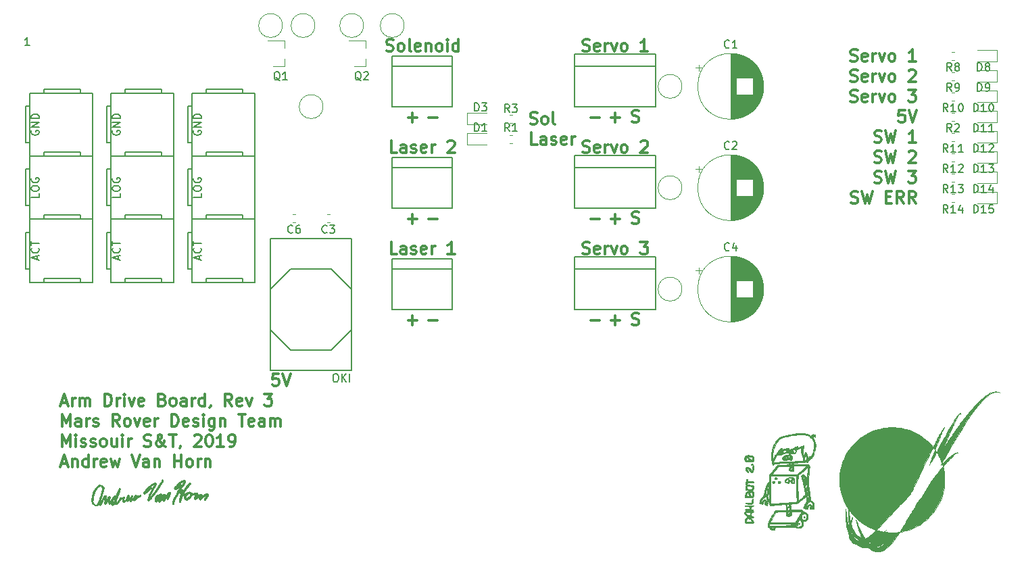
<source format=gbr>
G04 #@! TF.GenerationSoftware,KiCad,Pcbnew,(5.0.2)-1*
G04 #@! TF.CreationDate,2019-04-17T18:14:32-05:00*
G04 #@! TF.ProjectId,ArmDriveBoard_Hardware,41726d44-7269-4766-9542-6f6172645f48,rev?*
G04 #@! TF.SameCoordinates,Original*
G04 #@! TF.FileFunction,Legend,Top*
G04 #@! TF.FilePolarity,Positive*
%FSLAX46Y46*%
G04 Gerber Fmt 4.6, Leading zero omitted, Abs format (unit mm)*
G04 Created by KiCad (PCBNEW (5.0.2)-1) date 4/17/2019 6:14:32 PM*
%MOMM*%
%LPD*%
G01*
G04 APERTURE LIST*
%ADD10C,0.300000*%
%ADD11C,0.120000*%
%ADD12C,0.150000*%
%ADD13C,0.010000*%
G04 APERTURE END LIST*
D10*
X195937428Y-103802571D02*
X195223142Y-103802571D01*
X195223142Y-102302571D01*
X197080285Y-103802571D02*
X197080285Y-103016857D01*
X197008857Y-102874000D01*
X196866000Y-102802571D01*
X196580285Y-102802571D01*
X196437428Y-102874000D01*
X197080285Y-103731142D02*
X196937428Y-103802571D01*
X196580285Y-103802571D01*
X196437428Y-103731142D01*
X196366000Y-103588285D01*
X196366000Y-103445428D01*
X196437428Y-103302571D01*
X196580285Y-103231142D01*
X196937428Y-103231142D01*
X197080285Y-103159714D01*
X197723142Y-103731142D02*
X197866000Y-103802571D01*
X198151714Y-103802571D01*
X198294571Y-103731142D01*
X198366000Y-103588285D01*
X198366000Y-103516857D01*
X198294571Y-103374000D01*
X198151714Y-103302571D01*
X197937428Y-103302571D01*
X197794571Y-103231142D01*
X197723142Y-103088285D01*
X197723142Y-103016857D01*
X197794571Y-102874000D01*
X197937428Y-102802571D01*
X198151714Y-102802571D01*
X198294571Y-102874000D01*
X199580285Y-103731142D02*
X199437428Y-103802571D01*
X199151714Y-103802571D01*
X199008857Y-103731142D01*
X198937428Y-103588285D01*
X198937428Y-103016857D01*
X199008857Y-102874000D01*
X199151714Y-102802571D01*
X199437428Y-102802571D01*
X199580285Y-102874000D01*
X199651714Y-103016857D01*
X199651714Y-103159714D01*
X198937428Y-103302571D01*
X200294571Y-103802571D02*
X200294571Y-102802571D01*
X200294571Y-103088285D02*
X200366000Y-102945428D01*
X200437428Y-102874000D01*
X200580285Y-102802571D01*
X200723142Y-102802571D01*
X195096000Y-101191142D02*
X195310285Y-101262571D01*
X195667428Y-101262571D01*
X195810285Y-101191142D01*
X195881714Y-101119714D01*
X195953142Y-100976857D01*
X195953142Y-100834000D01*
X195881714Y-100691142D01*
X195810285Y-100619714D01*
X195667428Y-100548285D01*
X195381714Y-100476857D01*
X195238857Y-100405428D01*
X195167428Y-100334000D01*
X195096000Y-100191142D01*
X195096000Y-100048285D01*
X195167428Y-99905428D01*
X195238857Y-99834000D01*
X195381714Y-99762571D01*
X195738857Y-99762571D01*
X195953142Y-99834000D01*
X196810285Y-101262571D02*
X196667428Y-101191142D01*
X196596000Y-101119714D01*
X196524571Y-100976857D01*
X196524571Y-100548285D01*
X196596000Y-100405428D01*
X196667428Y-100334000D01*
X196810285Y-100262571D01*
X197024571Y-100262571D01*
X197167428Y-100334000D01*
X197238857Y-100405428D01*
X197310285Y-100548285D01*
X197310285Y-100976857D01*
X197238857Y-101119714D01*
X197167428Y-101191142D01*
X197024571Y-101262571D01*
X196810285Y-101262571D01*
X198167428Y-101262571D02*
X198024571Y-101191142D01*
X197953142Y-101048285D01*
X197953142Y-99762571D01*
X136370714Y-136125000D02*
X137085000Y-136125000D01*
X136227857Y-136553571D02*
X136727857Y-135053571D01*
X137227857Y-136553571D01*
X137727857Y-136553571D02*
X137727857Y-135553571D01*
X137727857Y-135839285D02*
X137799285Y-135696428D01*
X137870714Y-135625000D01*
X138013571Y-135553571D01*
X138156428Y-135553571D01*
X138656428Y-136553571D02*
X138656428Y-135553571D01*
X138656428Y-135696428D02*
X138727857Y-135625000D01*
X138870714Y-135553571D01*
X139085000Y-135553571D01*
X139227857Y-135625000D01*
X139299285Y-135767857D01*
X139299285Y-136553571D01*
X139299285Y-135767857D02*
X139370714Y-135625000D01*
X139513571Y-135553571D01*
X139727857Y-135553571D01*
X139870714Y-135625000D01*
X139942142Y-135767857D01*
X139942142Y-136553571D01*
X141799285Y-136553571D02*
X141799285Y-135053571D01*
X142156428Y-135053571D01*
X142370714Y-135125000D01*
X142513571Y-135267857D01*
X142585000Y-135410714D01*
X142656428Y-135696428D01*
X142656428Y-135910714D01*
X142585000Y-136196428D01*
X142513571Y-136339285D01*
X142370714Y-136482142D01*
X142156428Y-136553571D01*
X141799285Y-136553571D01*
X143299285Y-136553571D02*
X143299285Y-135553571D01*
X143299285Y-135839285D02*
X143370714Y-135696428D01*
X143442142Y-135625000D01*
X143585000Y-135553571D01*
X143727857Y-135553571D01*
X144227857Y-136553571D02*
X144227857Y-135553571D01*
X144227857Y-135053571D02*
X144156428Y-135125000D01*
X144227857Y-135196428D01*
X144299285Y-135125000D01*
X144227857Y-135053571D01*
X144227857Y-135196428D01*
X144799285Y-135553571D02*
X145156428Y-136553571D01*
X145513571Y-135553571D01*
X146656428Y-136482142D02*
X146513571Y-136553571D01*
X146227857Y-136553571D01*
X146085000Y-136482142D01*
X146013571Y-136339285D01*
X146013571Y-135767857D01*
X146085000Y-135625000D01*
X146227857Y-135553571D01*
X146513571Y-135553571D01*
X146656428Y-135625000D01*
X146727857Y-135767857D01*
X146727857Y-135910714D01*
X146013571Y-136053571D01*
X149013571Y-135767857D02*
X149227857Y-135839285D01*
X149299285Y-135910714D01*
X149370714Y-136053571D01*
X149370714Y-136267857D01*
X149299285Y-136410714D01*
X149227857Y-136482142D01*
X149085000Y-136553571D01*
X148513571Y-136553571D01*
X148513571Y-135053571D01*
X149013571Y-135053571D01*
X149156428Y-135125000D01*
X149227857Y-135196428D01*
X149299285Y-135339285D01*
X149299285Y-135482142D01*
X149227857Y-135625000D01*
X149156428Y-135696428D01*
X149013571Y-135767857D01*
X148513571Y-135767857D01*
X150227857Y-136553571D02*
X150085000Y-136482142D01*
X150013571Y-136410714D01*
X149942142Y-136267857D01*
X149942142Y-135839285D01*
X150013571Y-135696428D01*
X150085000Y-135625000D01*
X150227857Y-135553571D01*
X150442142Y-135553571D01*
X150585000Y-135625000D01*
X150656428Y-135696428D01*
X150727857Y-135839285D01*
X150727857Y-136267857D01*
X150656428Y-136410714D01*
X150585000Y-136482142D01*
X150442142Y-136553571D01*
X150227857Y-136553571D01*
X152013571Y-136553571D02*
X152013571Y-135767857D01*
X151942142Y-135625000D01*
X151799285Y-135553571D01*
X151513571Y-135553571D01*
X151370714Y-135625000D01*
X152013571Y-136482142D02*
X151870714Y-136553571D01*
X151513571Y-136553571D01*
X151370714Y-136482142D01*
X151299285Y-136339285D01*
X151299285Y-136196428D01*
X151370714Y-136053571D01*
X151513571Y-135982142D01*
X151870714Y-135982142D01*
X152013571Y-135910714D01*
X152727857Y-136553571D02*
X152727857Y-135553571D01*
X152727857Y-135839285D02*
X152799285Y-135696428D01*
X152870714Y-135625000D01*
X153013571Y-135553571D01*
X153156428Y-135553571D01*
X154299285Y-136553571D02*
X154299285Y-135053571D01*
X154299285Y-136482142D02*
X154156428Y-136553571D01*
X153870714Y-136553571D01*
X153727857Y-136482142D01*
X153656428Y-136410714D01*
X153585000Y-136267857D01*
X153585000Y-135839285D01*
X153656428Y-135696428D01*
X153727857Y-135625000D01*
X153870714Y-135553571D01*
X154156428Y-135553571D01*
X154299285Y-135625000D01*
X155085000Y-136482142D02*
X155085000Y-136553571D01*
X155013571Y-136696428D01*
X154942142Y-136767857D01*
X157727857Y-136553571D02*
X157227857Y-135839285D01*
X156870714Y-136553571D02*
X156870714Y-135053571D01*
X157442142Y-135053571D01*
X157585000Y-135125000D01*
X157656428Y-135196428D01*
X157727857Y-135339285D01*
X157727857Y-135553571D01*
X157656428Y-135696428D01*
X157585000Y-135767857D01*
X157442142Y-135839285D01*
X156870714Y-135839285D01*
X158942142Y-136482142D02*
X158799285Y-136553571D01*
X158513571Y-136553571D01*
X158370714Y-136482142D01*
X158299285Y-136339285D01*
X158299285Y-135767857D01*
X158370714Y-135625000D01*
X158513571Y-135553571D01*
X158799285Y-135553571D01*
X158942142Y-135625000D01*
X159013571Y-135767857D01*
X159013571Y-135910714D01*
X158299285Y-136053571D01*
X159513571Y-135553571D02*
X159870714Y-136553571D01*
X160227857Y-135553571D01*
X161799285Y-135053571D02*
X162727857Y-135053571D01*
X162227857Y-135625000D01*
X162442142Y-135625000D01*
X162585000Y-135696428D01*
X162656428Y-135767857D01*
X162727857Y-135910714D01*
X162727857Y-136267857D01*
X162656428Y-136410714D01*
X162585000Y-136482142D01*
X162442142Y-136553571D01*
X162013571Y-136553571D01*
X161870714Y-136482142D01*
X161799285Y-136410714D01*
X136442142Y-139103571D02*
X136442142Y-137603571D01*
X136942142Y-138675000D01*
X137442142Y-137603571D01*
X137442142Y-139103571D01*
X138799285Y-139103571D02*
X138799285Y-138317857D01*
X138727857Y-138175000D01*
X138585000Y-138103571D01*
X138299285Y-138103571D01*
X138156428Y-138175000D01*
X138799285Y-139032142D02*
X138656428Y-139103571D01*
X138299285Y-139103571D01*
X138156428Y-139032142D01*
X138085000Y-138889285D01*
X138085000Y-138746428D01*
X138156428Y-138603571D01*
X138299285Y-138532142D01*
X138656428Y-138532142D01*
X138799285Y-138460714D01*
X139513571Y-139103571D02*
X139513571Y-138103571D01*
X139513571Y-138389285D02*
X139585000Y-138246428D01*
X139656428Y-138175000D01*
X139799285Y-138103571D01*
X139942142Y-138103571D01*
X140370714Y-139032142D02*
X140513571Y-139103571D01*
X140799285Y-139103571D01*
X140942142Y-139032142D01*
X141013571Y-138889285D01*
X141013571Y-138817857D01*
X140942142Y-138675000D01*
X140799285Y-138603571D01*
X140585000Y-138603571D01*
X140442142Y-138532142D01*
X140370714Y-138389285D01*
X140370714Y-138317857D01*
X140442142Y-138175000D01*
X140585000Y-138103571D01*
X140799285Y-138103571D01*
X140942142Y-138175000D01*
X143656428Y-139103571D02*
X143156428Y-138389285D01*
X142799285Y-139103571D02*
X142799285Y-137603571D01*
X143370714Y-137603571D01*
X143513571Y-137675000D01*
X143585000Y-137746428D01*
X143656428Y-137889285D01*
X143656428Y-138103571D01*
X143585000Y-138246428D01*
X143513571Y-138317857D01*
X143370714Y-138389285D01*
X142799285Y-138389285D01*
X144513571Y-139103571D02*
X144370714Y-139032142D01*
X144299285Y-138960714D01*
X144227857Y-138817857D01*
X144227857Y-138389285D01*
X144299285Y-138246428D01*
X144370714Y-138175000D01*
X144513571Y-138103571D01*
X144727857Y-138103571D01*
X144870714Y-138175000D01*
X144942142Y-138246428D01*
X145013571Y-138389285D01*
X145013571Y-138817857D01*
X144942142Y-138960714D01*
X144870714Y-139032142D01*
X144727857Y-139103571D01*
X144513571Y-139103571D01*
X145513571Y-138103571D02*
X145870714Y-139103571D01*
X146227857Y-138103571D01*
X147370714Y-139032142D02*
X147227857Y-139103571D01*
X146942142Y-139103571D01*
X146799285Y-139032142D01*
X146727857Y-138889285D01*
X146727857Y-138317857D01*
X146799285Y-138175000D01*
X146942142Y-138103571D01*
X147227857Y-138103571D01*
X147370714Y-138175000D01*
X147442142Y-138317857D01*
X147442142Y-138460714D01*
X146727857Y-138603571D01*
X148085000Y-139103571D02*
X148085000Y-138103571D01*
X148085000Y-138389285D02*
X148156428Y-138246428D01*
X148227857Y-138175000D01*
X148370714Y-138103571D01*
X148513571Y-138103571D01*
X150156428Y-139103571D02*
X150156428Y-137603571D01*
X150513571Y-137603571D01*
X150727857Y-137675000D01*
X150870714Y-137817857D01*
X150942142Y-137960714D01*
X151013571Y-138246428D01*
X151013571Y-138460714D01*
X150942142Y-138746428D01*
X150870714Y-138889285D01*
X150727857Y-139032142D01*
X150513571Y-139103571D01*
X150156428Y-139103571D01*
X152227857Y-139032142D02*
X152085000Y-139103571D01*
X151799285Y-139103571D01*
X151656428Y-139032142D01*
X151585000Y-138889285D01*
X151585000Y-138317857D01*
X151656428Y-138175000D01*
X151799285Y-138103571D01*
X152085000Y-138103571D01*
X152227857Y-138175000D01*
X152299285Y-138317857D01*
X152299285Y-138460714D01*
X151585000Y-138603571D01*
X152870714Y-139032142D02*
X153013571Y-139103571D01*
X153299285Y-139103571D01*
X153442142Y-139032142D01*
X153513571Y-138889285D01*
X153513571Y-138817857D01*
X153442142Y-138675000D01*
X153299285Y-138603571D01*
X153085000Y-138603571D01*
X152942142Y-138532142D01*
X152870714Y-138389285D01*
X152870714Y-138317857D01*
X152942142Y-138175000D01*
X153085000Y-138103571D01*
X153299285Y-138103571D01*
X153442142Y-138175000D01*
X154156428Y-139103571D02*
X154156428Y-138103571D01*
X154156428Y-137603571D02*
X154085000Y-137675000D01*
X154156428Y-137746428D01*
X154227857Y-137675000D01*
X154156428Y-137603571D01*
X154156428Y-137746428D01*
X155513571Y-138103571D02*
X155513571Y-139317857D01*
X155442142Y-139460714D01*
X155370714Y-139532142D01*
X155227857Y-139603571D01*
X155013571Y-139603571D01*
X154870714Y-139532142D01*
X155513571Y-139032142D02*
X155370714Y-139103571D01*
X155085000Y-139103571D01*
X154942142Y-139032142D01*
X154870714Y-138960714D01*
X154799285Y-138817857D01*
X154799285Y-138389285D01*
X154870714Y-138246428D01*
X154942142Y-138175000D01*
X155085000Y-138103571D01*
X155370714Y-138103571D01*
X155513571Y-138175000D01*
X156227857Y-138103571D02*
X156227857Y-139103571D01*
X156227857Y-138246428D02*
X156299285Y-138175000D01*
X156442142Y-138103571D01*
X156656428Y-138103571D01*
X156799285Y-138175000D01*
X156870714Y-138317857D01*
X156870714Y-139103571D01*
X158513571Y-137603571D02*
X159370714Y-137603571D01*
X158942142Y-139103571D02*
X158942142Y-137603571D01*
X160442142Y-139032142D02*
X160299285Y-139103571D01*
X160013571Y-139103571D01*
X159870714Y-139032142D01*
X159799285Y-138889285D01*
X159799285Y-138317857D01*
X159870714Y-138175000D01*
X160013571Y-138103571D01*
X160299285Y-138103571D01*
X160442142Y-138175000D01*
X160513571Y-138317857D01*
X160513571Y-138460714D01*
X159799285Y-138603571D01*
X161799285Y-139103571D02*
X161799285Y-138317857D01*
X161727857Y-138175000D01*
X161585000Y-138103571D01*
X161299285Y-138103571D01*
X161156428Y-138175000D01*
X161799285Y-139032142D02*
X161656428Y-139103571D01*
X161299285Y-139103571D01*
X161156428Y-139032142D01*
X161085000Y-138889285D01*
X161085000Y-138746428D01*
X161156428Y-138603571D01*
X161299285Y-138532142D01*
X161656428Y-138532142D01*
X161799285Y-138460714D01*
X162513571Y-139103571D02*
X162513571Y-138103571D01*
X162513571Y-138246428D02*
X162585000Y-138175000D01*
X162727857Y-138103571D01*
X162942142Y-138103571D01*
X163085000Y-138175000D01*
X163156428Y-138317857D01*
X163156428Y-139103571D01*
X163156428Y-138317857D02*
X163227857Y-138175000D01*
X163370714Y-138103571D01*
X163585000Y-138103571D01*
X163727857Y-138175000D01*
X163799285Y-138317857D01*
X163799285Y-139103571D01*
X136442142Y-141653571D02*
X136442142Y-140153571D01*
X136942142Y-141225000D01*
X137442142Y-140153571D01*
X137442142Y-141653571D01*
X138156428Y-141653571D02*
X138156428Y-140653571D01*
X138156428Y-140153571D02*
X138085000Y-140225000D01*
X138156428Y-140296428D01*
X138227857Y-140225000D01*
X138156428Y-140153571D01*
X138156428Y-140296428D01*
X138799285Y-141582142D02*
X138942142Y-141653571D01*
X139227857Y-141653571D01*
X139370714Y-141582142D01*
X139442142Y-141439285D01*
X139442142Y-141367857D01*
X139370714Y-141225000D01*
X139227857Y-141153571D01*
X139013571Y-141153571D01*
X138870714Y-141082142D01*
X138799285Y-140939285D01*
X138799285Y-140867857D01*
X138870714Y-140725000D01*
X139013571Y-140653571D01*
X139227857Y-140653571D01*
X139370714Y-140725000D01*
X140013571Y-141582142D02*
X140156428Y-141653571D01*
X140442142Y-141653571D01*
X140585000Y-141582142D01*
X140656428Y-141439285D01*
X140656428Y-141367857D01*
X140585000Y-141225000D01*
X140442142Y-141153571D01*
X140227857Y-141153571D01*
X140085000Y-141082142D01*
X140013571Y-140939285D01*
X140013571Y-140867857D01*
X140085000Y-140725000D01*
X140227857Y-140653571D01*
X140442142Y-140653571D01*
X140585000Y-140725000D01*
X141513571Y-141653571D02*
X141370714Y-141582142D01*
X141299285Y-141510714D01*
X141227857Y-141367857D01*
X141227857Y-140939285D01*
X141299285Y-140796428D01*
X141370714Y-140725000D01*
X141513571Y-140653571D01*
X141727857Y-140653571D01*
X141870714Y-140725000D01*
X141942142Y-140796428D01*
X142013571Y-140939285D01*
X142013571Y-141367857D01*
X141942142Y-141510714D01*
X141870714Y-141582142D01*
X141727857Y-141653571D01*
X141513571Y-141653571D01*
X143299285Y-140653571D02*
X143299285Y-141653571D01*
X142656428Y-140653571D02*
X142656428Y-141439285D01*
X142727857Y-141582142D01*
X142870714Y-141653571D01*
X143085000Y-141653571D01*
X143227857Y-141582142D01*
X143299285Y-141510714D01*
X144013571Y-141653571D02*
X144013571Y-140653571D01*
X144013571Y-140153571D02*
X143942142Y-140225000D01*
X144013571Y-140296428D01*
X144085000Y-140225000D01*
X144013571Y-140153571D01*
X144013571Y-140296428D01*
X144727857Y-141653571D02*
X144727857Y-140653571D01*
X144727857Y-140939285D02*
X144799285Y-140796428D01*
X144870714Y-140725000D01*
X145013571Y-140653571D01*
X145156428Y-140653571D01*
X146727857Y-141582142D02*
X146942142Y-141653571D01*
X147299285Y-141653571D01*
X147442142Y-141582142D01*
X147513571Y-141510714D01*
X147585000Y-141367857D01*
X147585000Y-141225000D01*
X147513571Y-141082142D01*
X147442142Y-141010714D01*
X147299285Y-140939285D01*
X147013571Y-140867857D01*
X146870714Y-140796428D01*
X146799285Y-140725000D01*
X146727857Y-140582142D01*
X146727857Y-140439285D01*
X146799285Y-140296428D01*
X146870714Y-140225000D01*
X147013571Y-140153571D01*
X147370714Y-140153571D01*
X147585000Y-140225000D01*
X149442142Y-141653571D02*
X149370714Y-141653571D01*
X149227857Y-141582142D01*
X149013571Y-141367857D01*
X148656428Y-140939285D01*
X148513571Y-140725000D01*
X148442142Y-140510714D01*
X148442142Y-140367857D01*
X148513571Y-140225000D01*
X148656428Y-140153571D01*
X148727857Y-140153571D01*
X148870714Y-140225000D01*
X148942142Y-140367857D01*
X148942142Y-140439285D01*
X148870714Y-140582142D01*
X148799285Y-140653571D01*
X148370714Y-140939285D01*
X148299285Y-141010714D01*
X148227857Y-141153571D01*
X148227857Y-141367857D01*
X148299285Y-141510714D01*
X148370714Y-141582142D01*
X148513571Y-141653571D01*
X148727857Y-141653571D01*
X148870714Y-141582142D01*
X148942142Y-141510714D01*
X149156428Y-141225000D01*
X149227857Y-141010714D01*
X149227857Y-140867857D01*
X149870714Y-140153571D02*
X150727857Y-140153571D01*
X150299285Y-141653571D02*
X150299285Y-140153571D01*
X151299285Y-141582142D02*
X151299285Y-141653571D01*
X151227857Y-141796428D01*
X151156428Y-141867857D01*
X153013571Y-140296428D02*
X153085000Y-140225000D01*
X153227857Y-140153571D01*
X153585000Y-140153571D01*
X153727857Y-140225000D01*
X153799285Y-140296428D01*
X153870714Y-140439285D01*
X153870714Y-140582142D01*
X153799285Y-140796428D01*
X152942142Y-141653571D01*
X153870714Y-141653571D01*
X154799285Y-140153571D02*
X154942142Y-140153571D01*
X155085000Y-140225000D01*
X155156428Y-140296428D01*
X155227857Y-140439285D01*
X155299285Y-140725000D01*
X155299285Y-141082142D01*
X155227857Y-141367857D01*
X155156428Y-141510714D01*
X155085000Y-141582142D01*
X154942142Y-141653571D01*
X154799285Y-141653571D01*
X154656428Y-141582142D01*
X154585000Y-141510714D01*
X154513571Y-141367857D01*
X154442142Y-141082142D01*
X154442142Y-140725000D01*
X154513571Y-140439285D01*
X154585000Y-140296428D01*
X154656428Y-140225000D01*
X154799285Y-140153571D01*
X156727857Y-141653571D02*
X155870714Y-141653571D01*
X156299285Y-141653571D02*
X156299285Y-140153571D01*
X156156428Y-140367857D01*
X156013571Y-140510714D01*
X155870714Y-140582142D01*
X157442142Y-141653571D02*
X157727857Y-141653571D01*
X157870714Y-141582142D01*
X157942142Y-141510714D01*
X158085000Y-141296428D01*
X158156428Y-141010714D01*
X158156428Y-140439285D01*
X158085000Y-140296428D01*
X158013571Y-140225000D01*
X157870714Y-140153571D01*
X157585000Y-140153571D01*
X157442142Y-140225000D01*
X157370714Y-140296428D01*
X157299285Y-140439285D01*
X157299285Y-140796428D01*
X157370714Y-140939285D01*
X157442142Y-141010714D01*
X157585000Y-141082142D01*
X157870714Y-141082142D01*
X158013571Y-141010714D01*
X158085000Y-140939285D01*
X158156428Y-140796428D01*
X136370714Y-143775000D02*
X137085000Y-143775000D01*
X136227857Y-144203571D02*
X136727857Y-142703571D01*
X137227857Y-144203571D01*
X137727857Y-143203571D02*
X137727857Y-144203571D01*
X137727857Y-143346428D02*
X137799285Y-143275000D01*
X137942142Y-143203571D01*
X138156428Y-143203571D01*
X138299285Y-143275000D01*
X138370714Y-143417857D01*
X138370714Y-144203571D01*
X139727857Y-144203571D02*
X139727857Y-142703571D01*
X139727857Y-144132142D02*
X139585000Y-144203571D01*
X139299285Y-144203571D01*
X139156428Y-144132142D01*
X139085000Y-144060714D01*
X139013571Y-143917857D01*
X139013571Y-143489285D01*
X139085000Y-143346428D01*
X139156428Y-143275000D01*
X139299285Y-143203571D01*
X139585000Y-143203571D01*
X139727857Y-143275000D01*
X140442142Y-144203571D02*
X140442142Y-143203571D01*
X140442142Y-143489285D02*
X140513571Y-143346428D01*
X140585000Y-143275000D01*
X140727857Y-143203571D01*
X140870714Y-143203571D01*
X141942142Y-144132142D02*
X141799285Y-144203571D01*
X141513571Y-144203571D01*
X141370714Y-144132142D01*
X141299285Y-143989285D01*
X141299285Y-143417857D01*
X141370714Y-143275000D01*
X141513571Y-143203571D01*
X141799285Y-143203571D01*
X141942142Y-143275000D01*
X142013571Y-143417857D01*
X142013571Y-143560714D01*
X141299285Y-143703571D01*
X142513571Y-143203571D02*
X142799285Y-144203571D01*
X143085000Y-143489285D01*
X143370714Y-144203571D01*
X143656428Y-143203571D01*
X145156428Y-142703571D02*
X145656428Y-144203571D01*
X146156428Y-142703571D01*
X147299285Y-144203571D02*
X147299285Y-143417857D01*
X147227857Y-143275000D01*
X147085000Y-143203571D01*
X146799285Y-143203571D01*
X146656428Y-143275000D01*
X147299285Y-144132142D02*
X147156428Y-144203571D01*
X146799285Y-144203571D01*
X146656428Y-144132142D01*
X146585000Y-143989285D01*
X146585000Y-143846428D01*
X146656428Y-143703571D01*
X146799285Y-143632142D01*
X147156428Y-143632142D01*
X147299285Y-143560714D01*
X148013571Y-143203571D02*
X148013571Y-144203571D01*
X148013571Y-143346428D02*
X148085000Y-143275000D01*
X148227857Y-143203571D01*
X148442142Y-143203571D01*
X148585000Y-143275000D01*
X148656428Y-143417857D01*
X148656428Y-144203571D01*
X150513571Y-144203571D02*
X150513571Y-142703571D01*
X150513571Y-143417857D02*
X151370714Y-143417857D01*
X151370714Y-144203571D02*
X151370714Y-142703571D01*
X152299285Y-144203571D02*
X152156428Y-144132142D01*
X152085000Y-144060714D01*
X152013571Y-143917857D01*
X152013571Y-143489285D01*
X152085000Y-143346428D01*
X152156428Y-143275000D01*
X152299285Y-143203571D01*
X152513571Y-143203571D01*
X152656428Y-143275000D01*
X152727857Y-143346428D01*
X152799285Y-143489285D01*
X152799285Y-143917857D01*
X152727857Y-144060714D01*
X152656428Y-144132142D01*
X152513571Y-144203571D01*
X152299285Y-144203571D01*
X153442142Y-144203571D02*
X153442142Y-143203571D01*
X153442142Y-143489285D02*
X153513571Y-143346428D01*
X153585000Y-143275000D01*
X153727857Y-143203571D01*
X153870714Y-143203571D01*
X154370714Y-143203571D02*
X154370714Y-144203571D01*
X154370714Y-143346428D02*
X154442142Y-143275000D01*
X154585000Y-143203571D01*
X154799285Y-143203571D01*
X154942142Y-143275000D01*
X155013571Y-143417857D01*
X155013571Y-144203571D01*
X163544285Y-132528571D02*
X162830000Y-132528571D01*
X162758571Y-133242857D01*
X162830000Y-133171428D01*
X162972857Y-133100000D01*
X163330000Y-133100000D01*
X163472857Y-133171428D01*
X163544285Y-133242857D01*
X163615714Y-133385714D01*
X163615714Y-133742857D01*
X163544285Y-133885714D01*
X163472857Y-133957142D01*
X163330000Y-134028571D01*
X162972857Y-134028571D01*
X162830000Y-133957142D01*
X162758571Y-133885714D01*
X164044285Y-132528571D02*
X164544285Y-134028571D01*
X165044285Y-132528571D01*
X235287857Y-111097142D02*
X235502142Y-111168571D01*
X235859285Y-111168571D01*
X236002142Y-111097142D01*
X236073571Y-111025714D01*
X236145000Y-110882857D01*
X236145000Y-110740000D01*
X236073571Y-110597142D01*
X236002142Y-110525714D01*
X235859285Y-110454285D01*
X235573571Y-110382857D01*
X235430714Y-110311428D01*
X235359285Y-110240000D01*
X235287857Y-110097142D01*
X235287857Y-109954285D01*
X235359285Y-109811428D01*
X235430714Y-109740000D01*
X235573571Y-109668571D01*
X235930714Y-109668571D01*
X236145000Y-109740000D01*
X236645000Y-109668571D02*
X237002142Y-111168571D01*
X237287857Y-110097142D01*
X237573571Y-111168571D01*
X237930714Y-109668571D01*
X239645000Y-110382857D02*
X240145000Y-110382857D01*
X240359285Y-111168571D02*
X239645000Y-111168571D01*
X239645000Y-109668571D01*
X240359285Y-109668571D01*
X241859285Y-111168571D02*
X241359285Y-110454285D01*
X241002142Y-111168571D02*
X241002142Y-109668571D01*
X241573571Y-109668571D01*
X241716428Y-109740000D01*
X241787857Y-109811428D01*
X241859285Y-109954285D01*
X241859285Y-110168571D01*
X241787857Y-110311428D01*
X241716428Y-110382857D01*
X241573571Y-110454285D01*
X241002142Y-110454285D01*
X243359285Y-111168571D02*
X242859285Y-110454285D01*
X242502142Y-111168571D02*
X242502142Y-109668571D01*
X243073571Y-109668571D01*
X243216428Y-109740000D01*
X243287857Y-109811428D01*
X243359285Y-109954285D01*
X243359285Y-110168571D01*
X243287857Y-110311428D01*
X243216428Y-110382857D01*
X243073571Y-110454285D01*
X242502142Y-110454285D01*
X238216428Y-108557142D02*
X238430714Y-108628571D01*
X238787857Y-108628571D01*
X238930714Y-108557142D01*
X239002142Y-108485714D01*
X239073571Y-108342857D01*
X239073571Y-108200000D01*
X239002142Y-108057142D01*
X238930714Y-107985714D01*
X238787857Y-107914285D01*
X238502142Y-107842857D01*
X238359285Y-107771428D01*
X238287857Y-107700000D01*
X238216428Y-107557142D01*
X238216428Y-107414285D01*
X238287857Y-107271428D01*
X238359285Y-107200000D01*
X238502142Y-107128571D01*
X238859285Y-107128571D01*
X239073571Y-107200000D01*
X239573571Y-107128571D02*
X239930714Y-108628571D01*
X240216428Y-107557142D01*
X240502142Y-108628571D01*
X240859285Y-107128571D01*
X242430714Y-107128571D02*
X243359285Y-107128571D01*
X242859285Y-107700000D01*
X243073571Y-107700000D01*
X243216428Y-107771428D01*
X243287857Y-107842857D01*
X243359285Y-107985714D01*
X243359285Y-108342857D01*
X243287857Y-108485714D01*
X243216428Y-108557142D01*
X243073571Y-108628571D01*
X242645000Y-108628571D01*
X242502142Y-108557142D01*
X242430714Y-108485714D01*
X238216428Y-106017142D02*
X238430714Y-106088571D01*
X238787857Y-106088571D01*
X238930714Y-106017142D01*
X239002142Y-105945714D01*
X239073571Y-105802857D01*
X239073571Y-105660000D01*
X239002142Y-105517142D01*
X238930714Y-105445714D01*
X238787857Y-105374285D01*
X238502142Y-105302857D01*
X238359285Y-105231428D01*
X238287857Y-105160000D01*
X238216428Y-105017142D01*
X238216428Y-104874285D01*
X238287857Y-104731428D01*
X238359285Y-104660000D01*
X238502142Y-104588571D01*
X238859285Y-104588571D01*
X239073571Y-104660000D01*
X239573571Y-104588571D02*
X239930714Y-106088571D01*
X240216428Y-105017142D01*
X240502142Y-106088571D01*
X240859285Y-104588571D01*
X242502142Y-104731428D02*
X242573571Y-104660000D01*
X242716428Y-104588571D01*
X243073571Y-104588571D01*
X243216428Y-104660000D01*
X243287857Y-104731428D01*
X243359285Y-104874285D01*
X243359285Y-105017142D01*
X243287857Y-105231428D01*
X242430714Y-106088571D01*
X243359285Y-106088571D01*
X238216428Y-103477142D02*
X238430714Y-103548571D01*
X238787857Y-103548571D01*
X238930714Y-103477142D01*
X239002142Y-103405714D01*
X239073571Y-103262857D01*
X239073571Y-103120000D01*
X239002142Y-102977142D01*
X238930714Y-102905714D01*
X238787857Y-102834285D01*
X238502142Y-102762857D01*
X238359285Y-102691428D01*
X238287857Y-102620000D01*
X238216428Y-102477142D01*
X238216428Y-102334285D01*
X238287857Y-102191428D01*
X238359285Y-102120000D01*
X238502142Y-102048571D01*
X238859285Y-102048571D01*
X239073571Y-102120000D01*
X239573571Y-102048571D02*
X239930714Y-103548571D01*
X240216428Y-102477142D01*
X240502142Y-103548571D01*
X240859285Y-102048571D01*
X243359285Y-103548571D02*
X242502142Y-103548571D01*
X242930714Y-103548571D02*
X242930714Y-102048571D01*
X242787857Y-102262857D01*
X242645000Y-102405714D01*
X242502142Y-102477142D01*
X242002142Y-99508571D02*
X241287857Y-99508571D01*
X241216428Y-100222857D01*
X241287857Y-100151428D01*
X241430714Y-100080000D01*
X241787857Y-100080000D01*
X241930714Y-100151428D01*
X242002142Y-100222857D01*
X242073571Y-100365714D01*
X242073571Y-100722857D01*
X242002142Y-100865714D01*
X241930714Y-100937142D01*
X241787857Y-101008571D01*
X241430714Y-101008571D01*
X241287857Y-100937142D01*
X241216428Y-100865714D01*
X242502142Y-99508571D02*
X243002142Y-101008571D01*
X243502142Y-99508571D01*
X235216428Y-98397142D02*
X235430714Y-98468571D01*
X235787857Y-98468571D01*
X235930714Y-98397142D01*
X236002142Y-98325714D01*
X236073571Y-98182857D01*
X236073571Y-98040000D01*
X236002142Y-97897142D01*
X235930714Y-97825714D01*
X235787857Y-97754285D01*
X235502142Y-97682857D01*
X235359285Y-97611428D01*
X235287857Y-97540000D01*
X235216428Y-97397142D01*
X235216428Y-97254285D01*
X235287857Y-97111428D01*
X235359285Y-97040000D01*
X235502142Y-96968571D01*
X235859285Y-96968571D01*
X236073571Y-97040000D01*
X237287857Y-98397142D02*
X237145000Y-98468571D01*
X236859285Y-98468571D01*
X236716428Y-98397142D01*
X236645000Y-98254285D01*
X236645000Y-97682857D01*
X236716428Y-97540000D01*
X236859285Y-97468571D01*
X237145000Y-97468571D01*
X237287857Y-97540000D01*
X237359285Y-97682857D01*
X237359285Y-97825714D01*
X236645000Y-97968571D01*
X238002142Y-98468571D02*
X238002142Y-97468571D01*
X238002142Y-97754285D02*
X238073571Y-97611428D01*
X238145000Y-97540000D01*
X238287857Y-97468571D01*
X238430714Y-97468571D01*
X238787857Y-97468571D02*
X239145000Y-98468571D01*
X239502142Y-97468571D01*
X240287857Y-98468571D02*
X240145000Y-98397142D01*
X240073571Y-98325714D01*
X240002142Y-98182857D01*
X240002142Y-97754285D01*
X240073571Y-97611428D01*
X240145000Y-97540000D01*
X240287857Y-97468571D01*
X240502142Y-97468571D01*
X240645000Y-97540000D01*
X240716428Y-97611428D01*
X240787857Y-97754285D01*
X240787857Y-98182857D01*
X240716428Y-98325714D01*
X240645000Y-98397142D01*
X240502142Y-98468571D01*
X240287857Y-98468571D01*
X242430714Y-96968571D02*
X243359285Y-96968571D01*
X242859285Y-97540000D01*
X243073571Y-97540000D01*
X243216428Y-97611428D01*
X243287857Y-97682857D01*
X243359285Y-97825714D01*
X243359285Y-98182857D01*
X243287857Y-98325714D01*
X243216428Y-98397142D01*
X243073571Y-98468571D01*
X242645000Y-98468571D01*
X242502142Y-98397142D01*
X242430714Y-98325714D01*
X235216428Y-95857142D02*
X235430714Y-95928571D01*
X235787857Y-95928571D01*
X235930714Y-95857142D01*
X236002142Y-95785714D01*
X236073571Y-95642857D01*
X236073571Y-95500000D01*
X236002142Y-95357142D01*
X235930714Y-95285714D01*
X235787857Y-95214285D01*
X235502142Y-95142857D01*
X235359285Y-95071428D01*
X235287857Y-95000000D01*
X235216428Y-94857142D01*
X235216428Y-94714285D01*
X235287857Y-94571428D01*
X235359285Y-94500000D01*
X235502142Y-94428571D01*
X235859285Y-94428571D01*
X236073571Y-94500000D01*
X237287857Y-95857142D02*
X237145000Y-95928571D01*
X236859285Y-95928571D01*
X236716428Y-95857142D01*
X236645000Y-95714285D01*
X236645000Y-95142857D01*
X236716428Y-95000000D01*
X236859285Y-94928571D01*
X237145000Y-94928571D01*
X237287857Y-95000000D01*
X237359285Y-95142857D01*
X237359285Y-95285714D01*
X236645000Y-95428571D01*
X238002142Y-95928571D02*
X238002142Y-94928571D01*
X238002142Y-95214285D02*
X238073571Y-95071428D01*
X238145000Y-95000000D01*
X238287857Y-94928571D01*
X238430714Y-94928571D01*
X238787857Y-94928571D02*
X239145000Y-95928571D01*
X239502142Y-94928571D01*
X240287857Y-95928571D02*
X240145000Y-95857142D01*
X240073571Y-95785714D01*
X240002142Y-95642857D01*
X240002142Y-95214285D01*
X240073571Y-95071428D01*
X240145000Y-95000000D01*
X240287857Y-94928571D01*
X240502142Y-94928571D01*
X240645000Y-95000000D01*
X240716428Y-95071428D01*
X240787857Y-95214285D01*
X240787857Y-95642857D01*
X240716428Y-95785714D01*
X240645000Y-95857142D01*
X240502142Y-95928571D01*
X240287857Y-95928571D01*
X242502142Y-94571428D02*
X242573571Y-94500000D01*
X242716428Y-94428571D01*
X243073571Y-94428571D01*
X243216428Y-94500000D01*
X243287857Y-94571428D01*
X243359285Y-94714285D01*
X243359285Y-94857142D01*
X243287857Y-95071428D01*
X242430714Y-95928571D01*
X243359285Y-95928571D01*
X235216428Y-93317142D02*
X235430714Y-93388571D01*
X235787857Y-93388571D01*
X235930714Y-93317142D01*
X236002142Y-93245714D01*
X236073571Y-93102857D01*
X236073571Y-92960000D01*
X236002142Y-92817142D01*
X235930714Y-92745714D01*
X235787857Y-92674285D01*
X235502142Y-92602857D01*
X235359285Y-92531428D01*
X235287857Y-92460000D01*
X235216428Y-92317142D01*
X235216428Y-92174285D01*
X235287857Y-92031428D01*
X235359285Y-91960000D01*
X235502142Y-91888571D01*
X235859285Y-91888571D01*
X236073571Y-91960000D01*
X237287857Y-93317142D02*
X237145000Y-93388571D01*
X236859285Y-93388571D01*
X236716428Y-93317142D01*
X236645000Y-93174285D01*
X236645000Y-92602857D01*
X236716428Y-92460000D01*
X236859285Y-92388571D01*
X237145000Y-92388571D01*
X237287857Y-92460000D01*
X237359285Y-92602857D01*
X237359285Y-92745714D01*
X236645000Y-92888571D01*
X238002142Y-93388571D02*
X238002142Y-92388571D01*
X238002142Y-92674285D02*
X238073571Y-92531428D01*
X238145000Y-92460000D01*
X238287857Y-92388571D01*
X238430714Y-92388571D01*
X238787857Y-92388571D02*
X239145000Y-93388571D01*
X239502142Y-92388571D01*
X240287857Y-93388571D02*
X240145000Y-93317142D01*
X240073571Y-93245714D01*
X240002142Y-93102857D01*
X240002142Y-92674285D01*
X240073571Y-92531428D01*
X240145000Y-92460000D01*
X240287857Y-92388571D01*
X240502142Y-92388571D01*
X240645000Y-92460000D01*
X240716428Y-92531428D01*
X240787857Y-92674285D01*
X240787857Y-93102857D01*
X240716428Y-93245714D01*
X240645000Y-93317142D01*
X240502142Y-93388571D01*
X240287857Y-93388571D01*
X243359285Y-93388571D02*
X242502142Y-93388571D01*
X242930714Y-93388571D02*
X242930714Y-91888571D01*
X242787857Y-92102857D01*
X242645000Y-92245714D01*
X242502142Y-92317142D01*
X177074285Y-92047142D02*
X177288571Y-92118571D01*
X177645714Y-92118571D01*
X177788571Y-92047142D01*
X177860000Y-91975714D01*
X177931428Y-91832857D01*
X177931428Y-91690000D01*
X177860000Y-91547142D01*
X177788571Y-91475714D01*
X177645714Y-91404285D01*
X177360000Y-91332857D01*
X177217142Y-91261428D01*
X177145714Y-91190000D01*
X177074285Y-91047142D01*
X177074285Y-90904285D01*
X177145714Y-90761428D01*
X177217142Y-90690000D01*
X177360000Y-90618571D01*
X177717142Y-90618571D01*
X177931428Y-90690000D01*
X178788571Y-92118571D02*
X178645714Y-92047142D01*
X178574285Y-91975714D01*
X178502857Y-91832857D01*
X178502857Y-91404285D01*
X178574285Y-91261428D01*
X178645714Y-91190000D01*
X178788571Y-91118571D01*
X179002857Y-91118571D01*
X179145714Y-91190000D01*
X179217142Y-91261428D01*
X179288571Y-91404285D01*
X179288571Y-91832857D01*
X179217142Y-91975714D01*
X179145714Y-92047142D01*
X179002857Y-92118571D01*
X178788571Y-92118571D01*
X180145714Y-92118571D02*
X180002857Y-92047142D01*
X179931428Y-91904285D01*
X179931428Y-90618571D01*
X181288571Y-92047142D02*
X181145714Y-92118571D01*
X180860000Y-92118571D01*
X180717142Y-92047142D01*
X180645714Y-91904285D01*
X180645714Y-91332857D01*
X180717142Y-91190000D01*
X180860000Y-91118571D01*
X181145714Y-91118571D01*
X181288571Y-91190000D01*
X181360000Y-91332857D01*
X181360000Y-91475714D01*
X180645714Y-91618571D01*
X182002857Y-91118571D02*
X182002857Y-92118571D01*
X182002857Y-91261428D02*
X182074285Y-91190000D01*
X182217142Y-91118571D01*
X182431428Y-91118571D01*
X182574285Y-91190000D01*
X182645714Y-91332857D01*
X182645714Y-92118571D01*
X183574285Y-92118571D02*
X183431428Y-92047142D01*
X183360000Y-91975714D01*
X183288571Y-91832857D01*
X183288571Y-91404285D01*
X183360000Y-91261428D01*
X183431428Y-91190000D01*
X183574285Y-91118571D01*
X183788571Y-91118571D01*
X183931428Y-91190000D01*
X184002857Y-91261428D01*
X184074285Y-91404285D01*
X184074285Y-91832857D01*
X184002857Y-91975714D01*
X183931428Y-92047142D01*
X183788571Y-92118571D01*
X183574285Y-92118571D01*
X184717142Y-92118571D02*
X184717142Y-91118571D01*
X184717142Y-90618571D02*
X184645714Y-90690000D01*
X184717142Y-90761428D01*
X184788571Y-90690000D01*
X184717142Y-90618571D01*
X184717142Y-90761428D01*
X186074285Y-92118571D02*
X186074285Y-90618571D01*
X186074285Y-92047142D02*
X185931428Y-92118571D01*
X185645714Y-92118571D01*
X185502857Y-92047142D01*
X185431428Y-91975714D01*
X185360000Y-91832857D01*
X185360000Y-91404285D01*
X185431428Y-91261428D01*
X185502857Y-91190000D01*
X185645714Y-91118571D01*
X185931428Y-91118571D01*
X186074285Y-91190000D01*
X178395714Y-104818571D02*
X177681428Y-104818571D01*
X177681428Y-103318571D01*
X179538571Y-104818571D02*
X179538571Y-104032857D01*
X179467142Y-103890000D01*
X179324285Y-103818571D01*
X179038571Y-103818571D01*
X178895714Y-103890000D01*
X179538571Y-104747142D02*
X179395714Y-104818571D01*
X179038571Y-104818571D01*
X178895714Y-104747142D01*
X178824285Y-104604285D01*
X178824285Y-104461428D01*
X178895714Y-104318571D01*
X179038571Y-104247142D01*
X179395714Y-104247142D01*
X179538571Y-104175714D01*
X180181428Y-104747142D02*
X180324285Y-104818571D01*
X180610000Y-104818571D01*
X180752857Y-104747142D01*
X180824285Y-104604285D01*
X180824285Y-104532857D01*
X180752857Y-104390000D01*
X180610000Y-104318571D01*
X180395714Y-104318571D01*
X180252857Y-104247142D01*
X180181428Y-104104285D01*
X180181428Y-104032857D01*
X180252857Y-103890000D01*
X180395714Y-103818571D01*
X180610000Y-103818571D01*
X180752857Y-103890000D01*
X182038571Y-104747142D02*
X181895714Y-104818571D01*
X181610000Y-104818571D01*
X181467142Y-104747142D01*
X181395714Y-104604285D01*
X181395714Y-104032857D01*
X181467142Y-103890000D01*
X181610000Y-103818571D01*
X181895714Y-103818571D01*
X182038571Y-103890000D01*
X182110000Y-104032857D01*
X182110000Y-104175714D01*
X181395714Y-104318571D01*
X182752857Y-104818571D02*
X182752857Y-103818571D01*
X182752857Y-104104285D02*
X182824285Y-103961428D01*
X182895714Y-103890000D01*
X183038571Y-103818571D01*
X183181428Y-103818571D01*
X184752857Y-103461428D02*
X184824285Y-103390000D01*
X184967142Y-103318571D01*
X185324285Y-103318571D01*
X185467142Y-103390000D01*
X185538571Y-103461428D01*
X185610000Y-103604285D01*
X185610000Y-103747142D01*
X185538571Y-103961428D01*
X184681428Y-104818571D01*
X185610000Y-104818571D01*
X178395714Y-117518571D02*
X177681428Y-117518571D01*
X177681428Y-116018571D01*
X179538571Y-117518571D02*
X179538571Y-116732857D01*
X179467142Y-116590000D01*
X179324285Y-116518571D01*
X179038571Y-116518571D01*
X178895714Y-116590000D01*
X179538571Y-117447142D02*
X179395714Y-117518571D01*
X179038571Y-117518571D01*
X178895714Y-117447142D01*
X178824285Y-117304285D01*
X178824285Y-117161428D01*
X178895714Y-117018571D01*
X179038571Y-116947142D01*
X179395714Y-116947142D01*
X179538571Y-116875714D01*
X180181428Y-117447142D02*
X180324285Y-117518571D01*
X180610000Y-117518571D01*
X180752857Y-117447142D01*
X180824285Y-117304285D01*
X180824285Y-117232857D01*
X180752857Y-117090000D01*
X180610000Y-117018571D01*
X180395714Y-117018571D01*
X180252857Y-116947142D01*
X180181428Y-116804285D01*
X180181428Y-116732857D01*
X180252857Y-116590000D01*
X180395714Y-116518571D01*
X180610000Y-116518571D01*
X180752857Y-116590000D01*
X182038571Y-117447142D02*
X181895714Y-117518571D01*
X181610000Y-117518571D01*
X181467142Y-117447142D01*
X181395714Y-117304285D01*
X181395714Y-116732857D01*
X181467142Y-116590000D01*
X181610000Y-116518571D01*
X181895714Y-116518571D01*
X182038571Y-116590000D01*
X182110000Y-116732857D01*
X182110000Y-116875714D01*
X181395714Y-117018571D01*
X182752857Y-117518571D02*
X182752857Y-116518571D01*
X182752857Y-116804285D02*
X182824285Y-116661428D01*
X182895714Y-116590000D01*
X183038571Y-116518571D01*
X183181428Y-116518571D01*
X185610000Y-117518571D02*
X184752857Y-117518571D01*
X185181428Y-117518571D02*
X185181428Y-116018571D01*
X185038571Y-116232857D01*
X184895714Y-116375714D01*
X184752857Y-116447142D01*
X179768571Y-125837142D02*
X180911428Y-125837142D01*
X180340000Y-126408571D02*
X180340000Y-125265714D01*
X182308571Y-125837142D02*
X183451428Y-125837142D01*
X182308571Y-113137142D02*
X183451428Y-113137142D01*
X179768571Y-113137142D02*
X180911428Y-113137142D01*
X180340000Y-113708571D02*
X180340000Y-112565714D01*
X182308571Y-100437142D02*
X183451428Y-100437142D01*
X179768571Y-100437142D02*
X180911428Y-100437142D01*
X180340000Y-101008571D02*
X180340000Y-99865714D01*
X201668571Y-92047142D02*
X201882857Y-92118571D01*
X202240000Y-92118571D01*
X202382857Y-92047142D01*
X202454285Y-91975714D01*
X202525714Y-91832857D01*
X202525714Y-91690000D01*
X202454285Y-91547142D01*
X202382857Y-91475714D01*
X202240000Y-91404285D01*
X201954285Y-91332857D01*
X201811428Y-91261428D01*
X201740000Y-91190000D01*
X201668571Y-91047142D01*
X201668571Y-90904285D01*
X201740000Y-90761428D01*
X201811428Y-90690000D01*
X201954285Y-90618571D01*
X202311428Y-90618571D01*
X202525714Y-90690000D01*
X203740000Y-92047142D02*
X203597142Y-92118571D01*
X203311428Y-92118571D01*
X203168571Y-92047142D01*
X203097142Y-91904285D01*
X203097142Y-91332857D01*
X203168571Y-91190000D01*
X203311428Y-91118571D01*
X203597142Y-91118571D01*
X203740000Y-91190000D01*
X203811428Y-91332857D01*
X203811428Y-91475714D01*
X203097142Y-91618571D01*
X204454285Y-92118571D02*
X204454285Y-91118571D01*
X204454285Y-91404285D02*
X204525714Y-91261428D01*
X204597142Y-91190000D01*
X204740000Y-91118571D01*
X204882857Y-91118571D01*
X205240000Y-91118571D02*
X205597142Y-92118571D01*
X205954285Y-91118571D01*
X206740000Y-92118571D02*
X206597142Y-92047142D01*
X206525714Y-91975714D01*
X206454285Y-91832857D01*
X206454285Y-91404285D01*
X206525714Y-91261428D01*
X206597142Y-91190000D01*
X206740000Y-91118571D01*
X206954285Y-91118571D01*
X207097142Y-91190000D01*
X207168571Y-91261428D01*
X207240000Y-91404285D01*
X207240000Y-91832857D01*
X207168571Y-91975714D01*
X207097142Y-92047142D01*
X206954285Y-92118571D01*
X206740000Y-92118571D01*
X209811428Y-92118571D02*
X208954285Y-92118571D01*
X209382857Y-92118571D02*
X209382857Y-90618571D01*
X209240000Y-90832857D01*
X209097142Y-90975714D01*
X208954285Y-91047142D01*
X201668571Y-104747142D02*
X201882857Y-104818571D01*
X202240000Y-104818571D01*
X202382857Y-104747142D01*
X202454285Y-104675714D01*
X202525714Y-104532857D01*
X202525714Y-104390000D01*
X202454285Y-104247142D01*
X202382857Y-104175714D01*
X202240000Y-104104285D01*
X201954285Y-104032857D01*
X201811428Y-103961428D01*
X201740000Y-103890000D01*
X201668571Y-103747142D01*
X201668571Y-103604285D01*
X201740000Y-103461428D01*
X201811428Y-103390000D01*
X201954285Y-103318571D01*
X202311428Y-103318571D01*
X202525714Y-103390000D01*
X203740000Y-104747142D02*
X203597142Y-104818571D01*
X203311428Y-104818571D01*
X203168571Y-104747142D01*
X203097142Y-104604285D01*
X203097142Y-104032857D01*
X203168571Y-103890000D01*
X203311428Y-103818571D01*
X203597142Y-103818571D01*
X203740000Y-103890000D01*
X203811428Y-104032857D01*
X203811428Y-104175714D01*
X203097142Y-104318571D01*
X204454285Y-104818571D02*
X204454285Y-103818571D01*
X204454285Y-104104285D02*
X204525714Y-103961428D01*
X204597142Y-103890000D01*
X204740000Y-103818571D01*
X204882857Y-103818571D01*
X205240000Y-103818571D02*
X205597142Y-104818571D01*
X205954285Y-103818571D01*
X206740000Y-104818571D02*
X206597142Y-104747142D01*
X206525714Y-104675714D01*
X206454285Y-104532857D01*
X206454285Y-104104285D01*
X206525714Y-103961428D01*
X206597142Y-103890000D01*
X206740000Y-103818571D01*
X206954285Y-103818571D01*
X207097142Y-103890000D01*
X207168571Y-103961428D01*
X207240000Y-104104285D01*
X207240000Y-104532857D01*
X207168571Y-104675714D01*
X207097142Y-104747142D01*
X206954285Y-104818571D01*
X206740000Y-104818571D01*
X208954285Y-103461428D02*
X209025714Y-103390000D01*
X209168571Y-103318571D01*
X209525714Y-103318571D01*
X209668571Y-103390000D01*
X209740000Y-103461428D01*
X209811428Y-103604285D01*
X209811428Y-103747142D01*
X209740000Y-103961428D01*
X208882857Y-104818571D01*
X209811428Y-104818571D01*
X201668571Y-117447142D02*
X201882857Y-117518571D01*
X202240000Y-117518571D01*
X202382857Y-117447142D01*
X202454285Y-117375714D01*
X202525714Y-117232857D01*
X202525714Y-117090000D01*
X202454285Y-116947142D01*
X202382857Y-116875714D01*
X202240000Y-116804285D01*
X201954285Y-116732857D01*
X201811428Y-116661428D01*
X201740000Y-116590000D01*
X201668571Y-116447142D01*
X201668571Y-116304285D01*
X201740000Y-116161428D01*
X201811428Y-116090000D01*
X201954285Y-116018571D01*
X202311428Y-116018571D01*
X202525714Y-116090000D01*
X203740000Y-117447142D02*
X203597142Y-117518571D01*
X203311428Y-117518571D01*
X203168571Y-117447142D01*
X203097142Y-117304285D01*
X203097142Y-116732857D01*
X203168571Y-116590000D01*
X203311428Y-116518571D01*
X203597142Y-116518571D01*
X203740000Y-116590000D01*
X203811428Y-116732857D01*
X203811428Y-116875714D01*
X203097142Y-117018571D01*
X204454285Y-117518571D02*
X204454285Y-116518571D01*
X204454285Y-116804285D02*
X204525714Y-116661428D01*
X204597142Y-116590000D01*
X204740000Y-116518571D01*
X204882857Y-116518571D01*
X205240000Y-116518571D02*
X205597142Y-117518571D01*
X205954285Y-116518571D01*
X206740000Y-117518571D02*
X206597142Y-117447142D01*
X206525714Y-117375714D01*
X206454285Y-117232857D01*
X206454285Y-116804285D01*
X206525714Y-116661428D01*
X206597142Y-116590000D01*
X206740000Y-116518571D01*
X206954285Y-116518571D01*
X207097142Y-116590000D01*
X207168571Y-116661428D01*
X207240000Y-116804285D01*
X207240000Y-117232857D01*
X207168571Y-117375714D01*
X207097142Y-117447142D01*
X206954285Y-117518571D01*
X206740000Y-117518571D01*
X208882857Y-116018571D02*
X209811428Y-116018571D01*
X209311428Y-116590000D01*
X209525714Y-116590000D01*
X209668571Y-116661428D01*
X209740000Y-116732857D01*
X209811428Y-116875714D01*
X209811428Y-117232857D01*
X209740000Y-117375714D01*
X209668571Y-117447142D01*
X209525714Y-117518571D01*
X209097142Y-117518571D01*
X208954285Y-117447142D01*
X208882857Y-117375714D01*
X205168571Y-125837142D02*
X206311428Y-125837142D01*
X205740000Y-126408571D02*
X205740000Y-125265714D01*
X207851428Y-126337142D02*
X208065714Y-126408571D01*
X208422857Y-126408571D01*
X208565714Y-126337142D01*
X208637142Y-126265714D01*
X208708571Y-126122857D01*
X208708571Y-125980000D01*
X208637142Y-125837142D01*
X208565714Y-125765714D01*
X208422857Y-125694285D01*
X208137142Y-125622857D01*
X207994285Y-125551428D01*
X207922857Y-125480000D01*
X207851428Y-125337142D01*
X207851428Y-125194285D01*
X207922857Y-125051428D01*
X207994285Y-124980000D01*
X208137142Y-124908571D01*
X208494285Y-124908571D01*
X208708571Y-124980000D01*
X202628571Y-125837142D02*
X203771428Y-125837142D01*
X202628571Y-100437142D02*
X203771428Y-100437142D01*
X205168571Y-100437142D02*
X206311428Y-100437142D01*
X205740000Y-101008571D02*
X205740000Y-99865714D01*
X207851428Y-100937142D02*
X208065714Y-101008571D01*
X208422857Y-101008571D01*
X208565714Y-100937142D01*
X208637142Y-100865714D01*
X208708571Y-100722857D01*
X208708571Y-100580000D01*
X208637142Y-100437142D01*
X208565714Y-100365714D01*
X208422857Y-100294285D01*
X208137142Y-100222857D01*
X207994285Y-100151428D01*
X207922857Y-100080000D01*
X207851428Y-99937142D01*
X207851428Y-99794285D01*
X207922857Y-99651428D01*
X207994285Y-99580000D01*
X208137142Y-99508571D01*
X208494285Y-99508571D01*
X208708571Y-99580000D01*
X207851428Y-113637142D02*
X208065714Y-113708571D01*
X208422857Y-113708571D01*
X208565714Y-113637142D01*
X208637142Y-113565714D01*
X208708571Y-113422857D01*
X208708571Y-113280000D01*
X208637142Y-113137142D01*
X208565714Y-113065714D01*
X208422857Y-112994285D01*
X208137142Y-112922857D01*
X207994285Y-112851428D01*
X207922857Y-112780000D01*
X207851428Y-112637142D01*
X207851428Y-112494285D01*
X207922857Y-112351428D01*
X207994285Y-112280000D01*
X208137142Y-112208571D01*
X208494285Y-112208571D01*
X208708571Y-112280000D01*
X205168571Y-113137142D02*
X206311428Y-113137142D01*
X205740000Y-113708571D02*
X205740000Y-112565714D01*
X202628571Y-113137142D02*
X203771428Y-113137142D01*
D11*
G04 #@! TO.C,REF\002A\002A*
X214098000Y-121920000D02*
G75*
G03X214098000Y-121920000I-1500000J0D01*
G01*
X214098000Y-109220000D02*
G75*
G03X214098000Y-109220000I-1500000J0D01*
G01*
X214098000Y-96520000D02*
G75*
G03X214098000Y-96520000I-1500000J0D01*
G01*
X169140000Y-99060000D02*
G75*
G03X169140000Y-99060000I-1500000J0D01*
G01*
X168124000Y-88900000D02*
G75*
G03X168124000Y-88900000I-1500000J0D01*
G01*
X179300000Y-88900000D02*
G75*
G03X179300000Y-88900000I-1500000J0D01*
G01*
X174220000Y-88900000D02*
G75*
G03X174220000Y-88900000I-1500000J0D01*
G01*
G04 #@! TO.C,C3*
X169956267Y-113540000D02*
X169613733Y-113540000D01*
X169956267Y-112520000D02*
X169613733Y-112520000D01*
G04 #@! TO.C,C6*
X165666267Y-112520000D02*
X165323733Y-112520000D01*
X165666267Y-113540000D02*
X165323733Y-113540000D01*
D12*
G04 #@! TO.C,Conn4*
X177800000Y-105410000D02*
X185293000Y-105410000D01*
X185293000Y-105410000D02*
X185293000Y-106680000D01*
X177800000Y-106680000D02*
X177800000Y-105410000D01*
X185293000Y-111760000D02*
X177800000Y-111760000D01*
X177800000Y-106680000D02*
X185293000Y-106680000D01*
X185293000Y-106680000D02*
X185293000Y-111760000D01*
X177800000Y-106680000D02*
X177800000Y-111760000D01*
G04 #@! TO.C,Conn5*
X177800000Y-119380000D02*
X177800000Y-124460000D01*
X185293000Y-119380000D02*
X185293000Y-124460000D01*
X177800000Y-119380000D02*
X185293000Y-119380000D01*
X185293000Y-124460000D02*
X177800000Y-124460000D01*
X177800000Y-119380000D02*
X177800000Y-118110000D01*
X185293000Y-118110000D02*
X185293000Y-119380000D01*
X177800000Y-118110000D02*
X185293000Y-118110000D01*
G04 #@! TO.C,Conn6*
X177800000Y-92710000D02*
X185293000Y-92710000D01*
X185293000Y-92710000D02*
X185293000Y-93980000D01*
X177800000Y-93980000D02*
X177800000Y-92710000D01*
X185293000Y-99060000D02*
X177800000Y-99060000D01*
X177800000Y-93980000D02*
X185293000Y-93980000D01*
X185293000Y-93980000D02*
X185293000Y-99060000D01*
X177800000Y-93980000D02*
X177800000Y-99060000D01*
G04 #@! TO.C,Conn7*
X210820000Y-99060000D02*
X210820000Y-93980000D01*
X200660000Y-99060000D02*
X200660000Y-93980000D01*
X210820000Y-93980000D02*
X200660000Y-93980000D01*
X200660000Y-99060000D02*
X210820000Y-99060000D01*
X200660000Y-92456000D02*
X200660000Y-93980000D01*
X210820000Y-93980000D02*
X210820000Y-92456000D01*
X210820000Y-92456000D02*
X200660000Y-92456000D01*
G04 #@! TO.C,Conn8*
X210820000Y-105156000D02*
X200660000Y-105156000D01*
X210820000Y-106680000D02*
X210820000Y-105156000D01*
X200660000Y-105156000D02*
X200660000Y-106680000D01*
X200660000Y-111760000D02*
X210820000Y-111760000D01*
X210820000Y-106680000D02*
X200660000Y-106680000D01*
X200660000Y-111760000D02*
X200660000Y-106680000D01*
X210820000Y-111760000D02*
X210820000Y-106680000D01*
G04 #@! TO.C,Conn9*
X210820000Y-117856000D02*
X200660000Y-117856000D01*
X210820000Y-119380000D02*
X210820000Y-117856000D01*
X200660000Y-117856000D02*
X200660000Y-119380000D01*
X200660000Y-124460000D02*
X210820000Y-124460000D01*
X210820000Y-119380000D02*
X200660000Y-119380000D01*
X200660000Y-124460000D02*
X200660000Y-119380000D01*
X210820000Y-124460000D02*
X210820000Y-119380000D01*
G04 #@! TO.C,Conn10*
X132360000Y-105270000D02*
X132360000Y-97370000D01*
X140260000Y-105270000D02*
X140260000Y-97370000D01*
X138710000Y-97370000D02*
X138710000Y-96862000D01*
X134138000Y-96862000D02*
X134138000Y-97370000D01*
X138710000Y-96862000D02*
X134138000Y-96862000D01*
X132360000Y-99021000D02*
X131852000Y-99021000D01*
X131852000Y-99021000D02*
X131852000Y-103593000D01*
X131852000Y-103593000D02*
X132360000Y-103593000D01*
X132360000Y-97370000D02*
X140260000Y-97370000D01*
X138710000Y-104761400D02*
X134138000Y-104761400D01*
X132360000Y-105270000D02*
X140260000Y-105270000D01*
X134138000Y-104761400D02*
X134138000Y-105269400D01*
X138710000Y-105269400D02*
X138710000Y-104761400D01*
X132360000Y-106898000D02*
X131852000Y-106898000D01*
X140260000Y-113170000D02*
X140260000Y-105270000D01*
X131852000Y-106898000D02*
X131852000Y-111470000D01*
X131852000Y-111470000D02*
X132360000Y-111470000D01*
X134138000Y-112662000D02*
X134138000Y-113170000D01*
X138710000Y-113170000D02*
X138710000Y-112662000D01*
X132360000Y-113170000D02*
X132360000Y-105270000D01*
X132360000Y-113170000D02*
X140260000Y-113170000D01*
X138710000Y-112662000D02*
X134138000Y-112662000D01*
X132360000Y-114798000D02*
X131852000Y-114798000D01*
X131852000Y-119370000D02*
X132360000Y-119370000D01*
X132360000Y-121070000D02*
X132360000Y-113170000D01*
X138710000Y-121070000D02*
X138710000Y-120562000D01*
X132360000Y-121070000D02*
X140260000Y-121070000D01*
X131852000Y-114798000D02*
X131852000Y-119370000D01*
X134138000Y-120562000D02*
X134138000Y-121070000D01*
X138710000Y-120562000D02*
X134138000Y-120562000D01*
X140260000Y-121070000D02*
X140260000Y-113170000D01*
G04 #@! TO.C,Conn11*
X142520000Y-105270000D02*
X142520000Y-97370000D01*
X150420000Y-105270000D02*
X150420000Y-97370000D01*
X148870000Y-97370000D02*
X148870000Y-96862000D01*
X144298000Y-96862000D02*
X144298000Y-97370000D01*
X148870000Y-96862000D02*
X144298000Y-96862000D01*
X142520000Y-99021000D02*
X142012000Y-99021000D01*
X142012000Y-99021000D02*
X142012000Y-103593000D01*
X142012000Y-103593000D02*
X142520000Y-103593000D01*
X142520000Y-97370000D02*
X150420000Y-97370000D01*
X148870000Y-104761400D02*
X144298000Y-104761400D01*
X142520000Y-105270000D02*
X150420000Y-105270000D01*
X144298000Y-104761400D02*
X144298000Y-105269400D01*
X148870000Y-105269400D02*
X148870000Y-104761400D01*
X142520000Y-106898000D02*
X142012000Y-106898000D01*
X150420000Y-113170000D02*
X150420000Y-105270000D01*
X142012000Y-106898000D02*
X142012000Y-111470000D01*
X142012000Y-111470000D02*
X142520000Y-111470000D01*
X144298000Y-112662000D02*
X144298000Y-113170000D01*
X148870000Y-113170000D02*
X148870000Y-112662000D01*
X142520000Y-113170000D02*
X142520000Y-105270000D01*
X142520000Y-113170000D02*
X150420000Y-113170000D01*
X148870000Y-112662000D02*
X144298000Y-112662000D01*
X142520000Y-114798000D02*
X142012000Y-114798000D01*
X142012000Y-119370000D02*
X142520000Y-119370000D01*
X142520000Y-121070000D02*
X142520000Y-113170000D01*
X148870000Y-121070000D02*
X148870000Y-120562000D01*
X142520000Y-121070000D02*
X150420000Y-121070000D01*
X142012000Y-114798000D02*
X142012000Y-119370000D01*
X144298000Y-120562000D02*
X144298000Y-121070000D01*
X148870000Y-120562000D02*
X144298000Y-120562000D01*
X150420000Y-121070000D02*
X150420000Y-113170000D01*
G04 #@! TO.C,Conn12*
X160580000Y-121070000D02*
X160580000Y-113170000D01*
X159030000Y-120562000D02*
X154458000Y-120562000D01*
X154458000Y-120562000D02*
X154458000Y-121070000D01*
X152172000Y-114798000D02*
X152172000Y-119370000D01*
X152680000Y-121070000D02*
X160580000Y-121070000D01*
X159030000Y-121070000D02*
X159030000Y-120562000D01*
X152680000Y-121070000D02*
X152680000Y-113170000D01*
X152172000Y-119370000D02*
X152680000Y-119370000D01*
X152680000Y-114798000D02*
X152172000Y-114798000D01*
X159030000Y-112662000D02*
X154458000Y-112662000D01*
X152680000Y-113170000D02*
X160580000Y-113170000D01*
X152680000Y-113170000D02*
X152680000Y-105270000D01*
X159030000Y-113170000D02*
X159030000Y-112662000D01*
X154458000Y-112662000D02*
X154458000Y-113170000D01*
X152172000Y-111470000D02*
X152680000Y-111470000D01*
X152172000Y-106898000D02*
X152172000Y-111470000D01*
X160580000Y-113170000D02*
X160580000Y-105270000D01*
X152680000Y-106898000D02*
X152172000Y-106898000D01*
X159030000Y-105269400D02*
X159030000Y-104761400D01*
X154458000Y-104761400D02*
X154458000Y-105269400D01*
X152680000Y-105270000D02*
X160580000Y-105270000D01*
X159030000Y-104761400D02*
X154458000Y-104761400D01*
X152680000Y-97370000D02*
X160580000Y-97370000D01*
X152172000Y-103593000D02*
X152680000Y-103593000D01*
X152172000Y-99021000D02*
X152172000Y-103593000D01*
X152680000Y-99021000D02*
X152172000Y-99021000D01*
X159030000Y-96862000D02*
X154458000Y-96862000D01*
X154458000Y-96862000D02*
X154458000Y-97370000D01*
X159030000Y-97370000D02*
X159030000Y-96862000D01*
X160580000Y-105270000D02*
X160580000Y-97370000D01*
X152680000Y-105270000D02*
X152680000Y-97370000D01*
D11*
G04 #@! TO.C,D1*
X189635000Y-102389000D02*
X187175000Y-102389000D01*
X187175000Y-102389000D02*
X187175000Y-103859000D01*
X187175000Y-103859000D02*
X189635000Y-103859000D01*
G04 #@! TO.C,D3*
X189635000Y-99849000D02*
X187175000Y-99849000D01*
X187175000Y-99849000D02*
X187175000Y-101319000D01*
X187175000Y-101319000D02*
X189635000Y-101319000D01*
G04 #@! TO.C,D8*
X251055000Y-93445000D02*
X253515000Y-93445000D01*
X253515000Y-93445000D02*
X253515000Y-91975000D01*
X253515000Y-91975000D02*
X251055000Y-91975000D01*
G04 #@! TO.C,D9*
X251055000Y-95985000D02*
X253515000Y-95985000D01*
X253515000Y-95985000D02*
X253515000Y-94515000D01*
X253515000Y-94515000D02*
X251055000Y-94515000D01*
G04 #@! TO.C,D10*
X251055000Y-98525000D02*
X253515000Y-98525000D01*
X253515000Y-98525000D02*
X253515000Y-97055000D01*
X253515000Y-97055000D02*
X251055000Y-97055000D01*
G04 #@! TO.C,D11*
X253515000Y-99595000D02*
X251055000Y-99595000D01*
X253515000Y-101065000D02*
X253515000Y-99595000D01*
X251055000Y-101065000D02*
X253515000Y-101065000D01*
G04 #@! TO.C,D12*
X253515000Y-102135000D02*
X251055000Y-102135000D01*
X253515000Y-103605000D02*
X253515000Y-102135000D01*
X251055000Y-103605000D02*
X253515000Y-103605000D01*
G04 #@! TO.C,D13*
X253515000Y-104675000D02*
X251055000Y-104675000D01*
X253515000Y-106145000D02*
X253515000Y-104675000D01*
X251055000Y-106145000D02*
X253515000Y-106145000D01*
G04 #@! TO.C,D14*
X253515000Y-107215000D02*
X251055000Y-107215000D01*
X253515000Y-108685000D02*
X253515000Y-107215000D01*
X251055000Y-108685000D02*
X253515000Y-108685000D01*
G04 #@! TO.C,D15*
X253515000Y-109755000D02*
X251055000Y-109755000D01*
X253515000Y-111225000D02*
X253515000Y-109755000D01*
X251055000Y-111225000D02*
X253515000Y-111225000D01*
G04 #@! TO.C,Q1*
X164320000Y-93970000D02*
X162860000Y-93970000D01*
X164320000Y-90810000D02*
X162160000Y-90810000D01*
X164320000Y-90810000D02*
X164320000Y-91740000D01*
X164320000Y-93970000D02*
X164320000Y-93040000D01*
G04 #@! TO.C,Q2*
X174480000Y-93970000D02*
X174480000Y-93040000D01*
X174480000Y-90810000D02*
X174480000Y-91740000D01*
X174480000Y-90810000D02*
X172320000Y-90810000D01*
X174480000Y-93970000D02*
X173020000Y-93970000D01*
G04 #@! TO.C,R1*
X192473733Y-103634000D02*
X192816267Y-103634000D01*
X192473733Y-102614000D02*
X192816267Y-102614000D01*
G04 #@! TO.C,R2*
X248216267Y-100840000D02*
X247873733Y-100840000D01*
X248216267Y-99820000D02*
X247873733Y-99820000D01*
G04 #@! TO.C,R3*
X192816267Y-101094000D02*
X192473733Y-101094000D01*
X192816267Y-100074000D02*
X192473733Y-100074000D01*
G04 #@! TO.C,R8*
X248216267Y-92200000D02*
X247873733Y-92200000D01*
X248216267Y-93220000D02*
X247873733Y-93220000D01*
G04 #@! TO.C,R9*
X248216267Y-95760000D02*
X247873733Y-95760000D01*
X248216267Y-94740000D02*
X247873733Y-94740000D01*
G04 #@! TO.C,R10*
X248216267Y-97280000D02*
X247873733Y-97280000D01*
X248216267Y-98300000D02*
X247873733Y-98300000D01*
G04 #@! TO.C,R11*
X248216267Y-102360000D02*
X247873733Y-102360000D01*
X248216267Y-103380000D02*
X247873733Y-103380000D01*
G04 #@! TO.C,R12*
X248216267Y-105920000D02*
X247873733Y-105920000D01*
X248216267Y-104900000D02*
X247873733Y-104900000D01*
G04 #@! TO.C,R13*
X248216267Y-107440000D02*
X247873733Y-107440000D01*
X248216267Y-108460000D02*
X247873733Y-108460000D01*
G04 #@! TO.C,R14*
X248216267Y-111000000D02*
X247873733Y-111000000D01*
X248216267Y-109980000D02*
X247873733Y-109980000D01*
D12*
G04 #@! TO.C,U3*
X170180000Y-119380000D02*
X172720000Y-121920000D01*
X172720000Y-121920000D02*
X172720000Y-127000000D01*
X172720000Y-127000000D02*
X170180000Y-129540000D01*
X170180000Y-129540000D02*
X165100000Y-129540000D01*
X165100000Y-129540000D02*
X162560000Y-127000000D01*
X162560000Y-127000000D02*
X162560000Y-121920000D01*
X162560000Y-121920000D02*
X165100000Y-119380000D01*
X165100000Y-119380000D02*
X170180000Y-119380000D01*
X162560000Y-132080000D02*
X172720000Y-132080000D01*
X162560000Y-115570000D02*
X172720000Y-115570000D01*
X172720000Y-115570000D02*
X172720000Y-132080000D01*
X162560000Y-132080000D02*
X162560000Y-115570000D01*
D11*
G04 #@! TO.C,C1*
X224310000Y-96520000D02*
G75*
G03X224310000Y-96520000I-4120000J0D01*
G01*
X220190000Y-92440000D02*
X220190000Y-100600000D01*
X220230000Y-92440000D02*
X220230000Y-100600000D01*
X220270000Y-92440000D02*
X220270000Y-100600000D01*
X220310000Y-92441000D02*
X220310000Y-100599000D01*
X220350000Y-92443000D02*
X220350000Y-100597000D01*
X220390000Y-92444000D02*
X220390000Y-100596000D01*
X220430000Y-92446000D02*
X220430000Y-100594000D01*
X220470000Y-92449000D02*
X220470000Y-100591000D01*
X220510000Y-92452000D02*
X220510000Y-100588000D01*
X220550000Y-92455000D02*
X220550000Y-100585000D01*
X220590000Y-92459000D02*
X220590000Y-100581000D01*
X220630000Y-92463000D02*
X220630000Y-100577000D01*
X220670000Y-92468000D02*
X220670000Y-100572000D01*
X220710000Y-92472000D02*
X220710000Y-100568000D01*
X220750000Y-92478000D02*
X220750000Y-100562000D01*
X220790000Y-92483000D02*
X220790000Y-100557000D01*
X220830000Y-92490000D02*
X220830000Y-100550000D01*
X220870000Y-92496000D02*
X220870000Y-100544000D01*
X220911000Y-92503000D02*
X220911000Y-95480000D01*
X220911000Y-97560000D02*
X220911000Y-100537000D01*
X220951000Y-92510000D02*
X220951000Y-95480000D01*
X220951000Y-97560000D02*
X220951000Y-100530000D01*
X220991000Y-92518000D02*
X220991000Y-95480000D01*
X220991000Y-97560000D02*
X220991000Y-100522000D01*
X221031000Y-92526000D02*
X221031000Y-95480000D01*
X221031000Y-97560000D02*
X221031000Y-100514000D01*
X221071000Y-92535000D02*
X221071000Y-95480000D01*
X221071000Y-97560000D02*
X221071000Y-100505000D01*
X221111000Y-92544000D02*
X221111000Y-95480000D01*
X221111000Y-97560000D02*
X221111000Y-100496000D01*
X221151000Y-92553000D02*
X221151000Y-95480000D01*
X221151000Y-97560000D02*
X221151000Y-100487000D01*
X221191000Y-92563000D02*
X221191000Y-95480000D01*
X221191000Y-97560000D02*
X221191000Y-100477000D01*
X221231000Y-92573000D02*
X221231000Y-95480000D01*
X221231000Y-97560000D02*
X221231000Y-100467000D01*
X221271000Y-92584000D02*
X221271000Y-95480000D01*
X221271000Y-97560000D02*
X221271000Y-100456000D01*
X221311000Y-92595000D02*
X221311000Y-95480000D01*
X221311000Y-97560000D02*
X221311000Y-100445000D01*
X221351000Y-92606000D02*
X221351000Y-95480000D01*
X221351000Y-97560000D02*
X221351000Y-100434000D01*
X221391000Y-92618000D02*
X221391000Y-95480000D01*
X221391000Y-97560000D02*
X221391000Y-100422000D01*
X221431000Y-92631000D02*
X221431000Y-95480000D01*
X221431000Y-97560000D02*
X221431000Y-100409000D01*
X221471000Y-92643000D02*
X221471000Y-95480000D01*
X221471000Y-97560000D02*
X221471000Y-100397000D01*
X221511000Y-92657000D02*
X221511000Y-95480000D01*
X221511000Y-97560000D02*
X221511000Y-100383000D01*
X221551000Y-92670000D02*
X221551000Y-95480000D01*
X221551000Y-97560000D02*
X221551000Y-100370000D01*
X221591000Y-92685000D02*
X221591000Y-95480000D01*
X221591000Y-97560000D02*
X221591000Y-100355000D01*
X221631000Y-92699000D02*
X221631000Y-95480000D01*
X221631000Y-97560000D02*
X221631000Y-100341000D01*
X221671000Y-92715000D02*
X221671000Y-95480000D01*
X221671000Y-97560000D02*
X221671000Y-100325000D01*
X221711000Y-92730000D02*
X221711000Y-95480000D01*
X221711000Y-97560000D02*
X221711000Y-100310000D01*
X221751000Y-92746000D02*
X221751000Y-95480000D01*
X221751000Y-97560000D02*
X221751000Y-100294000D01*
X221791000Y-92763000D02*
X221791000Y-95480000D01*
X221791000Y-97560000D02*
X221791000Y-100277000D01*
X221831000Y-92780000D02*
X221831000Y-95480000D01*
X221831000Y-97560000D02*
X221831000Y-100260000D01*
X221871000Y-92798000D02*
X221871000Y-95480000D01*
X221871000Y-97560000D02*
X221871000Y-100242000D01*
X221911000Y-92816000D02*
X221911000Y-95480000D01*
X221911000Y-97560000D02*
X221911000Y-100224000D01*
X221951000Y-92834000D02*
X221951000Y-95480000D01*
X221951000Y-97560000D02*
X221951000Y-100206000D01*
X221991000Y-92854000D02*
X221991000Y-95480000D01*
X221991000Y-97560000D02*
X221991000Y-100186000D01*
X222031000Y-92873000D02*
X222031000Y-95480000D01*
X222031000Y-97560000D02*
X222031000Y-100167000D01*
X222071000Y-92893000D02*
X222071000Y-95480000D01*
X222071000Y-97560000D02*
X222071000Y-100147000D01*
X222111000Y-92914000D02*
X222111000Y-95480000D01*
X222111000Y-97560000D02*
X222111000Y-100126000D01*
X222151000Y-92936000D02*
X222151000Y-95480000D01*
X222151000Y-97560000D02*
X222151000Y-100104000D01*
X222191000Y-92958000D02*
X222191000Y-95480000D01*
X222191000Y-97560000D02*
X222191000Y-100082000D01*
X222231000Y-92980000D02*
X222231000Y-95480000D01*
X222231000Y-97560000D02*
X222231000Y-100060000D01*
X222271000Y-93003000D02*
X222271000Y-95480000D01*
X222271000Y-97560000D02*
X222271000Y-100037000D01*
X222311000Y-93027000D02*
X222311000Y-95480000D01*
X222311000Y-97560000D02*
X222311000Y-100013000D01*
X222351000Y-93051000D02*
X222351000Y-95480000D01*
X222351000Y-97560000D02*
X222351000Y-99989000D01*
X222391000Y-93076000D02*
X222391000Y-95480000D01*
X222391000Y-97560000D02*
X222391000Y-99964000D01*
X222431000Y-93102000D02*
X222431000Y-95480000D01*
X222431000Y-97560000D02*
X222431000Y-99938000D01*
X222471000Y-93128000D02*
X222471000Y-95480000D01*
X222471000Y-97560000D02*
X222471000Y-99912000D01*
X222511000Y-93155000D02*
X222511000Y-95480000D01*
X222511000Y-97560000D02*
X222511000Y-99885000D01*
X222551000Y-93182000D02*
X222551000Y-95480000D01*
X222551000Y-97560000D02*
X222551000Y-99858000D01*
X222591000Y-93211000D02*
X222591000Y-95480000D01*
X222591000Y-97560000D02*
X222591000Y-99829000D01*
X222631000Y-93240000D02*
X222631000Y-95480000D01*
X222631000Y-97560000D02*
X222631000Y-99800000D01*
X222671000Y-93270000D02*
X222671000Y-95480000D01*
X222671000Y-97560000D02*
X222671000Y-99770000D01*
X222711000Y-93300000D02*
X222711000Y-95480000D01*
X222711000Y-97560000D02*
X222711000Y-99740000D01*
X222751000Y-93331000D02*
X222751000Y-95480000D01*
X222751000Y-97560000D02*
X222751000Y-99709000D01*
X222791000Y-93364000D02*
X222791000Y-95480000D01*
X222791000Y-97560000D02*
X222791000Y-99676000D01*
X222831000Y-93396000D02*
X222831000Y-95480000D01*
X222831000Y-97560000D02*
X222831000Y-99644000D01*
X222871000Y-93430000D02*
X222871000Y-95480000D01*
X222871000Y-97560000D02*
X222871000Y-99610000D01*
X222911000Y-93465000D02*
X222911000Y-95480000D01*
X222911000Y-97560000D02*
X222911000Y-99575000D01*
X222951000Y-93501000D02*
X222951000Y-95480000D01*
X222951000Y-97560000D02*
X222951000Y-99539000D01*
X222991000Y-93537000D02*
X222991000Y-99503000D01*
X223031000Y-93575000D02*
X223031000Y-99465000D01*
X223071000Y-93613000D02*
X223071000Y-99427000D01*
X223111000Y-93653000D02*
X223111000Y-99387000D01*
X223151000Y-93694000D02*
X223151000Y-99346000D01*
X223191000Y-93736000D02*
X223191000Y-99304000D01*
X223231000Y-93779000D02*
X223231000Y-99261000D01*
X223271000Y-93823000D02*
X223271000Y-99217000D01*
X223311000Y-93869000D02*
X223311000Y-99171000D01*
X223351000Y-93916000D02*
X223351000Y-99124000D01*
X223391000Y-93964000D02*
X223391000Y-99076000D01*
X223431000Y-94015000D02*
X223431000Y-99025000D01*
X223471000Y-94066000D02*
X223471000Y-98974000D01*
X223511000Y-94120000D02*
X223511000Y-98920000D01*
X223551000Y-94175000D02*
X223551000Y-98865000D01*
X223591000Y-94233000D02*
X223591000Y-98807000D01*
X223631000Y-94292000D02*
X223631000Y-98748000D01*
X223671000Y-94354000D02*
X223671000Y-98686000D01*
X223711000Y-94418000D02*
X223711000Y-98622000D01*
X223751000Y-94486000D02*
X223751000Y-98554000D01*
X223791000Y-94556000D02*
X223791000Y-98484000D01*
X223831000Y-94630000D02*
X223831000Y-98410000D01*
X223871000Y-94707000D02*
X223871000Y-98333000D01*
X223911000Y-94789000D02*
X223911000Y-98251000D01*
X223951000Y-94875000D02*
X223951000Y-98165000D01*
X223991000Y-94968000D02*
X223991000Y-98072000D01*
X224031000Y-95067000D02*
X224031000Y-97973000D01*
X224071000Y-95174000D02*
X224071000Y-97866000D01*
X224111000Y-95291000D02*
X224111000Y-97749000D01*
X224151000Y-95422000D02*
X224151000Y-97618000D01*
X224191000Y-95572000D02*
X224191000Y-97468000D01*
X224231000Y-95752000D02*
X224231000Y-97288000D01*
X224271000Y-95987000D02*
X224271000Y-97053000D01*
X215780302Y-94205000D02*
X216580302Y-94205000D01*
X216180302Y-93805000D02*
X216180302Y-94605000D01*
G04 #@! TO.C,C2*
X216180302Y-106505000D02*
X216180302Y-107305000D01*
X215780302Y-106905000D02*
X216580302Y-106905000D01*
X224271000Y-108687000D02*
X224271000Y-109753000D01*
X224231000Y-108452000D02*
X224231000Y-109988000D01*
X224191000Y-108272000D02*
X224191000Y-110168000D01*
X224151000Y-108122000D02*
X224151000Y-110318000D01*
X224111000Y-107991000D02*
X224111000Y-110449000D01*
X224071000Y-107874000D02*
X224071000Y-110566000D01*
X224031000Y-107767000D02*
X224031000Y-110673000D01*
X223991000Y-107668000D02*
X223991000Y-110772000D01*
X223951000Y-107575000D02*
X223951000Y-110865000D01*
X223911000Y-107489000D02*
X223911000Y-110951000D01*
X223871000Y-107407000D02*
X223871000Y-111033000D01*
X223831000Y-107330000D02*
X223831000Y-111110000D01*
X223791000Y-107256000D02*
X223791000Y-111184000D01*
X223751000Y-107186000D02*
X223751000Y-111254000D01*
X223711000Y-107118000D02*
X223711000Y-111322000D01*
X223671000Y-107054000D02*
X223671000Y-111386000D01*
X223631000Y-106992000D02*
X223631000Y-111448000D01*
X223591000Y-106933000D02*
X223591000Y-111507000D01*
X223551000Y-106875000D02*
X223551000Y-111565000D01*
X223511000Y-106820000D02*
X223511000Y-111620000D01*
X223471000Y-106766000D02*
X223471000Y-111674000D01*
X223431000Y-106715000D02*
X223431000Y-111725000D01*
X223391000Y-106664000D02*
X223391000Y-111776000D01*
X223351000Y-106616000D02*
X223351000Y-111824000D01*
X223311000Y-106569000D02*
X223311000Y-111871000D01*
X223271000Y-106523000D02*
X223271000Y-111917000D01*
X223231000Y-106479000D02*
X223231000Y-111961000D01*
X223191000Y-106436000D02*
X223191000Y-112004000D01*
X223151000Y-106394000D02*
X223151000Y-112046000D01*
X223111000Y-106353000D02*
X223111000Y-112087000D01*
X223071000Y-106313000D02*
X223071000Y-112127000D01*
X223031000Y-106275000D02*
X223031000Y-112165000D01*
X222991000Y-106237000D02*
X222991000Y-112203000D01*
X222951000Y-110260000D02*
X222951000Y-112239000D01*
X222951000Y-106201000D02*
X222951000Y-108180000D01*
X222911000Y-110260000D02*
X222911000Y-112275000D01*
X222911000Y-106165000D02*
X222911000Y-108180000D01*
X222871000Y-110260000D02*
X222871000Y-112310000D01*
X222871000Y-106130000D02*
X222871000Y-108180000D01*
X222831000Y-110260000D02*
X222831000Y-112344000D01*
X222831000Y-106096000D02*
X222831000Y-108180000D01*
X222791000Y-110260000D02*
X222791000Y-112376000D01*
X222791000Y-106064000D02*
X222791000Y-108180000D01*
X222751000Y-110260000D02*
X222751000Y-112409000D01*
X222751000Y-106031000D02*
X222751000Y-108180000D01*
X222711000Y-110260000D02*
X222711000Y-112440000D01*
X222711000Y-106000000D02*
X222711000Y-108180000D01*
X222671000Y-110260000D02*
X222671000Y-112470000D01*
X222671000Y-105970000D02*
X222671000Y-108180000D01*
X222631000Y-110260000D02*
X222631000Y-112500000D01*
X222631000Y-105940000D02*
X222631000Y-108180000D01*
X222591000Y-110260000D02*
X222591000Y-112529000D01*
X222591000Y-105911000D02*
X222591000Y-108180000D01*
X222551000Y-110260000D02*
X222551000Y-112558000D01*
X222551000Y-105882000D02*
X222551000Y-108180000D01*
X222511000Y-110260000D02*
X222511000Y-112585000D01*
X222511000Y-105855000D02*
X222511000Y-108180000D01*
X222471000Y-110260000D02*
X222471000Y-112612000D01*
X222471000Y-105828000D02*
X222471000Y-108180000D01*
X222431000Y-110260000D02*
X222431000Y-112638000D01*
X222431000Y-105802000D02*
X222431000Y-108180000D01*
X222391000Y-110260000D02*
X222391000Y-112664000D01*
X222391000Y-105776000D02*
X222391000Y-108180000D01*
X222351000Y-110260000D02*
X222351000Y-112689000D01*
X222351000Y-105751000D02*
X222351000Y-108180000D01*
X222311000Y-110260000D02*
X222311000Y-112713000D01*
X222311000Y-105727000D02*
X222311000Y-108180000D01*
X222271000Y-110260000D02*
X222271000Y-112737000D01*
X222271000Y-105703000D02*
X222271000Y-108180000D01*
X222231000Y-110260000D02*
X222231000Y-112760000D01*
X222231000Y-105680000D02*
X222231000Y-108180000D01*
X222191000Y-110260000D02*
X222191000Y-112782000D01*
X222191000Y-105658000D02*
X222191000Y-108180000D01*
X222151000Y-110260000D02*
X222151000Y-112804000D01*
X222151000Y-105636000D02*
X222151000Y-108180000D01*
X222111000Y-110260000D02*
X222111000Y-112826000D01*
X222111000Y-105614000D02*
X222111000Y-108180000D01*
X222071000Y-110260000D02*
X222071000Y-112847000D01*
X222071000Y-105593000D02*
X222071000Y-108180000D01*
X222031000Y-110260000D02*
X222031000Y-112867000D01*
X222031000Y-105573000D02*
X222031000Y-108180000D01*
X221991000Y-110260000D02*
X221991000Y-112886000D01*
X221991000Y-105554000D02*
X221991000Y-108180000D01*
X221951000Y-110260000D02*
X221951000Y-112906000D01*
X221951000Y-105534000D02*
X221951000Y-108180000D01*
X221911000Y-110260000D02*
X221911000Y-112924000D01*
X221911000Y-105516000D02*
X221911000Y-108180000D01*
X221871000Y-110260000D02*
X221871000Y-112942000D01*
X221871000Y-105498000D02*
X221871000Y-108180000D01*
X221831000Y-110260000D02*
X221831000Y-112960000D01*
X221831000Y-105480000D02*
X221831000Y-108180000D01*
X221791000Y-110260000D02*
X221791000Y-112977000D01*
X221791000Y-105463000D02*
X221791000Y-108180000D01*
X221751000Y-110260000D02*
X221751000Y-112994000D01*
X221751000Y-105446000D02*
X221751000Y-108180000D01*
X221711000Y-110260000D02*
X221711000Y-113010000D01*
X221711000Y-105430000D02*
X221711000Y-108180000D01*
X221671000Y-110260000D02*
X221671000Y-113025000D01*
X221671000Y-105415000D02*
X221671000Y-108180000D01*
X221631000Y-110260000D02*
X221631000Y-113041000D01*
X221631000Y-105399000D02*
X221631000Y-108180000D01*
X221591000Y-110260000D02*
X221591000Y-113055000D01*
X221591000Y-105385000D02*
X221591000Y-108180000D01*
X221551000Y-110260000D02*
X221551000Y-113070000D01*
X221551000Y-105370000D02*
X221551000Y-108180000D01*
X221511000Y-110260000D02*
X221511000Y-113083000D01*
X221511000Y-105357000D02*
X221511000Y-108180000D01*
X221471000Y-110260000D02*
X221471000Y-113097000D01*
X221471000Y-105343000D02*
X221471000Y-108180000D01*
X221431000Y-110260000D02*
X221431000Y-113109000D01*
X221431000Y-105331000D02*
X221431000Y-108180000D01*
X221391000Y-110260000D02*
X221391000Y-113122000D01*
X221391000Y-105318000D02*
X221391000Y-108180000D01*
X221351000Y-110260000D02*
X221351000Y-113134000D01*
X221351000Y-105306000D02*
X221351000Y-108180000D01*
X221311000Y-110260000D02*
X221311000Y-113145000D01*
X221311000Y-105295000D02*
X221311000Y-108180000D01*
X221271000Y-110260000D02*
X221271000Y-113156000D01*
X221271000Y-105284000D02*
X221271000Y-108180000D01*
X221231000Y-110260000D02*
X221231000Y-113167000D01*
X221231000Y-105273000D02*
X221231000Y-108180000D01*
X221191000Y-110260000D02*
X221191000Y-113177000D01*
X221191000Y-105263000D02*
X221191000Y-108180000D01*
X221151000Y-110260000D02*
X221151000Y-113187000D01*
X221151000Y-105253000D02*
X221151000Y-108180000D01*
X221111000Y-110260000D02*
X221111000Y-113196000D01*
X221111000Y-105244000D02*
X221111000Y-108180000D01*
X221071000Y-110260000D02*
X221071000Y-113205000D01*
X221071000Y-105235000D02*
X221071000Y-108180000D01*
X221031000Y-110260000D02*
X221031000Y-113214000D01*
X221031000Y-105226000D02*
X221031000Y-108180000D01*
X220991000Y-110260000D02*
X220991000Y-113222000D01*
X220991000Y-105218000D02*
X220991000Y-108180000D01*
X220951000Y-110260000D02*
X220951000Y-113230000D01*
X220951000Y-105210000D02*
X220951000Y-108180000D01*
X220911000Y-110260000D02*
X220911000Y-113237000D01*
X220911000Y-105203000D02*
X220911000Y-108180000D01*
X220870000Y-105196000D02*
X220870000Y-113244000D01*
X220830000Y-105190000D02*
X220830000Y-113250000D01*
X220790000Y-105183000D02*
X220790000Y-113257000D01*
X220750000Y-105178000D02*
X220750000Y-113262000D01*
X220710000Y-105172000D02*
X220710000Y-113268000D01*
X220670000Y-105168000D02*
X220670000Y-113272000D01*
X220630000Y-105163000D02*
X220630000Y-113277000D01*
X220590000Y-105159000D02*
X220590000Y-113281000D01*
X220550000Y-105155000D02*
X220550000Y-113285000D01*
X220510000Y-105152000D02*
X220510000Y-113288000D01*
X220470000Y-105149000D02*
X220470000Y-113291000D01*
X220430000Y-105146000D02*
X220430000Y-113294000D01*
X220390000Y-105144000D02*
X220390000Y-113296000D01*
X220350000Y-105143000D02*
X220350000Y-113297000D01*
X220310000Y-105141000D02*
X220310000Y-113299000D01*
X220270000Y-105140000D02*
X220270000Y-113300000D01*
X220230000Y-105140000D02*
X220230000Y-113300000D01*
X220190000Y-105140000D02*
X220190000Y-113300000D01*
X224310000Y-109220000D02*
G75*
G03X224310000Y-109220000I-4120000J0D01*
G01*
G04 #@! TO.C,C4*
X224310000Y-121920000D02*
G75*
G03X224310000Y-121920000I-4120000J0D01*
G01*
X220190000Y-117840000D02*
X220190000Y-126000000D01*
X220230000Y-117840000D02*
X220230000Y-126000000D01*
X220270000Y-117840000D02*
X220270000Y-126000000D01*
X220310000Y-117841000D02*
X220310000Y-125999000D01*
X220350000Y-117843000D02*
X220350000Y-125997000D01*
X220390000Y-117844000D02*
X220390000Y-125996000D01*
X220430000Y-117846000D02*
X220430000Y-125994000D01*
X220470000Y-117849000D02*
X220470000Y-125991000D01*
X220510000Y-117852000D02*
X220510000Y-125988000D01*
X220550000Y-117855000D02*
X220550000Y-125985000D01*
X220590000Y-117859000D02*
X220590000Y-125981000D01*
X220630000Y-117863000D02*
X220630000Y-125977000D01*
X220670000Y-117868000D02*
X220670000Y-125972000D01*
X220710000Y-117872000D02*
X220710000Y-125968000D01*
X220750000Y-117878000D02*
X220750000Y-125962000D01*
X220790000Y-117883000D02*
X220790000Y-125957000D01*
X220830000Y-117890000D02*
X220830000Y-125950000D01*
X220870000Y-117896000D02*
X220870000Y-125944000D01*
X220911000Y-117903000D02*
X220911000Y-120880000D01*
X220911000Y-122960000D02*
X220911000Y-125937000D01*
X220951000Y-117910000D02*
X220951000Y-120880000D01*
X220951000Y-122960000D02*
X220951000Y-125930000D01*
X220991000Y-117918000D02*
X220991000Y-120880000D01*
X220991000Y-122960000D02*
X220991000Y-125922000D01*
X221031000Y-117926000D02*
X221031000Y-120880000D01*
X221031000Y-122960000D02*
X221031000Y-125914000D01*
X221071000Y-117935000D02*
X221071000Y-120880000D01*
X221071000Y-122960000D02*
X221071000Y-125905000D01*
X221111000Y-117944000D02*
X221111000Y-120880000D01*
X221111000Y-122960000D02*
X221111000Y-125896000D01*
X221151000Y-117953000D02*
X221151000Y-120880000D01*
X221151000Y-122960000D02*
X221151000Y-125887000D01*
X221191000Y-117963000D02*
X221191000Y-120880000D01*
X221191000Y-122960000D02*
X221191000Y-125877000D01*
X221231000Y-117973000D02*
X221231000Y-120880000D01*
X221231000Y-122960000D02*
X221231000Y-125867000D01*
X221271000Y-117984000D02*
X221271000Y-120880000D01*
X221271000Y-122960000D02*
X221271000Y-125856000D01*
X221311000Y-117995000D02*
X221311000Y-120880000D01*
X221311000Y-122960000D02*
X221311000Y-125845000D01*
X221351000Y-118006000D02*
X221351000Y-120880000D01*
X221351000Y-122960000D02*
X221351000Y-125834000D01*
X221391000Y-118018000D02*
X221391000Y-120880000D01*
X221391000Y-122960000D02*
X221391000Y-125822000D01*
X221431000Y-118031000D02*
X221431000Y-120880000D01*
X221431000Y-122960000D02*
X221431000Y-125809000D01*
X221471000Y-118043000D02*
X221471000Y-120880000D01*
X221471000Y-122960000D02*
X221471000Y-125797000D01*
X221511000Y-118057000D02*
X221511000Y-120880000D01*
X221511000Y-122960000D02*
X221511000Y-125783000D01*
X221551000Y-118070000D02*
X221551000Y-120880000D01*
X221551000Y-122960000D02*
X221551000Y-125770000D01*
X221591000Y-118085000D02*
X221591000Y-120880000D01*
X221591000Y-122960000D02*
X221591000Y-125755000D01*
X221631000Y-118099000D02*
X221631000Y-120880000D01*
X221631000Y-122960000D02*
X221631000Y-125741000D01*
X221671000Y-118115000D02*
X221671000Y-120880000D01*
X221671000Y-122960000D02*
X221671000Y-125725000D01*
X221711000Y-118130000D02*
X221711000Y-120880000D01*
X221711000Y-122960000D02*
X221711000Y-125710000D01*
X221751000Y-118146000D02*
X221751000Y-120880000D01*
X221751000Y-122960000D02*
X221751000Y-125694000D01*
X221791000Y-118163000D02*
X221791000Y-120880000D01*
X221791000Y-122960000D02*
X221791000Y-125677000D01*
X221831000Y-118180000D02*
X221831000Y-120880000D01*
X221831000Y-122960000D02*
X221831000Y-125660000D01*
X221871000Y-118198000D02*
X221871000Y-120880000D01*
X221871000Y-122960000D02*
X221871000Y-125642000D01*
X221911000Y-118216000D02*
X221911000Y-120880000D01*
X221911000Y-122960000D02*
X221911000Y-125624000D01*
X221951000Y-118234000D02*
X221951000Y-120880000D01*
X221951000Y-122960000D02*
X221951000Y-125606000D01*
X221991000Y-118254000D02*
X221991000Y-120880000D01*
X221991000Y-122960000D02*
X221991000Y-125586000D01*
X222031000Y-118273000D02*
X222031000Y-120880000D01*
X222031000Y-122960000D02*
X222031000Y-125567000D01*
X222071000Y-118293000D02*
X222071000Y-120880000D01*
X222071000Y-122960000D02*
X222071000Y-125547000D01*
X222111000Y-118314000D02*
X222111000Y-120880000D01*
X222111000Y-122960000D02*
X222111000Y-125526000D01*
X222151000Y-118336000D02*
X222151000Y-120880000D01*
X222151000Y-122960000D02*
X222151000Y-125504000D01*
X222191000Y-118358000D02*
X222191000Y-120880000D01*
X222191000Y-122960000D02*
X222191000Y-125482000D01*
X222231000Y-118380000D02*
X222231000Y-120880000D01*
X222231000Y-122960000D02*
X222231000Y-125460000D01*
X222271000Y-118403000D02*
X222271000Y-120880000D01*
X222271000Y-122960000D02*
X222271000Y-125437000D01*
X222311000Y-118427000D02*
X222311000Y-120880000D01*
X222311000Y-122960000D02*
X222311000Y-125413000D01*
X222351000Y-118451000D02*
X222351000Y-120880000D01*
X222351000Y-122960000D02*
X222351000Y-125389000D01*
X222391000Y-118476000D02*
X222391000Y-120880000D01*
X222391000Y-122960000D02*
X222391000Y-125364000D01*
X222431000Y-118502000D02*
X222431000Y-120880000D01*
X222431000Y-122960000D02*
X222431000Y-125338000D01*
X222471000Y-118528000D02*
X222471000Y-120880000D01*
X222471000Y-122960000D02*
X222471000Y-125312000D01*
X222511000Y-118555000D02*
X222511000Y-120880000D01*
X222511000Y-122960000D02*
X222511000Y-125285000D01*
X222551000Y-118582000D02*
X222551000Y-120880000D01*
X222551000Y-122960000D02*
X222551000Y-125258000D01*
X222591000Y-118611000D02*
X222591000Y-120880000D01*
X222591000Y-122960000D02*
X222591000Y-125229000D01*
X222631000Y-118640000D02*
X222631000Y-120880000D01*
X222631000Y-122960000D02*
X222631000Y-125200000D01*
X222671000Y-118670000D02*
X222671000Y-120880000D01*
X222671000Y-122960000D02*
X222671000Y-125170000D01*
X222711000Y-118700000D02*
X222711000Y-120880000D01*
X222711000Y-122960000D02*
X222711000Y-125140000D01*
X222751000Y-118731000D02*
X222751000Y-120880000D01*
X222751000Y-122960000D02*
X222751000Y-125109000D01*
X222791000Y-118764000D02*
X222791000Y-120880000D01*
X222791000Y-122960000D02*
X222791000Y-125076000D01*
X222831000Y-118796000D02*
X222831000Y-120880000D01*
X222831000Y-122960000D02*
X222831000Y-125044000D01*
X222871000Y-118830000D02*
X222871000Y-120880000D01*
X222871000Y-122960000D02*
X222871000Y-125010000D01*
X222911000Y-118865000D02*
X222911000Y-120880000D01*
X222911000Y-122960000D02*
X222911000Y-124975000D01*
X222951000Y-118901000D02*
X222951000Y-120880000D01*
X222951000Y-122960000D02*
X222951000Y-124939000D01*
X222991000Y-118937000D02*
X222991000Y-124903000D01*
X223031000Y-118975000D02*
X223031000Y-124865000D01*
X223071000Y-119013000D02*
X223071000Y-124827000D01*
X223111000Y-119053000D02*
X223111000Y-124787000D01*
X223151000Y-119094000D02*
X223151000Y-124746000D01*
X223191000Y-119136000D02*
X223191000Y-124704000D01*
X223231000Y-119179000D02*
X223231000Y-124661000D01*
X223271000Y-119223000D02*
X223271000Y-124617000D01*
X223311000Y-119269000D02*
X223311000Y-124571000D01*
X223351000Y-119316000D02*
X223351000Y-124524000D01*
X223391000Y-119364000D02*
X223391000Y-124476000D01*
X223431000Y-119415000D02*
X223431000Y-124425000D01*
X223471000Y-119466000D02*
X223471000Y-124374000D01*
X223511000Y-119520000D02*
X223511000Y-124320000D01*
X223551000Y-119575000D02*
X223551000Y-124265000D01*
X223591000Y-119633000D02*
X223591000Y-124207000D01*
X223631000Y-119692000D02*
X223631000Y-124148000D01*
X223671000Y-119754000D02*
X223671000Y-124086000D01*
X223711000Y-119818000D02*
X223711000Y-124022000D01*
X223751000Y-119886000D02*
X223751000Y-123954000D01*
X223791000Y-119956000D02*
X223791000Y-123884000D01*
X223831000Y-120030000D02*
X223831000Y-123810000D01*
X223871000Y-120107000D02*
X223871000Y-123733000D01*
X223911000Y-120189000D02*
X223911000Y-123651000D01*
X223951000Y-120275000D02*
X223951000Y-123565000D01*
X223991000Y-120368000D02*
X223991000Y-123472000D01*
X224031000Y-120467000D02*
X224031000Y-123373000D01*
X224071000Y-120574000D02*
X224071000Y-123266000D01*
X224111000Y-120691000D02*
X224111000Y-123149000D01*
X224151000Y-120822000D02*
X224151000Y-123018000D01*
X224191000Y-120972000D02*
X224191000Y-122868000D01*
X224231000Y-121152000D02*
X224231000Y-122688000D01*
X224271000Y-121387000D02*
X224271000Y-122453000D01*
X215780302Y-119605000D02*
X216580302Y-119605000D01*
X216180302Y-119205000D02*
X216180302Y-120005000D01*
G04 #@! TO.C,REF\002A\002A*
X164060000Y-88900000D02*
G75*
G03X164060000Y-88900000I-1500000J0D01*
G01*
D13*
G04 #@! TO.C,G\002A\002A\002A*
G36*
X253533896Y-134769364D02*
X253665117Y-134788290D01*
X253771956Y-134819351D01*
X253788253Y-134826407D01*
X253853655Y-134856715D01*
X253793513Y-134846541D01*
X253584196Y-134823066D01*
X253388137Y-134824629D01*
X253214244Y-134851134D01*
X253207063Y-134852916D01*
X253004424Y-134919555D01*
X252793259Y-135019412D01*
X252572850Y-135153073D01*
X252342476Y-135321123D01*
X252101416Y-135524149D01*
X251848951Y-135762738D01*
X251584360Y-136037476D01*
X251306922Y-136348949D01*
X251168674Y-136512039D01*
X251040595Y-136666726D01*
X250918234Y-136817569D01*
X250799674Y-136967339D01*
X250682997Y-137118810D01*
X250566286Y-137274751D01*
X250447623Y-137437936D01*
X250325092Y-137611136D01*
X250196773Y-137797123D01*
X250060751Y-137998669D01*
X249915107Y-138218545D01*
X249757924Y-138459524D01*
X249587284Y-138724377D01*
X249401270Y-139015876D01*
X249197965Y-139336793D01*
X249027114Y-139607783D01*
X248637504Y-140236057D01*
X248262770Y-140858898D01*
X247908937Y-141466254D01*
X247819886Y-141622542D01*
X247739409Y-141763746D01*
X247646172Y-141926150D01*
X247547853Y-142096458D01*
X247452127Y-142261373D01*
X247368135Y-142405103D01*
X247284477Y-142548510D01*
X247192709Y-142707325D01*
X247099914Y-142869192D01*
X247013173Y-143021754D01*
X246939570Y-143152655D01*
X246937215Y-143156879D01*
X246873738Y-143270571D01*
X246813519Y-143378068D01*
X246760564Y-143472244D01*
X246718882Y-143545974D01*
X246692476Y-143592135D01*
X246691645Y-143593564D01*
X246641215Y-143680135D01*
X246563388Y-143473280D01*
X246522568Y-143370977D01*
X246471818Y-143253482D01*
X246413684Y-143125792D01*
X246350713Y-142992899D01*
X246285450Y-142859801D01*
X246220441Y-142731490D01*
X246158233Y-142612962D01*
X246101371Y-142509212D01*
X246052402Y-142425235D01*
X246013871Y-142366025D01*
X245988324Y-142336577D01*
X245982774Y-142334223D01*
X245969304Y-142350984D01*
X245940388Y-142397461D01*
X245899363Y-142467947D01*
X245849563Y-142556734D01*
X245804112Y-142639945D01*
X245730723Y-142775318D01*
X245652028Y-142919554D01*
X245570422Y-143068346D01*
X245488303Y-143217386D01*
X245408068Y-143362364D01*
X245332113Y-143498974D01*
X245262834Y-143622907D01*
X245202629Y-143729855D01*
X245153894Y-143815510D01*
X245119026Y-143875564D01*
X245100421Y-143905708D01*
X245098709Y-143907940D01*
X245097319Y-143899140D01*
X245107975Y-143859615D01*
X245128652Y-143796184D01*
X245149332Y-143737538D01*
X245199554Y-143599544D01*
X245255380Y-143447317D01*
X245315214Y-143285107D01*
X245377461Y-143117163D01*
X245440526Y-142947736D01*
X245502812Y-142781076D01*
X245562723Y-142621433D01*
X245618665Y-142473057D01*
X245669041Y-142340198D01*
X245712256Y-142227105D01*
X245746713Y-142138030D01*
X245770819Y-142077222D01*
X245782976Y-142048931D01*
X245783836Y-142047546D01*
X245800745Y-142055386D01*
X245832460Y-142090479D01*
X245872907Y-142145849D01*
X245884178Y-142162819D01*
X245925994Y-142224621D01*
X245960076Y-142270624D01*
X245980325Y-142292712D01*
X245982410Y-142293555D01*
X245995103Y-142276489D01*
X246023639Y-142229000D01*
X246065163Y-142156134D01*
X246116823Y-142062939D01*
X246175766Y-141954459D01*
X246205588Y-141898851D01*
X246275820Y-141768087D01*
X246359905Y-141612714D01*
X246452172Y-141443138D01*
X246546949Y-141269770D01*
X246638564Y-141103017D01*
X246694173Y-141002305D01*
X246774896Y-140856217D01*
X246869719Y-140684200D01*
X246973546Y-140495526D01*
X247081279Y-140299465D01*
X247187823Y-140105289D01*
X247288080Y-139922269D01*
X247323032Y-139858375D01*
X247485475Y-139563646D01*
X247645033Y-139278741D01*
X247799976Y-139006559D01*
X247948576Y-138749999D01*
X248089105Y-138511962D01*
X248219834Y-138295346D01*
X248339035Y-138103052D01*
X248444980Y-137937979D01*
X248535941Y-137803026D01*
X248604645Y-137708303D01*
X248700883Y-137592260D01*
X248786714Y-137508827D01*
X248860716Y-137458797D01*
X248921466Y-137442966D01*
X248967542Y-137462126D01*
X248988953Y-137493730D01*
X249008799Y-137547281D01*
X249012215Y-137578765D01*
X249000920Y-137582969D01*
X248976636Y-137554682D01*
X248971512Y-137546550D01*
X248932827Y-137499563D01*
X248896886Y-137486430D01*
X248896410Y-137486515D01*
X248858734Y-137510564D01*
X248806554Y-137570614D01*
X248740504Y-137665541D01*
X248661218Y-137794221D01*
X248569330Y-137955527D01*
X248465474Y-138148335D01*
X248350283Y-138371521D01*
X248224393Y-138623958D01*
X248088436Y-138904522D01*
X248039916Y-139006362D01*
X247992132Y-139108182D01*
X247933809Y-139234305D01*
X247866415Y-139381431D01*
X247791418Y-139546261D01*
X247710284Y-139725496D01*
X247624481Y-139915836D01*
X247535478Y-140113981D01*
X247444740Y-140316634D01*
X247353736Y-140520493D01*
X247263934Y-140722261D01*
X247176800Y-140918637D01*
X247093803Y-141106322D01*
X247016409Y-141282018D01*
X246946086Y-141442424D01*
X246884302Y-141584241D01*
X246832525Y-141704170D01*
X246792221Y-141798911D01*
X246764858Y-141865166D01*
X246751904Y-141899635D01*
X246751144Y-141903879D01*
X246763418Y-141889534D01*
X246794847Y-141846307D01*
X246842324Y-141778660D01*
X246902739Y-141691057D01*
X246972983Y-141587958D01*
X247027530Y-141507187D01*
X247118460Y-141372900D01*
X247226112Y-141215331D01*
X247347739Y-141038405D01*
X247480593Y-140846050D01*
X247621927Y-140642190D01*
X247768992Y-140430751D01*
X247919040Y-140215659D01*
X248069325Y-140000841D01*
X248217097Y-139790221D01*
X248359609Y-139587725D01*
X248494114Y-139397281D01*
X248617863Y-139222812D01*
X248728109Y-139068246D01*
X248822104Y-138937508D01*
X248897100Y-138834523D01*
X248918257Y-138805888D01*
X249284212Y-138319274D01*
X249633207Y-137867839D01*
X249966000Y-137450794D01*
X250283345Y-137067350D01*
X250586002Y-136716718D01*
X250874725Y-136398110D01*
X251150272Y-136110736D01*
X251413399Y-135853807D01*
X251664863Y-135626534D01*
X251905422Y-135428128D01*
X252135830Y-135257801D01*
X252356846Y-135114762D01*
X252569226Y-134998224D01*
X252570624Y-134997529D01*
X252728935Y-134921975D01*
X252863676Y-134865257D01*
X252984715Y-134824091D01*
X253101922Y-134795193D01*
X253225167Y-134775279D01*
X253246341Y-134772679D01*
X253390301Y-134763764D01*
X253533896Y-134769364D01*
X253533896Y-134769364D01*
G37*
X253533896Y-134769364D02*
X253665117Y-134788290D01*
X253771956Y-134819351D01*
X253788253Y-134826407D01*
X253853655Y-134856715D01*
X253793513Y-134846541D01*
X253584196Y-134823066D01*
X253388137Y-134824629D01*
X253214244Y-134851134D01*
X253207063Y-134852916D01*
X253004424Y-134919555D01*
X252793259Y-135019412D01*
X252572850Y-135153073D01*
X252342476Y-135321123D01*
X252101416Y-135524149D01*
X251848951Y-135762738D01*
X251584360Y-136037476D01*
X251306922Y-136348949D01*
X251168674Y-136512039D01*
X251040595Y-136666726D01*
X250918234Y-136817569D01*
X250799674Y-136967339D01*
X250682997Y-137118810D01*
X250566286Y-137274751D01*
X250447623Y-137437936D01*
X250325092Y-137611136D01*
X250196773Y-137797123D01*
X250060751Y-137998669D01*
X249915107Y-138218545D01*
X249757924Y-138459524D01*
X249587284Y-138724377D01*
X249401270Y-139015876D01*
X249197965Y-139336793D01*
X249027114Y-139607783D01*
X248637504Y-140236057D01*
X248262770Y-140858898D01*
X247908937Y-141466254D01*
X247819886Y-141622542D01*
X247739409Y-141763746D01*
X247646172Y-141926150D01*
X247547853Y-142096458D01*
X247452127Y-142261373D01*
X247368135Y-142405103D01*
X247284477Y-142548510D01*
X247192709Y-142707325D01*
X247099914Y-142869192D01*
X247013173Y-143021754D01*
X246939570Y-143152655D01*
X246937215Y-143156879D01*
X246873738Y-143270571D01*
X246813519Y-143378068D01*
X246760564Y-143472244D01*
X246718882Y-143545974D01*
X246692476Y-143592135D01*
X246691645Y-143593564D01*
X246641215Y-143680135D01*
X246563388Y-143473280D01*
X246522568Y-143370977D01*
X246471818Y-143253482D01*
X246413684Y-143125792D01*
X246350713Y-142992899D01*
X246285450Y-142859801D01*
X246220441Y-142731490D01*
X246158233Y-142612962D01*
X246101371Y-142509212D01*
X246052402Y-142425235D01*
X246013871Y-142366025D01*
X245988324Y-142336577D01*
X245982774Y-142334223D01*
X245969304Y-142350984D01*
X245940388Y-142397461D01*
X245899363Y-142467947D01*
X245849563Y-142556734D01*
X245804112Y-142639945D01*
X245730723Y-142775318D01*
X245652028Y-142919554D01*
X245570422Y-143068346D01*
X245488303Y-143217386D01*
X245408068Y-143362364D01*
X245332113Y-143498974D01*
X245262834Y-143622907D01*
X245202629Y-143729855D01*
X245153894Y-143815510D01*
X245119026Y-143875564D01*
X245100421Y-143905708D01*
X245098709Y-143907940D01*
X245097319Y-143899140D01*
X245107975Y-143859615D01*
X245128652Y-143796184D01*
X245149332Y-143737538D01*
X245199554Y-143599544D01*
X245255380Y-143447317D01*
X245315214Y-143285107D01*
X245377461Y-143117163D01*
X245440526Y-142947736D01*
X245502812Y-142781076D01*
X245562723Y-142621433D01*
X245618665Y-142473057D01*
X245669041Y-142340198D01*
X245712256Y-142227105D01*
X245746713Y-142138030D01*
X245770819Y-142077222D01*
X245782976Y-142048931D01*
X245783836Y-142047546D01*
X245800745Y-142055386D01*
X245832460Y-142090479D01*
X245872907Y-142145849D01*
X245884178Y-142162819D01*
X245925994Y-142224621D01*
X245960076Y-142270624D01*
X245980325Y-142292712D01*
X245982410Y-142293555D01*
X245995103Y-142276489D01*
X246023639Y-142229000D01*
X246065163Y-142156134D01*
X246116823Y-142062939D01*
X246175766Y-141954459D01*
X246205588Y-141898851D01*
X246275820Y-141768087D01*
X246359905Y-141612714D01*
X246452172Y-141443138D01*
X246546949Y-141269770D01*
X246638564Y-141103017D01*
X246694173Y-141002305D01*
X246774896Y-140856217D01*
X246869719Y-140684200D01*
X246973546Y-140495526D01*
X247081279Y-140299465D01*
X247187823Y-140105289D01*
X247288080Y-139922269D01*
X247323032Y-139858375D01*
X247485475Y-139563646D01*
X247645033Y-139278741D01*
X247799976Y-139006559D01*
X247948576Y-138749999D01*
X248089105Y-138511962D01*
X248219834Y-138295346D01*
X248339035Y-138103052D01*
X248444980Y-137937979D01*
X248535941Y-137803026D01*
X248604645Y-137708303D01*
X248700883Y-137592260D01*
X248786714Y-137508827D01*
X248860716Y-137458797D01*
X248921466Y-137442966D01*
X248967542Y-137462126D01*
X248988953Y-137493730D01*
X249008799Y-137547281D01*
X249012215Y-137578765D01*
X249000920Y-137582969D01*
X248976636Y-137554682D01*
X248971512Y-137546550D01*
X248932827Y-137499563D01*
X248896886Y-137486430D01*
X248896410Y-137486515D01*
X248858734Y-137510564D01*
X248806554Y-137570614D01*
X248740504Y-137665541D01*
X248661218Y-137794221D01*
X248569330Y-137955527D01*
X248465474Y-138148335D01*
X248350283Y-138371521D01*
X248224393Y-138623958D01*
X248088436Y-138904522D01*
X248039916Y-139006362D01*
X247992132Y-139108182D01*
X247933809Y-139234305D01*
X247866415Y-139381431D01*
X247791418Y-139546261D01*
X247710284Y-139725496D01*
X247624481Y-139915836D01*
X247535478Y-140113981D01*
X247444740Y-140316634D01*
X247353736Y-140520493D01*
X247263934Y-140722261D01*
X247176800Y-140918637D01*
X247093803Y-141106322D01*
X247016409Y-141282018D01*
X246946086Y-141442424D01*
X246884302Y-141584241D01*
X246832525Y-141704170D01*
X246792221Y-141798911D01*
X246764858Y-141865166D01*
X246751904Y-141899635D01*
X246751144Y-141903879D01*
X246763418Y-141889534D01*
X246794847Y-141846307D01*
X246842324Y-141778660D01*
X246902739Y-141691057D01*
X246972983Y-141587958D01*
X247027530Y-141507187D01*
X247118460Y-141372900D01*
X247226112Y-141215331D01*
X247347739Y-141038405D01*
X247480593Y-140846050D01*
X247621927Y-140642190D01*
X247768992Y-140430751D01*
X247919040Y-140215659D01*
X248069325Y-140000841D01*
X248217097Y-139790221D01*
X248359609Y-139587725D01*
X248494114Y-139397281D01*
X248617863Y-139222812D01*
X248728109Y-139068246D01*
X248822104Y-138937508D01*
X248897100Y-138834523D01*
X248918257Y-138805888D01*
X249284212Y-138319274D01*
X249633207Y-137867839D01*
X249966000Y-137450794D01*
X250283345Y-137067350D01*
X250586002Y-136716718D01*
X250874725Y-136398110D01*
X251150272Y-136110736D01*
X251413399Y-135853807D01*
X251664863Y-135626534D01*
X251905422Y-135428128D01*
X252135830Y-135257801D01*
X252356846Y-135114762D01*
X252569226Y-134998224D01*
X252570624Y-134997529D01*
X252728935Y-134921975D01*
X252863676Y-134865257D01*
X252984715Y-134824091D01*
X253101922Y-134795193D01*
X253225167Y-134775279D01*
X253246341Y-134772679D01*
X253390301Y-134763764D01*
X253533896Y-134769364D01*
G36*
X245082937Y-143948035D02*
X245072913Y-143958059D01*
X245062889Y-143948035D01*
X245072913Y-143938012D01*
X245082937Y-143948035D01*
X245082937Y-143948035D01*
G37*
X245082937Y-143948035D02*
X245072913Y-143958059D01*
X245062889Y-143948035D01*
X245072913Y-143938012D01*
X245082937Y-143948035D01*
G36*
X246963770Y-139238811D02*
X246953272Y-139262974D01*
X246919131Y-139314375D01*
X246899543Y-139342109D01*
X246862901Y-139396196D01*
X246827000Y-139455563D01*
X246789587Y-139524959D01*
X246748408Y-139609130D01*
X246701212Y-139712823D01*
X246645745Y-139840788D01*
X246579755Y-139997770D01*
X246521006Y-140139824D01*
X246471041Y-140262483D01*
X246409417Y-140415788D01*
X246338806Y-140592941D01*
X246261880Y-140787142D01*
X246181310Y-140991592D01*
X246099768Y-141199491D01*
X246019926Y-141404041D01*
X245944455Y-141598441D01*
X245876027Y-141775893D01*
X245817313Y-141929596D01*
X245805631Y-141960434D01*
X245783990Y-142017663D01*
X245671544Y-141863688D01*
X245621827Y-141799314D01*
X245579845Y-141751788D01*
X245551408Y-141727335D01*
X245543319Y-141726269D01*
X245532100Y-141746736D01*
X245504984Y-141800287D01*
X245463460Y-141883877D01*
X245409017Y-141994461D01*
X245343146Y-142128994D01*
X245267335Y-142284431D01*
X245183075Y-142457729D01*
X245091855Y-142645841D01*
X244995164Y-142845723D01*
X244956578Y-142925620D01*
X244734428Y-143385554D01*
X244528286Y-143811769D01*
X244336935Y-144206756D01*
X244159157Y-144573002D01*
X243993736Y-144912995D01*
X243839455Y-145229225D01*
X243695096Y-145524179D01*
X243559443Y-145800347D01*
X243431278Y-146060216D01*
X243309385Y-146306275D01*
X243192545Y-146541013D01*
X243079543Y-146766917D01*
X243015219Y-146894997D01*
X242928040Y-147069365D01*
X242853596Y-147219261D01*
X242789241Y-147348126D01*
X242732326Y-147459404D01*
X242680204Y-147556534D01*
X242630228Y-147642960D01*
X242579750Y-147722124D01*
X242526122Y-147797466D01*
X242466696Y-147872429D01*
X242398826Y-147950454D01*
X242319863Y-148034984D01*
X242227160Y-148129461D01*
X242118070Y-148237325D01*
X241989944Y-148362020D01*
X241840136Y-148506987D01*
X241665997Y-148675667D01*
X241584673Y-148754697D01*
X241437988Y-148898227D01*
X241294479Y-149040150D01*
X241157892Y-149176661D01*
X241031971Y-149303953D01*
X240920461Y-149418220D01*
X240827105Y-149515656D01*
X240755649Y-149592453D01*
X240714055Y-149639703D01*
X240600934Y-149772710D01*
X240463761Y-149929984D01*
X240306550Y-150107156D01*
X240133311Y-150299856D01*
X239948057Y-150503716D01*
X239754800Y-150714364D01*
X239557551Y-150927433D01*
X239360322Y-151138552D01*
X239167125Y-151343353D01*
X238981973Y-151537465D01*
X238808876Y-151716519D01*
X238780552Y-151745540D01*
X238684757Y-151843821D01*
X238599222Y-151932109D01*
X238527647Y-152006543D01*
X238473726Y-152063264D01*
X238441157Y-152098413D01*
X238432980Y-152108433D01*
X238457621Y-152117212D01*
X238513450Y-152133274D01*
X238592650Y-152154626D01*
X238687401Y-152179276D01*
X238789886Y-152205229D01*
X238892287Y-152230494D01*
X238986785Y-152253077D01*
X239065561Y-152270986D01*
X239095996Y-152277439D01*
X239224747Y-152301716D01*
X239318316Y-152314502D01*
X239379862Y-152316031D01*
X239412546Y-152306538D01*
X239417386Y-152301274D01*
X239436539Y-152282377D01*
X239479878Y-152244821D01*
X239540128Y-152194805D01*
X239583960Y-152159314D01*
X239740316Y-152033885D01*
X239423896Y-152332325D01*
X239491893Y-152344494D01*
X239612416Y-152361926D01*
X239756871Y-152376047D01*
X239919785Y-152386897D01*
X240095684Y-152394515D01*
X240279096Y-152398942D01*
X240464545Y-152400218D01*
X240646560Y-152398383D01*
X240819667Y-152393477D01*
X240978392Y-152385540D01*
X241117262Y-152374611D01*
X241230803Y-152360733D01*
X241313542Y-152343943D01*
X241349392Y-152330897D01*
X241372315Y-152307244D01*
X241412888Y-152252275D01*
X241468948Y-152169531D01*
X241538333Y-152062553D01*
X241618882Y-151934885D01*
X241708433Y-151790066D01*
X241804822Y-151631640D01*
X241905890Y-151463147D01*
X242009473Y-151288130D01*
X242113411Y-151110130D01*
X242215540Y-150932689D01*
X242313699Y-150759349D01*
X242366954Y-150663899D01*
X242451462Y-150514109D01*
X242542224Y-150357722D01*
X242633949Y-150203549D01*
X242721345Y-150060399D01*
X242799122Y-149937083D01*
X242848572Y-149862005D01*
X242922557Y-149749036D01*
X243008479Y-149611784D01*
X243099574Y-149461431D01*
X243189078Y-149309162D01*
X243270227Y-149166158D01*
X243278346Y-149151485D01*
X243377975Y-148975471D01*
X243475947Y-148812793D01*
X243579307Y-148652514D01*
X243695105Y-148483700D01*
X243827422Y-148299473D01*
X244110767Y-147903587D01*
X244378519Y-147512454D01*
X244636903Y-147116427D01*
X244892144Y-146705860D01*
X245150466Y-146271105D01*
X245270503Y-146063031D01*
X245342532Y-145939258D01*
X245408078Y-145832420D01*
X245473047Y-145734144D01*
X245543349Y-145636058D01*
X245624891Y-145529791D01*
X245723581Y-145406972D01*
X245793957Y-145321279D01*
X245891085Y-145203462D01*
X245987697Y-145085944D01*
X246078315Y-144975412D01*
X246157460Y-144878553D01*
X246219655Y-144802057D01*
X246245544Y-144769977D01*
X246307849Y-144693224D01*
X246386735Y-144597251D01*
X246472829Y-144493400D01*
X246556760Y-144393013D01*
X246570636Y-144376517D01*
X246638974Y-144293771D01*
X246696960Y-144220515D01*
X246740066Y-144162716D01*
X246763761Y-144126336D01*
X246766914Y-144118063D01*
X246761566Y-144087958D01*
X246747804Y-144033247D01*
X246729052Y-143965712D01*
X246708735Y-143897138D01*
X246690277Y-143839308D01*
X246677102Y-143804006D01*
X246674176Y-143798930D01*
X246656672Y-143807048D01*
X246619056Y-143836839D01*
X246572407Y-143879120D01*
X246526142Y-143920811D01*
X246504484Y-143934625D01*
X246508683Y-143919787D01*
X246509788Y-143917964D01*
X246537816Y-143869229D01*
X246572297Y-143805222D01*
X246585901Y-143778915D01*
X246613259Y-143727491D01*
X246630037Y-143707523D01*
X246643248Y-143714436D01*
X246654757Y-143733994D01*
X246665547Y-143750396D01*
X246679173Y-143756017D01*
X246700790Y-143747635D01*
X246735551Y-143722025D01*
X246788609Y-143675968D01*
X246865117Y-143606240D01*
X246877980Y-143594417D01*
X247104882Y-143387548D01*
X247307024Y-143207130D01*
X247487391Y-143050674D01*
X247648970Y-142915687D01*
X247794748Y-142799680D01*
X247927710Y-142700162D01*
X248050844Y-142614641D01*
X248059969Y-142608588D01*
X248223173Y-142507532D01*
X248362826Y-142435596D01*
X248478235Y-142393026D01*
X248568704Y-142380069D01*
X248633538Y-142396970D01*
X248641342Y-142402350D01*
X248662743Y-142421095D01*
X248658759Y-142430250D01*
X248623583Y-142433382D01*
X248590137Y-142433822D01*
X248500762Y-142447078D01*
X248412084Y-142489497D01*
X248408136Y-142491981D01*
X248337919Y-142541593D01*
X248246976Y-142613331D01*
X248142696Y-142700736D01*
X248032467Y-142797348D01*
X247923678Y-142896707D01*
X247823719Y-142992355D01*
X247749235Y-143067999D01*
X247687375Y-143133938D01*
X247609012Y-143218476D01*
X247518258Y-143317082D01*
X247419228Y-143425224D01*
X247316035Y-143538369D01*
X247212792Y-143651985D01*
X247113612Y-143761542D01*
X247022610Y-143862507D01*
X246943898Y-143950347D01*
X246881591Y-144020532D01*
X246839801Y-144068530D01*
X246826092Y-144085039D01*
X246781907Y-144141212D01*
X246836129Y-144385429D01*
X246880670Y-144597550D01*
X246915303Y-144791681D01*
X246941339Y-144979155D01*
X246960088Y-145171305D01*
X246972860Y-145379466D01*
X246980967Y-145614971D01*
X246981652Y-145643984D01*
X246984164Y-145969895D01*
X246975428Y-146267401D01*
X246954404Y-146546867D01*
X246920053Y-146818661D01*
X246871336Y-147093150D01*
X246807875Y-147377974D01*
X246669104Y-147866644D01*
X246493670Y-148340823D01*
X246282984Y-148798586D01*
X246038459Y-149238005D01*
X245761507Y-149657154D01*
X245453539Y-150054108D01*
X245115967Y-150426941D01*
X244750203Y-150773726D01*
X244357659Y-151092537D01*
X243939747Y-151381448D01*
X243817845Y-151457046D01*
X243401805Y-151688005D01*
X242966599Y-151890039D01*
X242518896Y-152060636D01*
X242065364Y-152197282D01*
X241612672Y-152297467D01*
X241564626Y-152305912D01*
X241459241Y-152327362D01*
X241391244Y-152349486D01*
X241358447Y-152372416D01*
X241340261Y-152398349D01*
X241302797Y-152452366D01*
X241249481Y-152529504D01*
X241183742Y-152624800D01*
X241109005Y-152733293D01*
X241050037Y-152818990D01*
X240830034Y-153131328D01*
X240623073Y-153409115D01*
X240426898Y-153654862D01*
X240239250Y-153871079D01*
X240057873Y-154060275D01*
X239880510Y-154224962D01*
X239704902Y-154367649D01*
X239572372Y-154462152D01*
X239455567Y-154533470D01*
X239321100Y-154604152D01*
X239181727Y-154668296D01*
X239050202Y-154719996D01*
X238947422Y-154751416D01*
X238783019Y-154780605D01*
X238605119Y-154793585D01*
X238431198Y-154789757D01*
X238303057Y-154773514D01*
X238065488Y-154708122D01*
X237837800Y-154603947D01*
X237620301Y-154461139D01*
X237545012Y-154400686D01*
X237486899Y-154355432D01*
X237439595Y-154331942D01*
X237385813Y-154323373D01*
X237347589Y-154322542D01*
X237078930Y-154306796D01*
X236806328Y-154261325D01*
X236741496Y-154243729D01*
X238223048Y-154243729D01*
X238250802Y-154261137D01*
X238276859Y-154269275D01*
X238314883Y-154273649D01*
X238380650Y-154275793D01*
X238461857Y-154275388D01*
X238487356Y-154274723D01*
X238604299Y-154266279D01*
X238700794Y-154246855D01*
X238783632Y-154217881D01*
X238919144Y-154156008D01*
X239040417Y-154085152D01*
X239158264Y-153997888D01*
X239283496Y-153886788D01*
X239327893Y-153844013D01*
X239393412Y-153778744D01*
X239442110Y-153727955D01*
X239470380Y-153695608D01*
X239474614Y-153685667D01*
X239469677Y-153688261D01*
X239262469Y-153816954D01*
X239083431Y-153919580D01*
X238931035Y-153997013D01*
X238923741Y-154000399D01*
X238816157Y-154046511D01*
X238692942Y-154093635D01*
X238565241Y-154138021D01*
X238444201Y-154175923D01*
X238340966Y-154203591D01*
X238286633Y-154214647D01*
X238235065Y-154227821D01*
X238223048Y-154243729D01*
X236741496Y-154243729D01*
X236539016Y-154188775D01*
X236286231Y-154091794D01*
X236057210Y-153973030D01*
X235997524Y-153935527D01*
X235928491Y-153895361D01*
X235860635Y-153864141D01*
X235821058Y-153851648D01*
X235768859Y-153836140D01*
X235695493Y-153808128D01*
X235615551Y-153773247D01*
X235603891Y-153767769D01*
X235443521Y-153669773D01*
X235443261Y-153669529D01*
X237395527Y-153669529D01*
X237402177Y-153685423D01*
X237420916Y-153706913D01*
X237425338Y-153711621D01*
X237450418Y-153736352D01*
X237475343Y-153751643D01*
X237507865Y-153757725D01*
X237555736Y-153754835D01*
X237626710Y-153743204D01*
X237728538Y-153723069D01*
X237738386Y-153721070D01*
X237820309Y-153702803D01*
X237914165Y-153679304D01*
X238012696Y-153652720D01*
X238108647Y-153625195D01*
X238194762Y-153598877D01*
X238263786Y-153575911D01*
X238308463Y-153558443D01*
X238321537Y-153548619D01*
X238321521Y-153548604D01*
X238299838Y-153548521D01*
X238248302Y-153554607D01*
X238176468Y-153565648D01*
X238145871Y-153570886D01*
X238058412Y-153584192D01*
X237945664Y-153598382D01*
X237822348Y-153611733D01*
X237706203Y-153622285D01*
X237582727Y-153632362D01*
X237494566Y-153640648D01*
X237437076Y-153648619D01*
X237405612Y-153657754D01*
X237395527Y-153669529D01*
X235443261Y-153669529D01*
X235304468Y-153539286D01*
X235188073Y-153378581D01*
X235095680Y-153189931D01*
X235028629Y-152975610D01*
X234988263Y-152737891D01*
X234986632Y-152722057D01*
X234972526Y-152635851D01*
X234947752Y-152533630D01*
X234917426Y-152436236D01*
X234914470Y-152428067D01*
X234836000Y-152186547D01*
X234825904Y-152147404D01*
X235216562Y-152147404D01*
X235225307Y-152290796D01*
X235234168Y-152378117D01*
X235252212Y-152449708D01*
X235285208Y-152524613D01*
X235310338Y-152571459D01*
X235480926Y-152847385D01*
X235666140Y-153087078D01*
X235867254Y-153292115D01*
X235951366Y-153363911D01*
X236071650Y-153461355D01*
X236201958Y-153448929D01*
X236269835Y-153441428D01*
X236319916Y-153433965D01*
X236340619Y-153428457D01*
X236344914Y-153423060D01*
X236341087Y-153415942D01*
X236322837Y-153402642D01*
X236283861Y-153378696D01*
X236217857Y-153339643D01*
X236201958Y-153330275D01*
X235982854Y-153182640D01*
X235786115Y-153010005D01*
X235608540Y-152808798D01*
X235446925Y-152575448D01*
X235316208Y-152342328D01*
X235216562Y-152147404D01*
X234825904Y-152147404D01*
X234764684Y-151910068D01*
X234701486Y-151603288D01*
X234647370Y-151270862D01*
X234605142Y-150934539D01*
X234595931Y-150829573D01*
X234588203Y-150701861D01*
X234582000Y-150557484D01*
X234577364Y-150402526D01*
X234574339Y-150243066D01*
X234572967Y-150085188D01*
X234573290Y-149934973D01*
X234575352Y-149798503D01*
X234579194Y-149681861D01*
X234584859Y-149591127D01*
X234592390Y-149532385D01*
X234595245Y-149521200D01*
X234606295Y-149490873D01*
X234612434Y-149489337D01*
X234615389Y-149520642D01*
X234616608Y-149571319D01*
X234623116Y-149730594D01*
X234637144Y-149919738D01*
X234657506Y-150129477D01*
X234683017Y-150350543D01*
X234712490Y-150573662D01*
X234744741Y-150789566D01*
X234778584Y-150988981D01*
X234812834Y-151162639D01*
X234829416Y-151235564D01*
X234860047Y-151357659D01*
X234892512Y-151478077D01*
X234924957Y-151590857D01*
X234955530Y-151690041D01*
X234982374Y-151769668D01*
X235003636Y-151823781D01*
X235017461Y-151846418D01*
X235019500Y-151846485D01*
X235037915Y-151814033D01*
X235047120Y-151750283D01*
X235047129Y-151662958D01*
X235037958Y-151559780D01*
X235019621Y-151448470D01*
X235018730Y-151444117D01*
X234989690Y-151294699D01*
X234966093Y-151151685D01*
X234947380Y-151008269D01*
X234932993Y-150857645D01*
X234922373Y-150693006D01*
X234914962Y-150507546D01*
X234910202Y-150294458D01*
X234907871Y-150092550D01*
X234904747Y-149702131D01*
X235020145Y-149702131D01*
X235022070Y-149780029D01*
X235026047Y-149877022D01*
X235031727Y-149986151D01*
X235038760Y-150100457D01*
X235046798Y-150212978D01*
X235055493Y-150316757D01*
X235061014Y-150373213D01*
X235072150Y-150467311D01*
X235086947Y-150575212D01*
X235104088Y-150689044D01*
X235122256Y-150800937D01*
X235140136Y-150903018D01*
X235156411Y-150987418D01*
X235169765Y-151046264D01*
X235177483Y-151069695D01*
X235188307Y-151061553D01*
X235208162Y-151021399D01*
X235234334Y-150955557D01*
X235264110Y-150870351D01*
X235267773Y-150859198D01*
X235312874Y-150724700D01*
X235353207Y-150611757D01*
X235387245Y-150524209D01*
X235413463Y-150465897D01*
X235430335Y-150440661D01*
X235434061Y-150440622D01*
X235433387Y-150462329D01*
X235425402Y-150515427D01*
X235411428Y-150592154D01*
X235392790Y-150684747D01*
X235390911Y-150693678D01*
X235365314Y-150820071D01*
X235338052Y-150963090D01*
X235313088Y-151101576D01*
X235300246Y-151177468D01*
X235261218Y-151416690D01*
X235322137Y-151591597D01*
X235373112Y-151725721D01*
X235436146Y-151872799D01*
X235505929Y-152021783D01*
X235577154Y-152161626D01*
X235644511Y-152281284D01*
X235682115Y-152340655D01*
X235777713Y-152467266D01*
X235893724Y-152597695D01*
X236017993Y-152719321D01*
X236138364Y-152819523D01*
X236155042Y-152831717D01*
X236215717Y-152871615D01*
X236290434Y-152915573D01*
X236371188Y-152959542D01*
X236449972Y-152999474D01*
X236518780Y-153031320D01*
X236569605Y-153051032D01*
X236594442Y-153054559D01*
X236594929Y-153054170D01*
X236591238Y-153033328D01*
X236573903Y-152985744D01*
X236546450Y-152920908D01*
X236540351Y-152907355D01*
X236481164Y-152771149D01*
X236414583Y-152608110D01*
X236344968Y-152429739D01*
X236276677Y-152247537D01*
X236214068Y-152073005D01*
X236161500Y-151917645D01*
X236142179Y-151856717D01*
X236108770Y-151745045D01*
X236072724Y-151618832D01*
X236035663Y-151484378D01*
X235999208Y-151347986D01*
X235964983Y-151215956D01*
X235934609Y-151094589D01*
X235909709Y-150990186D01*
X235891904Y-150909049D01*
X235882817Y-150857479D01*
X235881992Y-150846052D01*
X235889301Y-150853733D01*
X235909690Y-150894710D01*
X235941436Y-150965018D01*
X235982814Y-151060692D01*
X236032102Y-151177766D01*
X236087575Y-151312274D01*
X236129566Y-151415675D01*
X236217604Y-151632039D01*
X236295009Y-151817799D01*
X236365050Y-151979959D01*
X236430999Y-152125521D01*
X236496124Y-152261490D01*
X236563695Y-152394868D01*
X236636983Y-152532660D01*
X236719256Y-152681868D01*
X236728145Y-152697761D01*
X236808104Y-152839527D01*
X236871883Y-152949685D01*
X236922131Y-153032020D01*
X236961500Y-153090322D01*
X236992642Y-153128377D01*
X237018206Y-153149974D01*
X237040844Y-153158900D01*
X237051527Y-153159795D01*
X237087861Y-153149117D01*
X237147729Y-153120295D01*
X237221801Y-153078151D01*
X237277477Y-153043062D01*
X237359195Y-152986836D01*
X237460398Y-152913341D01*
X237569782Y-152830988D01*
X237676041Y-152748188D01*
X237705677Y-152724472D01*
X237724894Y-152708730D01*
X238888304Y-152708730D01*
X238898327Y-152718753D01*
X238908351Y-152708730D01*
X238898327Y-152698706D01*
X238888304Y-152708730D01*
X237724894Y-152708730D01*
X237745585Y-152691781D01*
X238928398Y-152691781D01*
X238943723Y-152687984D01*
X238989530Y-152658612D01*
X239065571Y-152603841D01*
X239171594Y-152523849D01*
X239225362Y-152482497D01*
X239292875Y-152428869D01*
X239345401Y-152384310D01*
X239376772Y-152354239D01*
X239382634Y-152344365D01*
X239364977Y-152352860D01*
X239322990Y-152381193D01*
X239263589Y-152424078D01*
X239193688Y-152476224D01*
X239120202Y-152532344D01*
X239050045Y-152587149D01*
X238990132Y-152635350D01*
X238947379Y-152671659D01*
X238928699Y-152690787D01*
X238928398Y-152691781D01*
X237745585Y-152691781D01*
X237791964Y-152653790D01*
X237886702Y-152574280D01*
X237985300Y-152490008D01*
X238083167Y-152405038D01*
X238175714Y-152323435D01*
X238258350Y-152249265D01*
X238326485Y-152186591D01*
X238375528Y-152139480D01*
X238400889Y-152111996D01*
X238403182Y-152106799D01*
X238383128Y-152098011D01*
X238332871Y-152078371D01*
X238259883Y-152050742D01*
X238171636Y-152017988D01*
X238167126Y-152016330D01*
X237700200Y-151824180D01*
X237249464Y-151597678D01*
X236817627Y-151338823D01*
X236407395Y-151049616D01*
X236021476Y-150732059D01*
X235662578Y-150388152D01*
X235333407Y-150019895D01*
X235150359Y-149786828D01*
X235099736Y-149720388D01*
X235057985Y-149668130D01*
X235030798Y-149637043D01*
X235023843Y-149631461D01*
X235020619Y-149650288D01*
X235020145Y-149702131D01*
X234904747Y-149702131D01*
X234902656Y-149441011D01*
X234768617Y-149220490D01*
X234523957Y-148779715D01*
X234315070Y-148321201D01*
X234141882Y-147844725D01*
X234004317Y-147350065D01*
X233902301Y-146836996D01*
X233853936Y-146484026D01*
X233844590Y-146372382D01*
X233837659Y-146229877D01*
X233833145Y-146065673D01*
X233831047Y-145888932D01*
X233831364Y-145708815D01*
X233834098Y-145534483D01*
X233839248Y-145375098D01*
X233846814Y-145239821D01*
X233853936Y-145160900D01*
X233932602Y-144634419D01*
X234047343Y-144125422D01*
X234198197Y-143633817D01*
X234385200Y-143159514D01*
X234608390Y-142702421D01*
X234867805Y-142262448D01*
X235163482Y-141839503D01*
X235277759Y-141692708D01*
X235379818Y-141571120D01*
X235504137Y-141432438D01*
X235642284Y-141285369D01*
X235785829Y-141138621D01*
X235926341Y-141000901D01*
X236055388Y-140880916D01*
X236111745Y-140831355D01*
X236514938Y-140511304D01*
X236938869Y-140225264D01*
X237382016Y-139973899D01*
X237842860Y-139757872D01*
X238319878Y-139577844D01*
X238811550Y-139434478D01*
X239316356Y-139328438D01*
X239680174Y-139276372D01*
X239829365Y-139262873D01*
X240007200Y-139252902D01*
X240203272Y-139246540D01*
X240407175Y-139243868D01*
X240608503Y-139244965D01*
X240796849Y-139249912D01*
X240961807Y-139258790D01*
X241043394Y-139265846D01*
X241562562Y-139338541D01*
X242065592Y-139447891D01*
X242552912Y-139594072D01*
X243024949Y-139777261D01*
X243482129Y-139997634D01*
X243924881Y-140255368D01*
X244353632Y-140550639D01*
X244581753Y-140727585D01*
X244669259Y-140801693D01*
X244773633Y-140895609D01*
X244888793Y-141003332D01*
X245008654Y-141118860D01*
X245127133Y-141236192D01*
X245238148Y-141349326D01*
X245335614Y-141452261D01*
X245413448Y-141538996D01*
X245453813Y-141587909D01*
X245496226Y-141640745D01*
X245528840Y-141678157D01*
X245544026Y-141691681D01*
X245555114Y-141674592D01*
X245581941Y-141625833D01*
X245622322Y-141549596D01*
X245674069Y-141450075D01*
X245734997Y-141331465D01*
X245802919Y-141197958D01*
X245849318Y-141106100D01*
X245993183Y-140823442D01*
X246131542Y-140557393D01*
X246263196Y-140310027D01*
X246386946Y-140083419D01*
X246501594Y-139879643D01*
X246605941Y-139700774D01*
X246698787Y-139548887D01*
X246778935Y-139426055D01*
X246845186Y-139334354D01*
X246896340Y-139275859D01*
X246916472Y-139259320D01*
X246951284Y-139238666D01*
X246963770Y-139238811D01*
X246963770Y-139238811D01*
G37*
X246963770Y-139238811D02*
X246953272Y-139262974D01*
X246919131Y-139314375D01*
X246899543Y-139342109D01*
X246862901Y-139396196D01*
X246827000Y-139455563D01*
X246789587Y-139524959D01*
X246748408Y-139609130D01*
X246701212Y-139712823D01*
X246645745Y-139840788D01*
X246579755Y-139997770D01*
X246521006Y-140139824D01*
X246471041Y-140262483D01*
X246409417Y-140415788D01*
X246338806Y-140592941D01*
X246261880Y-140787142D01*
X246181310Y-140991592D01*
X246099768Y-141199491D01*
X246019926Y-141404041D01*
X245944455Y-141598441D01*
X245876027Y-141775893D01*
X245817313Y-141929596D01*
X245805631Y-141960434D01*
X245783990Y-142017663D01*
X245671544Y-141863688D01*
X245621827Y-141799314D01*
X245579845Y-141751788D01*
X245551408Y-141727335D01*
X245543319Y-141726269D01*
X245532100Y-141746736D01*
X245504984Y-141800287D01*
X245463460Y-141883877D01*
X245409017Y-141994461D01*
X245343146Y-142128994D01*
X245267335Y-142284431D01*
X245183075Y-142457729D01*
X245091855Y-142645841D01*
X244995164Y-142845723D01*
X244956578Y-142925620D01*
X244734428Y-143385554D01*
X244528286Y-143811769D01*
X244336935Y-144206756D01*
X244159157Y-144573002D01*
X243993736Y-144912995D01*
X243839455Y-145229225D01*
X243695096Y-145524179D01*
X243559443Y-145800347D01*
X243431278Y-146060216D01*
X243309385Y-146306275D01*
X243192545Y-146541013D01*
X243079543Y-146766917D01*
X243015219Y-146894997D01*
X242928040Y-147069365D01*
X242853596Y-147219261D01*
X242789241Y-147348126D01*
X242732326Y-147459404D01*
X242680204Y-147556534D01*
X242630228Y-147642960D01*
X242579750Y-147722124D01*
X242526122Y-147797466D01*
X242466696Y-147872429D01*
X242398826Y-147950454D01*
X242319863Y-148034984D01*
X242227160Y-148129461D01*
X242118070Y-148237325D01*
X241989944Y-148362020D01*
X241840136Y-148506987D01*
X241665997Y-148675667D01*
X241584673Y-148754697D01*
X241437988Y-148898227D01*
X241294479Y-149040150D01*
X241157892Y-149176661D01*
X241031971Y-149303953D01*
X240920461Y-149418220D01*
X240827105Y-149515656D01*
X240755649Y-149592453D01*
X240714055Y-149639703D01*
X240600934Y-149772710D01*
X240463761Y-149929984D01*
X240306550Y-150107156D01*
X240133311Y-150299856D01*
X239948057Y-150503716D01*
X239754800Y-150714364D01*
X239557551Y-150927433D01*
X239360322Y-151138552D01*
X239167125Y-151343353D01*
X238981973Y-151537465D01*
X238808876Y-151716519D01*
X238780552Y-151745540D01*
X238684757Y-151843821D01*
X238599222Y-151932109D01*
X238527647Y-152006543D01*
X238473726Y-152063264D01*
X238441157Y-152098413D01*
X238432980Y-152108433D01*
X238457621Y-152117212D01*
X238513450Y-152133274D01*
X238592650Y-152154626D01*
X238687401Y-152179276D01*
X238789886Y-152205229D01*
X238892287Y-152230494D01*
X238986785Y-152253077D01*
X239065561Y-152270986D01*
X239095996Y-152277439D01*
X239224747Y-152301716D01*
X239318316Y-152314502D01*
X239379862Y-152316031D01*
X239412546Y-152306538D01*
X239417386Y-152301274D01*
X239436539Y-152282377D01*
X239479878Y-152244821D01*
X239540128Y-152194805D01*
X239583960Y-152159314D01*
X239740316Y-152033885D01*
X239423896Y-152332325D01*
X239491893Y-152344494D01*
X239612416Y-152361926D01*
X239756871Y-152376047D01*
X239919785Y-152386897D01*
X240095684Y-152394515D01*
X240279096Y-152398942D01*
X240464545Y-152400218D01*
X240646560Y-152398383D01*
X240819667Y-152393477D01*
X240978392Y-152385540D01*
X241117262Y-152374611D01*
X241230803Y-152360733D01*
X241313542Y-152343943D01*
X241349392Y-152330897D01*
X241372315Y-152307244D01*
X241412888Y-152252275D01*
X241468948Y-152169531D01*
X241538333Y-152062553D01*
X241618882Y-151934885D01*
X241708433Y-151790066D01*
X241804822Y-151631640D01*
X241905890Y-151463147D01*
X242009473Y-151288130D01*
X242113411Y-151110130D01*
X242215540Y-150932689D01*
X242313699Y-150759349D01*
X242366954Y-150663899D01*
X242451462Y-150514109D01*
X242542224Y-150357722D01*
X242633949Y-150203549D01*
X242721345Y-150060399D01*
X242799122Y-149937083D01*
X242848572Y-149862005D01*
X242922557Y-149749036D01*
X243008479Y-149611784D01*
X243099574Y-149461431D01*
X243189078Y-149309162D01*
X243270227Y-149166158D01*
X243278346Y-149151485D01*
X243377975Y-148975471D01*
X243475947Y-148812793D01*
X243579307Y-148652514D01*
X243695105Y-148483700D01*
X243827422Y-148299473D01*
X244110767Y-147903587D01*
X244378519Y-147512454D01*
X244636903Y-147116427D01*
X244892144Y-146705860D01*
X245150466Y-146271105D01*
X245270503Y-146063031D01*
X245342532Y-145939258D01*
X245408078Y-145832420D01*
X245473047Y-145734144D01*
X245543349Y-145636058D01*
X245624891Y-145529791D01*
X245723581Y-145406972D01*
X245793957Y-145321279D01*
X245891085Y-145203462D01*
X245987697Y-145085944D01*
X246078315Y-144975412D01*
X246157460Y-144878553D01*
X246219655Y-144802057D01*
X246245544Y-144769977D01*
X246307849Y-144693224D01*
X246386735Y-144597251D01*
X246472829Y-144493400D01*
X246556760Y-144393013D01*
X246570636Y-144376517D01*
X246638974Y-144293771D01*
X246696960Y-144220515D01*
X246740066Y-144162716D01*
X246763761Y-144126336D01*
X246766914Y-144118063D01*
X246761566Y-144087958D01*
X246747804Y-144033247D01*
X246729052Y-143965712D01*
X246708735Y-143897138D01*
X246690277Y-143839308D01*
X246677102Y-143804006D01*
X246674176Y-143798930D01*
X246656672Y-143807048D01*
X246619056Y-143836839D01*
X246572407Y-143879120D01*
X246526142Y-143920811D01*
X246504484Y-143934625D01*
X246508683Y-143919787D01*
X246509788Y-143917964D01*
X246537816Y-143869229D01*
X246572297Y-143805222D01*
X246585901Y-143778915D01*
X246613259Y-143727491D01*
X246630037Y-143707523D01*
X246643248Y-143714436D01*
X246654757Y-143733994D01*
X246665547Y-143750396D01*
X246679173Y-143756017D01*
X246700790Y-143747635D01*
X246735551Y-143722025D01*
X246788609Y-143675968D01*
X246865117Y-143606240D01*
X246877980Y-143594417D01*
X247104882Y-143387548D01*
X247307024Y-143207130D01*
X247487391Y-143050674D01*
X247648970Y-142915687D01*
X247794748Y-142799680D01*
X247927710Y-142700162D01*
X248050844Y-142614641D01*
X248059969Y-142608588D01*
X248223173Y-142507532D01*
X248362826Y-142435596D01*
X248478235Y-142393026D01*
X248568704Y-142380069D01*
X248633538Y-142396970D01*
X248641342Y-142402350D01*
X248662743Y-142421095D01*
X248658759Y-142430250D01*
X248623583Y-142433382D01*
X248590137Y-142433822D01*
X248500762Y-142447078D01*
X248412084Y-142489497D01*
X248408136Y-142491981D01*
X248337919Y-142541593D01*
X248246976Y-142613331D01*
X248142696Y-142700736D01*
X248032467Y-142797348D01*
X247923678Y-142896707D01*
X247823719Y-142992355D01*
X247749235Y-143067999D01*
X247687375Y-143133938D01*
X247609012Y-143218476D01*
X247518258Y-143317082D01*
X247419228Y-143425224D01*
X247316035Y-143538369D01*
X247212792Y-143651985D01*
X247113612Y-143761542D01*
X247022610Y-143862507D01*
X246943898Y-143950347D01*
X246881591Y-144020532D01*
X246839801Y-144068530D01*
X246826092Y-144085039D01*
X246781907Y-144141212D01*
X246836129Y-144385429D01*
X246880670Y-144597550D01*
X246915303Y-144791681D01*
X246941339Y-144979155D01*
X246960088Y-145171305D01*
X246972860Y-145379466D01*
X246980967Y-145614971D01*
X246981652Y-145643984D01*
X246984164Y-145969895D01*
X246975428Y-146267401D01*
X246954404Y-146546867D01*
X246920053Y-146818661D01*
X246871336Y-147093150D01*
X246807875Y-147377974D01*
X246669104Y-147866644D01*
X246493670Y-148340823D01*
X246282984Y-148798586D01*
X246038459Y-149238005D01*
X245761507Y-149657154D01*
X245453539Y-150054108D01*
X245115967Y-150426941D01*
X244750203Y-150773726D01*
X244357659Y-151092537D01*
X243939747Y-151381448D01*
X243817845Y-151457046D01*
X243401805Y-151688005D01*
X242966599Y-151890039D01*
X242518896Y-152060636D01*
X242065364Y-152197282D01*
X241612672Y-152297467D01*
X241564626Y-152305912D01*
X241459241Y-152327362D01*
X241391244Y-152349486D01*
X241358447Y-152372416D01*
X241340261Y-152398349D01*
X241302797Y-152452366D01*
X241249481Y-152529504D01*
X241183742Y-152624800D01*
X241109005Y-152733293D01*
X241050037Y-152818990D01*
X240830034Y-153131328D01*
X240623073Y-153409115D01*
X240426898Y-153654862D01*
X240239250Y-153871079D01*
X240057873Y-154060275D01*
X239880510Y-154224962D01*
X239704902Y-154367649D01*
X239572372Y-154462152D01*
X239455567Y-154533470D01*
X239321100Y-154604152D01*
X239181727Y-154668296D01*
X239050202Y-154719996D01*
X238947422Y-154751416D01*
X238783019Y-154780605D01*
X238605119Y-154793585D01*
X238431198Y-154789757D01*
X238303057Y-154773514D01*
X238065488Y-154708122D01*
X237837800Y-154603947D01*
X237620301Y-154461139D01*
X237545012Y-154400686D01*
X237486899Y-154355432D01*
X237439595Y-154331942D01*
X237385813Y-154323373D01*
X237347589Y-154322542D01*
X237078930Y-154306796D01*
X236806328Y-154261325D01*
X236741496Y-154243729D01*
X238223048Y-154243729D01*
X238250802Y-154261137D01*
X238276859Y-154269275D01*
X238314883Y-154273649D01*
X238380650Y-154275793D01*
X238461857Y-154275388D01*
X238487356Y-154274723D01*
X238604299Y-154266279D01*
X238700794Y-154246855D01*
X238783632Y-154217881D01*
X238919144Y-154156008D01*
X239040417Y-154085152D01*
X239158264Y-153997888D01*
X239283496Y-153886788D01*
X239327893Y-153844013D01*
X239393412Y-153778744D01*
X239442110Y-153727955D01*
X239470380Y-153695608D01*
X239474614Y-153685667D01*
X239469677Y-153688261D01*
X239262469Y-153816954D01*
X239083431Y-153919580D01*
X238931035Y-153997013D01*
X238923741Y-154000399D01*
X238816157Y-154046511D01*
X238692942Y-154093635D01*
X238565241Y-154138021D01*
X238444201Y-154175923D01*
X238340966Y-154203591D01*
X238286633Y-154214647D01*
X238235065Y-154227821D01*
X238223048Y-154243729D01*
X236741496Y-154243729D01*
X236539016Y-154188775D01*
X236286231Y-154091794D01*
X236057210Y-153973030D01*
X235997524Y-153935527D01*
X235928491Y-153895361D01*
X235860635Y-153864141D01*
X235821058Y-153851648D01*
X235768859Y-153836140D01*
X235695493Y-153808128D01*
X235615551Y-153773247D01*
X235603891Y-153767769D01*
X235443521Y-153669773D01*
X235443261Y-153669529D01*
X237395527Y-153669529D01*
X237402177Y-153685423D01*
X237420916Y-153706913D01*
X237425338Y-153711621D01*
X237450418Y-153736352D01*
X237475343Y-153751643D01*
X237507865Y-153757725D01*
X237555736Y-153754835D01*
X237626710Y-153743204D01*
X237728538Y-153723069D01*
X237738386Y-153721070D01*
X237820309Y-153702803D01*
X237914165Y-153679304D01*
X238012696Y-153652720D01*
X238108647Y-153625195D01*
X238194762Y-153598877D01*
X238263786Y-153575911D01*
X238308463Y-153558443D01*
X238321537Y-153548619D01*
X238321521Y-153548604D01*
X238299838Y-153548521D01*
X238248302Y-153554607D01*
X238176468Y-153565648D01*
X238145871Y-153570886D01*
X238058412Y-153584192D01*
X237945664Y-153598382D01*
X237822348Y-153611733D01*
X237706203Y-153622285D01*
X237582727Y-153632362D01*
X237494566Y-153640648D01*
X237437076Y-153648619D01*
X237405612Y-153657754D01*
X237395527Y-153669529D01*
X235443261Y-153669529D01*
X235304468Y-153539286D01*
X235188073Y-153378581D01*
X235095680Y-153189931D01*
X235028629Y-152975610D01*
X234988263Y-152737891D01*
X234986632Y-152722057D01*
X234972526Y-152635851D01*
X234947752Y-152533630D01*
X234917426Y-152436236D01*
X234914470Y-152428067D01*
X234836000Y-152186547D01*
X234825904Y-152147404D01*
X235216562Y-152147404D01*
X235225307Y-152290796D01*
X235234168Y-152378117D01*
X235252212Y-152449708D01*
X235285208Y-152524613D01*
X235310338Y-152571459D01*
X235480926Y-152847385D01*
X235666140Y-153087078D01*
X235867254Y-153292115D01*
X235951366Y-153363911D01*
X236071650Y-153461355D01*
X236201958Y-153448929D01*
X236269835Y-153441428D01*
X236319916Y-153433965D01*
X236340619Y-153428457D01*
X236344914Y-153423060D01*
X236341087Y-153415942D01*
X236322837Y-153402642D01*
X236283861Y-153378696D01*
X236217857Y-153339643D01*
X236201958Y-153330275D01*
X235982854Y-153182640D01*
X235786115Y-153010005D01*
X235608540Y-152808798D01*
X235446925Y-152575448D01*
X235316208Y-152342328D01*
X235216562Y-152147404D01*
X234825904Y-152147404D01*
X234764684Y-151910068D01*
X234701486Y-151603288D01*
X234647370Y-151270862D01*
X234605142Y-150934539D01*
X234595931Y-150829573D01*
X234588203Y-150701861D01*
X234582000Y-150557484D01*
X234577364Y-150402526D01*
X234574339Y-150243066D01*
X234572967Y-150085188D01*
X234573290Y-149934973D01*
X234575352Y-149798503D01*
X234579194Y-149681861D01*
X234584859Y-149591127D01*
X234592390Y-149532385D01*
X234595245Y-149521200D01*
X234606295Y-149490873D01*
X234612434Y-149489337D01*
X234615389Y-149520642D01*
X234616608Y-149571319D01*
X234623116Y-149730594D01*
X234637144Y-149919738D01*
X234657506Y-150129477D01*
X234683017Y-150350543D01*
X234712490Y-150573662D01*
X234744741Y-150789566D01*
X234778584Y-150988981D01*
X234812834Y-151162639D01*
X234829416Y-151235564D01*
X234860047Y-151357659D01*
X234892512Y-151478077D01*
X234924957Y-151590857D01*
X234955530Y-151690041D01*
X234982374Y-151769668D01*
X235003636Y-151823781D01*
X235017461Y-151846418D01*
X235019500Y-151846485D01*
X235037915Y-151814033D01*
X235047120Y-151750283D01*
X235047129Y-151662958D01*
X235037958Y-151559780D01*
X235019621Y-151448470D01*
X235018730Y-151444117D01*
X234989690Y-151294699D01*
X234966093Y-151151685D01*
X234947380Y-151008269D01*
X234932993Y-150857645D01*
X234922373Y-150693006D01*
X234914962Y-150507546D01*
X234910202Y-150294458D01*
X234907871Y-150092550D01*
X234904747Y-149702131D01*
X235020145Y-149702131D01*
X235022070Y-149780029D01*
X235026047Y-149877022D01*
X235031727Y-149986151D01*
X235038760Y-150100457D01*
X235046798Y-150212978D01*
X235055493Y-150316757D01*
X235061014Y-150373213D01*
X235072150Y-150467311D01*
X235086947Y-150575212D01*
X235104088Y-150689044D01*
X235122256Y-150800937D01*
X235140136Y-150903018D01*
X235156411Y-150987418D01*
X235169765Y-151046264D01*
X235177483Y-151069695D01*
X235188307Y-151061553D01*
X235208162Y-151021399D01*
X235234334Y-150955557D01*
X235264110Y-150870351D01*
X235267773Y-150859198D01*
X235312874Y-150724700D01*
X235353207Y-150611757D01*
X235387245Y-150524209D01*
X235413463Y-150465897D01*
X235430335Y-150440661D01*
X235434061Y-150440622D01*
X235433387Y-150462329D01*
X235425402Y-150515427D01*
X235411428Y-150592154D01*
X235392790Y-150684747D01*
X235390911Y-150693678D01*
X235365314Y-150820071D01*
X235338052Y-150963090D01*
X235313088Y-151101576D01*
X235300246Y-151177468D01*
X235261218Y-151416690D01*
X235322137Y-151591597D01*
X235373112Y-151725721D01*
X235436146Y-151872799D01*
X235505929Y-152021783D01*
X235577154Y-152161626D01*
X235644511Y-152281284D01*
X235682115Y-152340655D01*
X235777713Y-152467266D01*
X235893724Y-152597695D01*
X236017993Y-152719321D01*
X236138364Y-152819523D01*
X236155042Y-152831717D01*
X236215717Y-152871615D01*
X236290434Y-152915573D01*
X236371188Y-152959542D01*
X236449972Y-152999474D01*
X236518780Y-153031320D01*
X236569605Y-153051032D01*
X236594442Y-153054559D01*
X236594929Y-153054170D01*
X236591238Y-153033328D01*
X236573903Y-152985744D01*
X236546450Y-152920908D01*
X236540351Y-152907355D01*
X236481164Y-152771149D01*
X236414583Y-152608110D01*
X236344968Y-152429739D01*
X236276677Y-152247537D01*
X236214068Y-152073005D01*
X236161500Y-151917645D01*
X236142179Y-151856717D01*
X236108770Y-151745045D01*
X236072724Y-151618832D01*
X236035663Y-151484378D01*
X235999208Y-151347986D01*
X235964983Y-151215956D01*
X235934609Y-151094589D01*
X235909709Y-150990186D01*
X235891904Y-150909049D01*
X235882817Y-150857479D01*
X235881992Y-150846052D01*
X235889301Y-150853733D01*
X235909690Y-150894710D01*
X235941436Y-150965018D01*
X235982814Y-151060692D01*
X236032102Y-151177766D01*
X236087575Y-151312274D01*
X236129566Y-151415675D01*
X236217604Y-151632039D01*
X236295009Y-151817799D01*
X236365050Y-151979959D01*
X236430999Y-152125521D01*
X236496124Y-152261490D01*
X236563695Y-152394868D01*
X236636983Y-152532660D01*
X236719256Y-152681868D01*
X236728145Y-152697761D01*
X236808104Y-152839527D01*
X236871883Y-152949685D01*
X236922131Y-153032020D01*
X236961500Y-153090322D01*
X236992642Y-153128377D01*
X237018206Y-153149974D01*
X237040844Y-153158900D01*
X237051527Y-153159795D01*
X237087861Y-153149117D01*
X237147729Y-153120295D01*
X237221801Y-153078151D01*
X237277477Y-153043062D01*
X237359195Y-152986836D01*
X237460398Y-152913341D01*
X237569782Y-152830988D01*
X237676041Y-152748188D01*
X237705677Y-152724472D01*
X237724894Y-152708730D01*
X238888304Y-152708730D01*
X238898327Y-152718753D01*
X238908351Y-152708730D01*
X238898327Y-152698706D01*
X238888304Y-152708730D01*
X237724894Y-152708730D01*
X237745585Y-152691781D01*
X238928398Y-152691781D01*
X238943723Y-152687984D01*
X238989530Y-152658612D01*
X239065571Y-152603841D01*
X239171594Y-152523849D01*
X239225362Y-152482497D01*
X239292875Y-152428869D01*
X239345401Y-152384310D01*
X239376772Y-152354239D01*
X239382634Y-152344365D01*
X239364977Y-152352860D01*
X239322990Y-152381193D01*
X239263589Y-152424078D01*
X239193688Y-152476224D01*
X239120202Y-152532344D01*
X239050045Y-152587149D01*
X238990132Y-152635350D01*
X238947379Y-152671659D01*
X238928699Y-152690787D01*
X238928398Y-152691781D01*
X237745585Y-152691781D01*
X237791964Y-152653790D01*
X237886702Y-152574280D01*
X237985300Y-152490008D01*
X238083167Y-152405038D01*
X238175714Y-152323435D01*
X238258350Y-152249265D01*
X238326485Y-152186591D01*
X238375528Y-152139480D01*
X238400889Y-152111996D01*
X238403182Y-152106799D01*
X238383128Y-152098011D01*
X238332871Y-152078371D01*
X238259883Y-152050742D01*
X238171636Y-152017988D01*
X238167126Y-152016330D01*
X237700200Y-151824180D01*
X237249464Y-151597678D01*
X236817627Y-151338823D01*
X236407395Y-151049616D01*
X236021476Y-150732059D01*
X235662578Y-150388152D01*
X235333407Y-150019895D01*
X235150359Y-149786828D01*
X235099736Y-149720388D01*
X235057985Y-149668130D01*
X235030798Y-149637043D01*
X235023843Y-149631461D01*
X235020619Y-149650288D01*
X235020145Y-149702131D01*
X234904747Y-149702131D01*
X234902656Y-149441011D01*
X234768617Y-149220490D01*
X234523957Y-148779715D01*
X234315070Y-148321201D01*
X234141882Y-147844725D01*
X234004317Y-147350065D01*
X233902301Y-146836996D01*
X233853936Y-146484026D01*
X233844590Y-146372382D01*
X233837659Y-146229877D01*
X233833145Y-146065673D01*
X233831047Y-145888932D01*
X233831364Y-145708815D01*
X233834098Y-145534483D01*
X233839248Y-145375098D01*
X233846814Y-145239821D01*
X233853936Y-145160900D01*
X233932602Y-144634419D01*
X234047343Y-144125422D01*
X234198197Y-143633817D01*
X234385200Y-143159514D01*
X234608390Y-142702421D01*
X234867805Y-142262448D01*
X235163482Y-141839503D01*
X235277759Y-141692708D01*
X235379818Y-141571120D01*
X235504137Y-141432438D01*
X235642284Y-141285369D01*
X235785829Y-141138621D01*
X235926341Y-141000901D01*
X236055388Y-140880916D01*
X236111745Y-140831355D01*
X236514938Y-140511304D01*
X236938869Y-140225264D01*
X237382016Y-139973899D01*
X237842860Y-139757872D01*
X238319878Y-139577844D01*
X238811550Y-139434478D01*
X239316356Y-139328438D01*
X239680174Y-139276372D01*
X239829365Y-139262873D01*
X240007200Y-139252902D01*
X240203272Y-139246540D01*
X240407175Y-139243868D01*
X240608503Y-139244965D01*
X240796849Y-139249912D01*
X240961807Y-139258790D01*
X241043394Y-139265846D01*
X241562562Y-139338541D01*
X242065592Y-139447891D01*
X242552912Y-139594072D01*
X243024949Y-139777261D01*
X243482129Y-139997634D01*
X243924881Y-140255368D01*
X244353632Y-140550639D01*
X244581753Y-140727585D01*
X244669259Y-140801693D01*
X244773633Y-140895609D01*
X244888793Y-141003332D01*
X245008654Y-141118860D01*
X245127133Y-141236192D01*
X245238148Y-141349326D01*
X245335614Y-141452261D01*
X245413448Y-141538996D01*
X245453813Y-141587909D01*
X245496226Y-141640745D01*
X245528840Y-141678157D01*
X245544026Y-141691681D01*
X245555114Y-141674592D01*
X245581941Y-141625833D01*
X245622322Y-141549596D01*
X245674069Y-141450075D01*
X245734997Y-141331465D01*
X245802919Y-141197958D01*
X245849318Y-141106100D01*
X245993183Y-140823442D01*
X246131542Y-140557393D01*
X246263196Y-140310027D01*
X246386946Y-140083419D01*
X246501594Y-139879643D01*
X246605941Y-139700774D01*
X246698787Y-139548887D01*
X246778935Y-139426055D01*
X246845186Y-139334354D01*
X246896340Y-139275859D01*
X246916472Y-139259320D01*
X246951284Y-139238666D01*
X246963770Y-139238811D01*
G36*
X227892463Y-142264521D02*
X227893880Y-142273867D01*
X227867514Y-142313577D01*
X227857473Y-142318176D01*
X227826593Y-142301828D01*
X227821067Y-142273867D01*
X227838251Y-142231717D01*
X227857473Y-142229558D01*
X227892463Y-142264521D01*
X227892463Y-142264521D01*
G37*
X227892463Y-142264521D02*
X227893880Y-142273867D01*
X227867514Y-142313577D01*
X227857473Y-142318176D01*
X227826593Y-142301828D01*
X227821067Y-142273867D01*
X227838251Y-142231717D01*
X227857473Y-142229558D01*
X227892463Y-142264521D01*
G36*
X227608423Y-142641106D02*
X227699509Y-142679018D01*
X227746342Y-142713448D01*
X227854921Y-142841838D01*
X227908590Y-142989350D01*
X227904981Y-143140898D01*
X227841725Y-143281395D01*
X227836595Y-143288334D01*
X227799150Y-143327264D01*
X227752675Y-143338179D01*
X227673612Y-143324034D01*
X227633977Y-143313734D01*
X227500210Y-143282887D01*
X227400403Y-143277453D01*
X227305025Y-143299243D01*
X227206699Y-143339923D01*
X227043885Y-143396876D01*
X226911999Y-143401373D01*
X226797993Y-143352474D01*
X226742356Y-143306506D01*
X226659481Y-143195302D01*
X226654029Y-143158848D01*
X226810935Y-143158848D01*
X226829266Y-143208643D01*
X226863422Y-143226073D01*
X226872561Y-143222281D01*
X226901216Y-143174375D01*
X226906667Y-143135468D01*
X226888307Y-143078885D01*
X226847590Y-143076665D01*
X226820998Y-143105222D01*
X226810935Y-143158848D01*
X226654029Y-143158848D01*
X226643074Y-143085605D01*
X226691871Y-142979197D01*
X226714239Y-142959090D01*
X227039318Y-142959090D01*
X227039515Y-143020918D01*
X227049145Y-143062263D01*
X227075673Y-143135241D01*
X227108233Y-143152586D01*
X227133367Y-143142595D01*
X227143551Y-143129000D01*
X227652487Y-143129000D01*
X227666034Y-143169184D01*
X227700153Y-143156977D01*
X227741409Y-143098564D01*
X227747897Y-143085073D01*
X227776973Y-143007010D01*
X227786447Y-142958073D01*
X227770995Y-142950817D01*
X227735503Y-142983424D01*
X227694418Y-143037461D01*
X227662185Y-143094494D01*
X227652487Y-143129000D01*
X227143551Y-143129000D01*
X227174294Y-143087963D01*
X227191407Y-143006130D01*
X227185143Y-142942733D01*
X227387222Y-142942733D01*
X227392068Y-143036135D01*
X227421725Y-143069808D01*
X227468300Y-143043339D01*
X227523902Y-142956314D01*
X227526928Y-142950051D01*
X227568707Y-142858143D01*
X227577265Y-142812961D01*
X227549084Y-142800361D01*
X227490867Y-142805017D01*
X227427990Y-142821599D01*
X227398365Y-142866076D01*
X227387222Y-142942733D01*
X227185143Y-142942733D01*
X227183677Y-142927907D01*
X227145652Y-142905938D01*
X227073319Y-142928180D01*
X227039318Y-142959090D01*
X226714239Y-142959090D01*
X226804610Y-142877858D01*
X226980026Y-142783370D01*
X227162361Y-142714650D01*
X227353254Y-142658894D01*
X227497473Y-142634388D01*
X227608423Y-142641106D01*
X227608423Y-142641106D01*
G37*
X227608423Y-142641106D02*
X227699509Y-142679018D01*
X227746342Y-142713448D01*
X227854921Y-142841838D01*
X227908590Y-142989350D01*
X227904981Y-143140898D01*
X227841725Y-143281395D01*
X227836595Y-143288334D01*
X227799150Y-143327264D01*
X227752675Y-143338179D01*
X227673612Y-143324034D01*
X227633977Y-143313734D01*
X227500210Y-143282887D01*
X227400403Y-143277453D01*
X227305025Y-143299243D01*
X227206699Y-143339923D01*
X227043885Y-143396876D01*
X226911999Y-143401373D01*
X226797993Y-143352474D01*
X226742356Y-143306506D01*
X226659481Y-143195302D01*
X226654029Y-143158848D01*
X226810935Y-143158848D01*
X226829266Y-143208643D01*
X226863422Y-143226073D01*
X226872561Y-143222281D01*
X226901216Y-143174375D01*
X226906667Y-143135468D01*
X226888307Y-143078885D01*
X226847590Y-143076665D01*
X226820998Y-143105222D01*
X226810935Y-143158848D01*
X226654029Y-143158848D01*
X226643074Y-143085605D01*
X226691871Y-142979197D01*
X226714239Y-142959090D01*
X227039318Y-142959090D01*
X227039515Y-143020918D01*
X227049145Y-143062263D01*
X227075673Y-143135241D01*
X227108233Y-143152586D01*
X227133367Y-143142595D01*
X227143551Y-143129000D01*
X227652487Y-143129000D01*
X227666034Y-143169184D01*
X227700153Y-143156977D01*
X227741409Y-143098564D01*
X227747897Y-143085073D01*
X227776973Y-143007010D01*
X227786447Y-142958073D01*
X227770995Y-142950817D01*
X227735503Y-142983424D01*
X227694418Y-143037461D01*
X227662185Y-143094494D01*
X227652487Y-143129000D01*
X227143551Y-143129000D01*
X227174294Y-143087963D01*
X227191407Y-143006130D01*
X227185143Y-142942733D01*
X227387222Y-142942733D01*
X227392068Y-143036135D01*
X227421725Y-143069808D01*
X227468300Y-143043339D01*
X227523902Y-142956314D01*
X227526928Y-142950051D01*
X227568707Y-142858143D01*
X227577265Y-142812961D01*
X227549084Y-142800361D01*
X227490867Y-142805017D01*
X227427990Y-142821599D01*
X227398365Y-142866076D01*
X227387222Y-142942733D01*
X227185143Y-142942733D01*
X227183677Y-142927907D01*
X227145652Y-142905938D01*
X227073319Y-142928180D01*
X227039318Y-142959090D01*
X226714239Y-142959090D01*
X226804610Y-142877858D01*
X226980026Y-142783370D01*
X227162361Y-142714650D01*
X227353254Y-142658894D01*
X227497473Y-142634388D01*
X227608423Y-142641106D01*
G36*
X225956668Y-145540268D02*
X226014581Y-145612425D01*
X226012556Y-145665566D01*
X225947981Y-145715732D01*
X225926215Y-145727397D01*
X225815647Y-145771702D01*
X225740684Y-145766446D01*
X225688982Y-145709907D01*
X225680735Y-145693149D01*
X225673202Y-145667873D01*
X225792501Y-145667873D01*
X225826436Y-145660767D01*
X225832861Y-145658356D01*
X225874332Y-145631527D01*
X225874630Y-145616274D01*
X225838804Y-145620073D01*
X225813902Y-145639398D01*
X225792501Y-145667873D01*
X225673202Y-145667873D01*
X225658978Y-145620154D01*
X225681270Y-145570055D01*
X225689927Y-145561317D01*
X225791283Y-145498127D01*
X225889774Y-145497672D01*
X225956668Y-145540268D01*
X225956668Y-145540268D01*
G37*
X225956668Y-145540268D02*
X226014581Y-145612425D01*
X226012556Y-145665566D01*
X225947981Y-145715732D01*
X225926215Y-145727397D01*
X225815647Y-145771702D01*
X225740684Y-145766446D01*
X225688982Y-145709907D01*
X225680735Y-145693149D01*
X225673202Y-145667873D01*
X225792501Y-145667873D01*
X225826436Y-145660767D01*
X225832861Y-145658356D01*
X225874332Y-145631527D01*
X225874630Y-145616274D01*
X225838804Y-145620073D01*
X225813902Y-145639398D01*
X225792501Y-145667873D01*
X225673202Y-145667873D01*
X225658978Y-145620154D01*
X225681270Y-145570055D01*
X225689927Y-145561317D01*
X225791283Y-145498127D01*
X225889774Y-145497672D01*
X225956668Y-145540268D01*
G36*
X227875759Y-145470643D02*
X227982874Y-145515265D01*
X228057143Y-145601479D01*
X228107205Y-145738423D01*
X228135626Y-145890636D01*
X228153484Y-146051502D01*
X228147773Y-146157087D01*
X228112496Y-146217522D01*
X228041656Y-146242940D01*
X227929256Y-146243473D01*
X227926886Y-146243322D01*
X227830825Y-146233739D01*
X227782240Y-146211498D01*
X227760907Y-146161830D01*
X227753333Y-146116586D01*
X227723901Y-146024626D01*
X227717949Y-146019891D01*
X227854933Y-146019891D01*
X227872065Y-146100791D01*
X227932002Y-146140185D01*
X227998867Y-146148926D01*
X228032649Y-146140266D01*
X228050708Y-146100557D01*
X228057531Y-146015043D01*
X228058133Y-145954045D01*
X228054609Y-145843872D01*
X228045491Y-145763023D01*
X228036010Y-145734366D01*
X228002819Y-145740121D01*
X227956287Y-145790107D01*
X227908244Y-145865671D01*
X227870518Y-145948161D01*
X227854938Y-146018925D01*
X227854933Y-146019891D01*
X227717949Y-146019891D01*
X227679142Y-145989021D01*
X227602207Y-146000275D01*
X227521272Y-146046919D01*
X227462496Y-146110296D01*
X227448533Y-146153496D01*
X227441100Y-146204071D01*
X227410127Y-146226063D01*
X227342602Y-146221358D01*
X227225515Y-146191841D01*
X227211467Y-146187851D01*
X227075602Y-146146479D01*
X226994117Y-146110664D01*
X226955581Y-146069927D01*
X226948568Y-146013789D01*
X226954874Y-145970750D01*
X227065972Y-145970750D01*
X227068554Y-146021506D01*
X227083006Y-146030886D01*
X227155483Y-146054262D01*
X227177600Y-146061577D01*
X227288693Y-146079123D01*
X227362163Y-146043114D01*
X227381011Y-146015740D01*
X227398360Y-145947682D01*
X227375874Y-145861721D01*
X227361410Y-145829473D01*
X227315052Y-145743871D01*
X227275659Y-145717768D01*
X227226642Y-145747157D01*
X227187736Y-145787534D01*
X227107209Y-145889252D01*
X227065972Y-145970750D01*
X226954874Y-145970750D01*
X226957224Y-145954718D01*
X227001624Y-145813270D01*
X227083092Y-145709821D01*
X227181184Y-145641522D01*
X227381858Y-145641522D01*
X227452408Y-145761094D01*
X227528552Y-145854640D01*
X227608817Y-145881649D01*
X227695345Y-145841990D01*
X227786372Y-145740969D01*
X227840387Y-145655213D01*
X227867484Y-145589198D01*
X227866837Y-145567729D01*
X227821583Y-145550391D01*
X227732979Y-145549923D01*
X227622715Y-145564272D01*
X227512478Y-145591386D01*
X227474462Y-145604863D01*
X227381858Y-145641522D01*
X227181184Y-145641522D01*
X227182389Y-145640683D01*
X227346713Y-145551021D01*
X227478275Y-145495459D01*
X227598123Y-145466957D01*
X227727164Y-145458477D01*
X227875759Y-145470643D01*
X227875759Y-145470643D01*
G37*
X227875759Y-145470643D02*
X227982874Y-145515265D01*
X228057143Y-145601479D01*
X228107205Y-145738423D01*
X228135626Y-145890636D01*
X228153484Y-146051502D01*
X228147773Y-146157087D01*
X228112496Y-146217522D01*
X228041656Y-146242940D01*
X227929256Y-146243473D01*
X227926886Y-146243322D01*
X227830825Y-146233739D01*
X227782240Y-146211498D01*
X227760907Y-146161830D01*
X227753333Y-146116586D01*
X227723901Y-146024626D01*
X227717949Y-146019891D01*
X227854933Y-146019891D01*
X227872065Y-146100791D01*
X227932002Y-146140185D01*
X227998867Y-146148926D01*
X228032649Y-146140266D01*
X228050708Y-146100557D01*
X228057531Y-146015043D01*
X228058133Y-145954045D01*
X228054609Y-145843872D01*
X228045491Y-145763023D01*
X228036010Y-145734366D01*
X228002819Y-145740121D01*
X227956287Y-145790107D01*
X227908244Y-145865671D01*
X227870518Y-145948161D01*
X227854938Y-146018925D01*
X227854933Y-146019891D01*
X227717949Y-146019891D01*
X227679142Y-145989021D01*
X227602207Y-146000275D01*
X227521272Y-146046919D01*
X227462496Y-146110296D01*
X227448533Y-146153496D01*
X227441100Y-146204071D01*
X227410127Y-146226063D01*
X227342602Y-146221358D01*
X227225515Y-146191841D01*
X227211467Y-146187851D01*
X227075602Y-146146479D01*
X226994117Y-146110664D01*
X226955581Y-146069927D01*
X226948568Y-146013789D01*
X226954874Y-145970750D01*
X227065972Y-145970750D01*
X227068554Y-146021506D01*
X227083006Y-146030886D01*
X227155483Y-146054262D01*
X227177600Y-146061577D01*
X227288693Y-146079123D01*
X227362163Y-146043114D01*
X227381011Y-146015740D01*
X227398360Y-145947682D01*
X227375874Y-145861721D01*
X227361410Y-145829473D01*
X227315052Y-145743871D01*
X227275659Y-145717768D01*
X227226642Y-145747157D01*
X227187736Y-145787534D01*
X227107209Y-145889252D01*
X227065972Y-145970750D01*
X226954874Y-145970750D01*
X226957224Y-145954718D01*
X227001624Y-145813270D01*
X227083092Y-145709821D01*
X227181184Y-145641522D01*
X227381858Y-145641522D01*
X227452408Y-145761094D01*
X227528552Y-145854640D01*
X227608817Y-145881649D01*
X227695345Y-145841990D01*
X227786372Y-145740969D01*
X227840387Y-145655213D01*
X227867484Y-145589198D01*
X227866837Y-145567729D01*
X227821583Y-145550391D01*
X227732979Y-145549923D01*
X227622715Y-145564272D01*
X227512478Y-145591386D01*
X227474462Y-145604863D01*
X227381858Y-145641522D01*
X227181184Y-145641522D01*
X227182389Y-145640683D01*
X227346713Y-145551021D01*
X227478275Y-145495459D01*
X227598123Y-145466957D01*
X227727164Y-145458477D01*
X227875759Y-145470643D01*
G36*
X225677030Y-145997199D02*
X225715720Y-146056176D01*
X225708721Y-146129018D01*
X225646065Y-146200480D01*
X225542772Y-146248199D01*
X225460581Y-146234453D01*
X225415117Y-146182820D01*
X225405721Y-146144670D01*
X225501989Y-146144670D01*
X225541634Y-146138640D01*
X225600806Y-146099723D01*
X225645908Y-146062558D01*
X225635164Y-146050912D01*
X225595963Y-146050000D01*
X225530080Y-146071545D01*
X225505886Y-146100800D01*
X225501989Y-146144670D01*
X225405721Y-146144670D01*
X225392398Y-146090576D01*
X225434029Y-146019364D01*
X225502550Y-145981754D01*
X225602642Y-145967315D01*
X225677030Y-145997199D01*
X225677030Y-145997199D01*
G37*
X225677030Y-145997199D02*
X225715720Y-146056176D01*
X225708721Y-146129018D01*
X225646065Y-146200480D01*
X225542772Y-146248199D01*
X225460581Y-146234453D01*
X225415117Y-146182820D01*
X225405721Y-146144670D01*
X225501989Y-146144670D01*
X225541634Y-146138640D01*
X225600806Y-146099723D01*
X225645908Y-146062558D01*
X225635164Y-146050912D01*
X225595963Y-146050000D01*
X225530080Y-146071545D01*
X225505886Y-146100800D01*
X225501989Y-146144670D01*
X225405721Y-146144670D01*
X225392398Y-146090576D01*
X225434029Y-146019364D01*
X225502550Y-145981754D01*
X225602642Y-145967315D01*
X225677030Y-145997199D01*
G36*
X226366551Y-145973090D02*
X226423373Y-146042604D01*
X226432015Y-146099107D01*
X226412156Y-146192440D01*
X226345768Y-146247258D01*
X226290618Y-146265058D01*
X226210131Y-146268031D01*
X226151659Y-146218870D01*
X226146684Y-146211937D01*
X226099403Y-146106069D01*
X226099797Y-146103082D01*
X226195467Y-146103082D01*
X226218017Y-146144827D01*
X226270197Y-146144719D01*
X226328798Y-146103288D01*
X226331613Y-146099982D01*
X226358463Y-146049568D01*
X226355245Y-146029156D01*
X226306741Y-146020414D01*
X226243929Y-146044363D01*
X226200168Y-146085570D01*
X226195467Y-146103082D01*
X226099797Y-146103082D01*
X226110844Y-146019539D01*
X226176038Y-145963589D01*
X226263200Y-145948400D01*
X226366551Y-145973090D01*
X226366551Y-145973090D01*
G37*
X226366551Y-145973090D02*
X226423373Y-146042604D01*
X226432015Y-146099107D01*
X226412156Y-146192440D01*
X226345768Y-146247258D01*
X226290618Y-146265058D01*
X226210131Y-146268031D01*
X226151659Y-146218870D01*
X226146684Y-146211937D01*
X226099403Y-146106069D01*
X226099797Y-146103082D01*
X226195467Y-146103082D01*
X226218017Y-146144827D01*
X226270197Y-146144719D01*
X226328798Y-146103288D01*
X226331613Y-146099982D01*
X226358463Y-146049568D01*
X226355245Y-146029156D01*
X226306741Y-146020414D01*
X226243929Y-146044363D01*
X226200168Y-146085570D01*
X226195467Y-146103082D01*
X226099797Y-146103082D01*
X226110844Y-146019539D01*
X226176038Y-145963589D01*
X226263200Y-145948400D01*
X226366551Y-145973090D01*
G36*
X229423238Y-150378658D02*
X229466577Y-150441306D01*
X229468452Y-150503036D01*
X229429394Y-150550472D01*
X229373118Y-150532609D01*
X229351840Y-150513627D01*
X229317452Y-150452581D01*
X229315595Y-150389836D01*
X229345248Y-150352996D01*
X229357853Y-150351067D01*
X229423238Y-150378658D01*
X229423238Y-150378658D01*
G37*
X229423238Y-150378658D02*
X229466577Y-150441306D01*
X229468452Y-150503036D01*
X229429394Y-150550472D01*
X229373118Y-150532609D01*
X229351840Y-150513627D01*
X229317452Y-150452581D01*
X229315595Y-150389836D01*
X229345248Y-150352996D01*
X229357853Y-150351067D01*
X229423238Y-150378658D01*
G36*
X228734032Y-151214211D02*
X228791371Y-151257378D01*
X228796708Y-151308056D01*
X228768206Y-151377054D01*
X228716088Y-151384068D01*
X228650822Y-151333224D01*
X228614236Y-151263822D01*
X228634752Y-151216774D01*
X228702186Y-151206645D01*
X228734032Y-151214211D01*
X228734032Y-151214211D01*
G37*
X228734032Y-151214211D02*
X228791371Y-151257378D01*
X228796708Y-151308056D01*
X228768206Y-151377054D01*
X228716088Y-151384068D01*
X228650822Y-151333224D01*
X228614236Y-151263822D01*
X228634752Y-151216774D01*
X228702186Y-151206645D01*
X228734032Y-151214211D01*
G36*
X222575122Y-142730229D02*
X222722965Y-142745805D01*
X222837737Y-142771873D01*
X222856723Y-142779074D01*
X222979271Y-142846558D01*
X223049006Y-142931139D01*
X223074891Y-143049043D01*
X223071083Y-143167277D01*
X223053065Y-143295401D01*
X223026178Y-143410536D01*
X223006713Y-143464158D01*
X222980269Y-143512304D01*
X222946890Y-143541392D01*
X222890267Y-143556654D01*
X222794091Y-143563319D01*
X222689916Y-143565755D01*
X222521983Y-143562859D01*
X222344373Y-143550478D01*
X222199200Y-143531847D01*
X222080730Y-143509109D01*
X222010642Y-143485244D01*
X221970508Y-143447960D01*
X221941902Y-143384971D01*
X221930544Y-143352670D01*
X221904614Y-143211411D01*
X221910502Y-143101831D01*
X222102369Y-143101831D01*
X222104069Y-143159379D01*
X222113156Y-143258388D01*
X222135677Y-143311781D01*
X222189192Y-143341549D01*
X222266933Y-143363341D01*
X222415307Y-143398713D01*
X222501855Y-143408957D01*
X222528909Y-143390661D01*
X222498801Y-143340413D01*
X222413863Y-143254798D01*
X222369219Y-143213667D01*
X222268256Y-143123594D01*
X222184921Y-143052511D01*
X222132816Y-143011903D01*
X222124383Y-143006979D01*
X222108654Y-143029960D01*
X222102369Y-143101831D01*
X221910502Y-143101831D01*
X221912779Y-143059471D01*
X221950458Y-142918529D01*
X221958333Y-142904910D01*
X222326316Y-142904910D01*
X222423625Y-143008550D01*
X222505229Y-143088050D01*
X222612639Y-143183350D01*
X222688742Y-143246445D01*
X222780723Y-143317484D01*
X222834758Y-143349272D01*
X222864192Y-143346799D01*
X222881095Y-143318350D01*
X222899622Y-143239534D01*
X222908020Y-143148353D01*
X222889811Y-143050514D01*
X222841195Y-142968628D01*
X222780981Y-142929825D01*
X222737499Y-142926023D01*
X222646917Y-142920515D01*
X222542158Y-142915146D01*
X222326316Y-142904910D01*
X221958333Y-142904910D01*
X222013067Y-142810262D01*
X222052650Y-142774920D01*
X222132971Y-142747492D01*
X222260144Y-142730969D01*
X222414188Y-142725250D01*
X222575122Y-142730229D01*
X222575122Y-142730229D01*
G37*
X222575122Y-142730229D02*
X222722965Y-142745805D01*
X222837737Y-142771873D01*
X222856723Y-142779074D01*
X222979271Y-142846558D01*
X223049006Y-142931139D01*
X223074891Y-143049043D01*
X223071083Y-143167277D01*
X223053065Y-143295401D01*
X223026178Y-143410536D01*
X223006713Y-143464158D01*
X222980269Y-143512304D01*
X222946890Y-143541392D01*
X222890267Y-143556654D01*
X222794091Y-143563319D01*
X222689916Y-143565755D01*
X222521983Y-143562859D01*
X222344373Y-143550478D01*
X222199200Y-143531847D01*
X222080730Y-143509109D01*
X222010642Y-143485244D01*
X221970508Y-143447960D01*
X221941902Y-143384971D01*
X221930544Y-143352670D01*
X221904614Y-143211411D01*
X221910502Y-143101831D01*
X222102369Y-143101831D01*
X222104069Y-143159379D01*
X222113156Y-143258388D01*
X222135677Y-143311781D01*
X222189192Y-143341549D01*
X222266933Y-143363341D01*
X222415307Y-143398713D01*
X222501855Y-143408957D01*
X222528909Y-143390661D01*
X222498801Y-143340413D01*
X222413863Y-143254798D01*
X222369219Y-143213667D01*
X222268256Y-143123594D01*
X222184921Y-143052511D01*
X222132816Y-143011903D01*
X222124383Y-143006979D01*
X222108654Y-143029960D01*
X222102369Y-143101831D01*
X221910502Y-143101831D01*
X221912779Y-143059471D01*
X221950458Y-142918529D01*
X221958333Y-142904910D01*
X222326316Y-142904910D01*
X222423625Y-143008550D01*
X222505229Y-143088050D01*
X222612639Y-143183350D01*
X222688742Y-143246445D01*
X222780723Y-143317484D01*
X222834758Y-143349272D01*
X222864192Y-143346799D01*
X222881095Y-143318350D01*
X222899622Y-143239534D01*
X222908020Y-143148353D01*
X222889811Y-143050514D01*
X222841195Y-142968628D01*
X222780981Y-142929825D01*
X222737499Y-142926023D01*
X222646917Y-142920515D01*
X222542158Y-142915146D01*
X222326316Y-142904910D01*
X221958333Y-142904910D01*
X222013067Y-142810262D01*
X222052650Y-142774920D01*
X222132971Y-142747492D01*
X222260144Y-142730969D01*
X222414188Y-142725250D01*
X222575122Y-142730229D01*
G36*
X222932970Y-143771017D02*
X222966850Y-143834015D01*
X222959686Y-143921171D01*
X222915019Y-143969625D01*
X222843569Y-143983463D01*
X222776912Y-143961536D01*
X222751547Y-143928730D01*
X222751884Y-143848195D01*
X222802343Y-143780989D01*
X222867215Y-143753743D01*
X222932970Y-143771017D01*
X222932970Y-143771017D01*
G37*
X222932970Y-143771017D02*
X222966850Y-143834015D01*
X222959686Y-143921171D01*
X222915019Y-143969625D01*
X222843569Y-143983463D01*
X222776912Y-143961536D01*
X222751547Y-143928730D01*
X222751884Y-143848195D01*
X222802343Y-143780989D01*
X222867215Y-143753743D01*
X222932970Y-143771017D01*
G36*
X223028826Y-144073445D02*
X223058594Y-144105394D01*
X223065628Y-144178824D01*
X223059917Y-144249806D01*
X223030452Y-144474308D01*
X222997371Y-144659066D01*
X222962584Y-144795391D01*
X222927998Y-144874593D01*
X222920750Y-144883345D01*
X222872315Y-144922291D01*
X222823764Y-144922917D01*
X222758000Y-144894409D01*
X222703647Y-144847666D01*
X222635538Y-144762753D01*
X222589607Y-144692626D01*
X222490569Y-144545183D01*
X222395505Y-144437033D01*
X222312399Y-144375852D01*
X222252022Y-144368138D01*
X222205431Y-144415879D01*
X222213033Y-144500215D01*
X222274276Y-144617854D01*
X222300179Y-144655235D01*
X222359229Y-144752814D01*
X222382910Y-144828258D01*
X222380535Y-144848373D01*
X222337334Y-144891597D01*
X222269856Y-144881582D01*
X222189134Y-144822895D01*
X222120087Y-144740640D01*
X222059093Y-144641544D01*
X222036820Y-144562329D01*
X222043363Y-144481609D01*
X222092057Y-144340270D01*
X222172037Y-144239162D01*
X222272800Y-144190124D01*
X222304450Y-144187334D01*
X222409234Y-144204271D01*
X222506465Y-144260857D01*
X222607630Y-144365757D01*
X222691605Y-144479328D01*
X222765192Y-144578046D01*
X222816040Y-144621552D01*
X222848283Y-144606935D01*
X222866052Y-144531279D01*
X222873479Y-144391673D01*
X222874153Y-144350619D01*
X222889095Y-144205279D01*
X222927291Y-144108848D01*
X222985019Y-144067996D01*
X223028826Y-144073445D01*
X223028826Y-144073445D01*
G37*
X223028826Y-144073445D02*
X223058594Y-144105394D01*
X223065628Y-144178824D01*
X223059917Y-144249806D01*
X223030452Y-144474308D01*
X222997371Y-144659066D01*
X222962584Y-144795391D01*
X222927998Y-144874593D01*
X222920750Y-144883345D01*
X222872315Y-144922291D01*
X222823764Y-144922917D01*
X222758000Y-144894409D01*
X222703647Y-144847666D01*
X222635538Y-144762753D01*
X222589607Y-144692626D01*
X222490569Y-144545183D01*
X222395505Y-144437033D01*
X222312399Y-144375852D01*
X222252022Y-144368138D01*
X222205431Y-144415879D01*
X222213033Y-144500215D01*
X222274276Y-144617854D01*
X222300179Y-144655235D01*
X222359229Y-144752814D01*
X222382910Y-144828258D01*
X222380535Y-144848373D01*
X222337334Y-144891597D01*
X222269856Y-144881582D01*
X222189134Y-144822895D01*
X222120087Y-144740640D01*
X222059093Y-144641544D01*
X222036820Y-144562329D01*
X222043363Y-144481609D01*
X222092057Y-144340270D01*
X222172037Y-144239162D01*
X222272800Y-144190124D01*
X222304450Y-144187334D01*
X222409234Y-144204271D01*
X222506465Y-144260857D01*
X222607630Y-144365757D01*
X222691605Y-144479328D01*
X222765192Y-144578046D01*
X222816040Y-144621552D01*
X222848283Y-144606935D01*
X222866052Y-144531279D01*
X222873479Y-144391673D01*
X222874153Y-144350619D01*
X222889095Y-144205279D01*
X222927291Y-144108848D01*
X222985019Y-144067996D01*
X223028826Y-144073445D01*
G36*
X222253903Y-145725078D02*
X222291218Y-145759794D01*
X222294802Y-145833392D01*
X222291081Y-145859705D01*
X222272694Y-145973010D01*
X222498414Y-145994331D01*
X222647105Y-146005933D01*
X222796977Y-146013777D01*
X222887356Y-146015893D01*
X222985038Y-146018929D01*
X223031277Y-146033081D01*
X223042295Y-146066488D01*
X223039756Y-146092334D01*
X223032286Y-146125259D01*
X223013069Y-146146697D01*
X222970118Y-146158745D01*
X222891447Y-146163501D01*
X222765069Y-146163064D01*
X222647934Y-146160914D01*
X222481824Y-146158572D01*
X222372016Y-146160480D01*
X222307133Y-146168153D01*
X222275800Y-146183105D01*
X222266640Y-146206851D01*
X222266471Y-146211714D01*
X222257255Y-146293939D01*
X222247096Y-146340566D01*
X222242916Y-146371085D01*
X222256770Y-146393262D01*
X222299414Y-146410390D01*
X222381608Y-146425761D01*
X222514111Y-146442668D01*
X222619870Y-146454656D01*
X223011556Y-146498312D01*
X223045575Y-146624651D01*
X223060668Y-146746428D01*
X223052719Y-146886427D01*
X223025487Y-147017115D01*
X222982733Y-147110959D01*
X222978425Y-147116449D01*
X222911227Y-147150226D01*
X222789926Y-147162931D01*
X222624891Y-147154247D01*
X222470133Y-147132005D01*
X222336001Y-147113740D01*
X222198513Y-147103117D01*
X222173800Y-147102377D01*
X222029867Y-147099867D01*
X222030075Y-146888200D01*
X222035548Y-146802888D01*
X222199719Y-146802888D01*
X222200470Y-146859238D01*
X222209586Y-146900295D01*
X222236564Y-146929112D01*
X222290897Y-146948738D01*
X222382082Y-146962223D01*
X222519612Y-146972619D01*
X222712984Y-146982974D01*
X222769122Y-146985811D01*
X222848769Y-146960175D01*
X222883487Y-146911864D01*
X222904928Y-146808385D01*
X222881802Y-146715344D01*
X222821211Y-146655350D01*
X222800628Y-146648062D01*
X222728146Y-146634908D01*
X222613872Y-146619222D01*
X222492169Y-146605428D01*
X222351802Y-146595765D01*
X222265180Y-146607435D01*
X222219516Y-146649072D01*
X222202026Y-146729309D01*
X222199719Y-146802888D01*
X222035548Y-146802888D01*
X222039146Y-146746813D01*
X222062857Y-146626799D01*
X222081235Y-146578836D01*
X222109074Y-146500695D01*
X222106790Y-146445097D01*
X222105690Y-146443370D01*
X222087285Y-146382314D01*
X222085125Y-146320933D01*
X222089413Y-146243312D01*
X222094691Y-146125183D01*
X222099238Y-146007739D01*
X222114158Y-145850003D01*
X222146724Y-145754324D01*
X222199052Y-145716830D01*
X222253903Y-145725078D01*
X222253903Y-145725078D01*
G37*
X222253903Y-145725078D02*
X222291218Y-145759794D01*
X222294802Y-145833392D01*
X222291081Y-145859705D01*
X222272694Y-145973010D01*
X222498414Y-145994331D01*
X222647105Y-146005933D01*
X222796977Y-146013777D01*
X222887356Y-146015893D01*
X222985038Y-146018929D01*
X223031277Y-146033081D01*
X223042295Y-146066488D01*
X223039756Y-146092334D01*
X223032286Y-146125259D01*
X223013069Y-146146697D01*
X222970118Y-146158745D01*
X222891447Y-146163501D01*
X222765069Y-146163064D01*
X222647934Y-146160914D01*
X222481824Y-146158572D01*
X222372016Y-146160480D01*
X222307133Y-146168153D01*
X222275800Y-146183105D01*
X222266640Y-146206851D01*
X222266471Y-146211714D01*
X222257255Y-146293939D01*
X222247096Y-146340566D01*
X222242916Y-146371085D01*
X222256770Y-146393262D01*
X222299414Y-146410390D01*
X222381608Y-146425761D01*
X222514111Y-146442668D01*
X222619870Y-146454656D01*
X223011556Y-146498312D01*
X223045575Y-146624651D01*
X223060668Y-146746428D01*
X223052719Y-146886427D01*
X223025487Y-147017115D01*
X222982733Y-147110959D01*
X222978425Y-147116449D01*
X222911227Y-147150226D01*
X222789926Y-147162931D01*
X222624891Y-147154247D01*
X222470133Y-147132005D01*
X222336001Y-147113740D01*
X222198513Y-147103117D01*
X222173800Y-147102377D01*
X222029867Y-147099867D01*
X222030075Y-146888200D01*
X222035548Y-146802888D01*
X222199719Y-146802888D01*
X222200470Y-146859238D01*
X222209586Y-146900295D01*
X222236564Y-146929112D01*
X222290897Y-146948738D01*
X222382082Y-146962223D01*
X222519612Y-146972619D01*
X222712984Y-146982974D01*
X222769122Y-146985811D01*
X222848769Y-146960175D01*
X222883487Y-146911864D01*
X222904928Y-146808385D01*
X222881802Y-146715344D01*
X222821211Y-146655350D01*
X222800628Y-146648062D01*
X222728146Y-146634908D01*
X222613872Y-146619222D01*
X222492169Y-146605428D01*
X222351802Y-146595765D01*
X222265180Y-146607435D01*
X222219516Y-146649072D01*
X222202026Y-146729309D01*
X222199719Y-146802888D01*
X222035548Y-146802888D01*
X222039146Y-146746813D01*
X222062857Y-146626799D01*
X222081235Y-146578836D01*
X222109074Y-146500695D01*
X222106790Y-146445097D01*
X222105690Y-146443370D01*
X222087285Y-146382314D01*
X222085125Y-146320933D01*
X222089413Y-146243312D01*
X222094691Y-146125183D01*
X222099238Y-146007739D01*
X222114158Y-145850003D01*
X222146724Y-145754324D01*
X222199052Y-145716830D01*
X222253903Y-145725078D01*
G36*
X222876623Y-147231978D02*
X222972553Y-147260336D01*
X223013493Y-147287932D01*
X223032156Y-147344947D01*
X223043785Y-147448905D01*
X223048404Y-147579387D01*
X223046039Y-147715972D01*
X223036712Y-147838240D01*
X223020450Y-147925770D01*
X223012703Y-147945220D01*
X222972473Y-147989651D01*
X222902337Y-148005911D01*
X222833419Y-148005033D01*
X222737227Y-148000764D01*
X222596135Y-147995605D01*
X222432958Y-147990359D01*
X222338596Y-147987632D01*
X221986925Y-147977930D01*
X222003391Y-147772791D01*
X222173740Y-147772791D01*
X222204040Y-147802753D01*
X222274473Y-147810761D01*
X222319268Y-147811067D01*
X222473203Y-147811067D01*
X222450277Y-147684067D01*
X222415379Y-147544840D01*
X222387542Y-147496534D01*
X222597533Y-147496534D01*
X222623653Y-147634083D01*
X222643530Y-147701000D01*
X222677483Y-147777206D01*
X222730336Y-147806953D01*
X222794493Y-147811067D01*
X222910400Y-147811067D01*
X222910400Y-147623962D01*
X222907405Y-147514859D01*
X222892967Y-147453462D01*
X222858902Y-147419822D01*
X222819487Y-147402292D01*
X222726566Y-147379647D01*
X222658620Y-147377730D01*
X222609150Y-147411911D01*
X222597533Y-147496534D01*
X222387542Y-147496534D01*
X222369679Y-147465538D01*
X222308692Y-147438647D01*
X222303629Y-147438533D01*
X222256232Y-147460120D01*
X222219443Y-147532495D01*
X222203221Y-147588997D01*
X222175993Y-147706373D01*
X222173740Y-147772791D01*
X222003391Y-147772791D01*
X222004390Y-147760353D01*
X222024751Y-147621114D01*
X222059132Y-147488332D01*
X222088780Y-147414455D01*
X222134258Y-147337049D01*
X222181498Y-147299023D01*
X222256100Y-147286066D01*
X222321386Y-147284405D01*
X222436673Y-147274875D01*
X222534746Y-147252838D01*
X222563229Y-147240900D01*
X222645667Y-147219513D01*
X222758897Y-147217455D01*
X222876623Y-147231978D01*
X222876623Y-147231978D01*
G37*
X222876623Y-147231978D02*
X222972553Y-147260336D01*
X223013493Y-147287932D01*
X223032156Y-147344947D01*
X223043785Y-147448905D01*
X223048404Y-147579387D01*
X223046039Y-147715972D01*
X223036712Y-147838240D01*
X223020450Y-147925770D01*
X223012703Y-147945220D01*
X222972473Y-147989651D01*
X222902337Y-148005911D01*
X222833419Y-148005033D01*
X222737227Y-148000764D01*
X222596135Y-147995605D01*
X222432958Y-147990359D01*
X222338596Y-147987632D01*
X221986925Y-147977930D01*
X222003391Y-147772791D01*
X222173740Y-147772791D01*
X222204040Y-147802753D01*
X222274473Y-147810761D01*
X222319268Y-147811067D01*
X222473203Y-147811067D01*
X222450277Y-147684067D01*
X222415379Y-147544840D01*
X222387542Y-147496534D01*
X222597533Y-147496534D01*
X222623653Y-147634083D01*
X222643530Y-147701000D01*
X222677483Y-147777206D01*
X222730336Y-147806953D01*
X222794493Y-147811067D01*
X222910400Y-147811067D01*
X222910400Y-147623962D01*
X222907405Y-147514859D01*
X222892967Y-147453462D01*
X222858902Y-147419822D01*
X222819487Y-147402292D01*
X222726566Y-147379647D01*
X222658620Y-147377730D01*
X222609150Y-147411911D01*
X222597533Y-147496534D01*
X222387542Y-147496534D01*
X222369679Y-147465538D01*
X222308692Y-147438647D01*
X222303629Y-147438533D01*
X222256232Y-147460120D01*
X222219443Y-147532495D01*
X222203221Y-147588997D01*
X222175993Y-147706373D01*
X222173740Y-147772791D01*
X222003391Y-147772791D01*
X222004390Y-147760353D01*
X222024751Y-147621114D01*
X222059132Y-147488332D01*
X222088780Y-147414455D01*
X222134258Y-147337049D01*
X222181498Y-147299023D01*
X222256100Y-147286066D01*
X222321386Y-147284405D01*
X222436673Y-147274875D01*
X222534746Y-147252838D01*
X222563229Y-147240900D01*
X222645667Y-147219513D01*
X222758897Y-147217455D01*
X222876623Y-147231978D01*
G36*
X223012905Y-148249054D02*
X223025547Y-148276734D01*
X223022888Y-148331909D01*
X223019539Y-148430459D01*
X223017080Y-148518515D01*
X222995606Y-148687692D01*
X222938241Y-148800958D01*
X222840415Y-148861911D01*
X222697561Y-148874148D01*
X222584805Y-148858932D01*
X222468748Y-148840899D01*
X222326264Y-148824403D01*
X222247754Y-148817534D01*
X222116017Y-148798002D01*
X222043319Y-148764732D01*
X222032596Y-148720118D01*
X222073640Y-148675617D01*
X222143235Y-148654531D01*
X222269081Y-148654413D01*
X222357700Y-148662458D01*
X222498391Y-148676227D01*
X222631826Y-148686205D01*
X222715667Y-148689861D01*
X222842667Y-148691600D01*
X222843129Y-148530734D01*
X222849851Y-148374267D01*
X222870903Y-148276630D01*
X222909238Y-148229881D01*
X222957148Y-148224157D01*
X223012905Y-148249054D01*
X223012905Y-148249054D01*
G37*
X223012905Y-148249054D02*
X223025547Y-148276734D01*
X223022888Y-148331909D01*
X223019539Y-148430459D01*
X223017080Y-148518515D01*
X222995606Y-148687692D01*
X222938241Y-148800958D01*
X222840415Y-148861911D01*
X222697561Y-148874148D01*
X222584805Y-148858932D01*
X222468748Y-148840899D01*
X222326264Y-148824403D01*
X222247754Y-148817534D01*
X222116017Y-148798002D01*
X222043319Y-148764732D01*
X222032596Y-148720118D01*
X222073640Y-148675617D01*
X222143235Y-148654531D01*
X222269081Y-148654413D01*
X222357700Y-148662458D01*
X222498391Y-148676227D01*
X222631826Y-148686205D01*
X222715667Y-148689861D01*
X222842667Y-148691600D01*
X222843129Y-148530734D01*
X222849851Y-148374267D01*
X222870903Y-148276630D01*
X222909238Y-148229881D01*
X222957148Y-148224157D01*
X223012905Y-148249054D01*
G36*
X222741743Y-148997703D02*
X222887054Y-149002075D01*
X222980802Y-149010215D01*
X223031051Y-149022820D01*
X223045867Y-149040427D01*
X223015701Y-149113028D01*
X222930145Y-149155837D01*
X222835893Y-149165734D01*
X222707200Y-149165734D01*
X222707200Y-149335067D01*
X222712601Y-149442670D01*
X222739008Y-149497416D01*
X222801731Y-149513939D01*
X222889514Y-149509366D01*
X222974599Y-149523226D01*
X223019291Y-149572977D01*
X223010097Y-149643423D01*
X222995376Y-149669275D01*
X222976480Y-149686945D01*
X222943065Y-149696745D01*
X222884786Y-149698987D01*
X222791301Y-149693983D01*
X222652265Y-149682046D01*
X222457334Y-149663488D01*
X222430534Y-149660912D01*
X222273338Y-149644055D01*
X222141503Y-149626625D01*
X222049317Y-149610735D01*
X222011484Y-149598994D01*
X222001655Y-149551113D01*
X222009540Y-149517966D01*
X222029983Y-149488998D01*
X222072995Y-149474416D01*
X222153520Y-149472159D01*
X222284657Y-149480027D01*
X222537867Y-149499177D01*
X222537867Y-149173137D01*
X222286146Y-149160425D01*
X222138821Y-149150284D01*
X222048909Y-149135223D01*
X222006092Y-149111103D01*
X222000054Y-149073783D01*
X222007687Y-149048661D01*
X222025196Y-149028116D01*
X222065957Y-149013615D01*
X222139823Y-149004184D01*
X222256649Y-148998849D01*
X222426289Y-148996639D01*
X222536804Y-148996400D01*
X222741743Y-148997703D01*
X222741743Y-148997703D01*
G37*
X222741743Y-148997703D02*
X222887054Y-149002075D01*
X222980802Y-149010215D01*
X223031051Y-149022820D01*
X223045867Y-149040427D01*
X223015701Y-149113028D01*
X222930145Y-149155837D01*
X222835893Y-149165734D01*
X222707200Y-149165734D01*
X222707200Y-149335067D01*
X222712601Y-149442670D01*
X222739008Y-149497416D01*
X222801731Y-149513939D01*
X222889514Y-149509366D01*
X222974599Y-149523226D01*
X223019291Y-149572977D01*
X223010097Y-149643423D01*
X222995376Y-149669275D01*
X222976480Y-149686945D01*
X222943065Y-149696745D01*
X222884786Y-149698987D01*
X222791301Y-149693983D01*
X222652265Y-149682046D01*
X222457334Y-149663488D01*
X222430534Y-149660912D01*
X222273338Y-149644055D01*
X222141503Y-149626625D01*
X222049317Y-149610735D01*
X222011484Y-149598994D01*
X222001655Y-149551113D01*
X222009540Y-149517966D01*
X222029983Y-149488998D01*
X222072995Y-149474416D01*
X222153520Y-149472159D01*
X222284657Y-149480027D01*
X222537867Y-149499177D01*
X222537867Y-149173137D01*
X222286146Y-149160425D01*
X222138821Y-149150284D01*
X222048909Y-149135223D01*
X222006092Y-149111103D01*
X222000054Y-149073783D01*
X222007687Y-149048661D01*
X222025196Y-149028116D01*
X222065957Y-149013615D01*
X222139823Y-149004184D01*
X222256649Y-148998849D01*
X222426289Y-148996639D01*
X222536804Y-148996400D01*
X222741743Y-148997703D01*
G36*
X222455589Y-149704264D02*
X222611356Y-149713614D01*
X222762491Y-149726565D01*
X222892537Y-149741957D01*
X222985037Y-149758629D01*
X223021577Y-149772672D01*
X223041397Y-149824570D01*
X223008590Y-149873870D01*
X222937174Y-149905873D01*
X222889843Y-149910800D01*
X222808768Y-149919527D01*
X222777323Y-149951756D01*
X222774934Y-149973807D01*
X222770434Y-150045620D01*
X222759156Y-150150025D01*
X222754083Y-150188933D01*
X222733233Y-150341053D01*
X222889550Y-150380414D01*
X222999015Y-150421125D01*
X223044322Y-150470777D01*
X223023976Y-150527197D01*
X223003534Y-150546183D01*
X222940279Y-150560779D01*
X222822997Y-150543692D01*
X222778353Y-150532799D01*
X222675278Y-150509679D01*
X222601421Y-150499883D01*
X222577975Y-150502869D01*
X222586379Y-150519117D01*
X222599858Y-150520400D01*
X222661899Y-150546706D01*
X222745827Y-150615760D01*
X222837799Y-150712767D01*
X222923971Y-150822934D01*
X222990499Y-150931465D01*
X222997105Y-150944939D01*
X223051304Y-151076250D01*
X223061778Y-151160892D01*
X223023902Y-151207504D01*
X222933052Y-151224724D01*
X222847510Y-151224408D01*
X222730254Y-151220276D01*
X222570434Y-151215017D01*
X222393193Y-151209446D01*
X222288958Y-151206294D01*
X222127807Y-151200945D01*
X222023091Y-151194530D01*
X221963534Y-151184281D01*
X221937862Y-151167429D01*
X221934796Y-151141205D01*
X221938993Y-151120353D01*
X221955152Y-151046485D01*
X221959548Y-151025425D01*
X222124487Y-151025425D01*
X222390443Y-151037031D01*
X222531319Y-151043526D01*
X222656949Y-151049927D01*
X222742695Y-151054969D01*
X222749534Y-151055451D01*
X222816995Y-151053110D01*
X222842667Y-151038962D01*
X222821156Y-150986442D01*
X222767468Y-150907624D01*
X222697868Y-150823553D01*
X222628623Y-150755272D01*
X222614958Y-150744387D01*
X222525598Y-150699294D01*
X222411387Y-150667989D01*
X222384794Y-150664160D01*
X222287070Y-150661749D01*
X222223648Y-150689387D01*
X222182407Y-150759166D01*
X222151230Y-150883179D01*
X222147916Y-150900536D01*
X222124487Y-151025425D01*
X221959548Y-151025425D01*
X221978505Y-150934614D01*
X221996602Y-150845627D01*
X222044229Y-150678310D01*
X222113504Y-150568457D01*
X222214055Y-150506874D01*
X222355510Y-150484368D01*
X222375461Y-150483860D01*
X222464553Y-150479472D01*
X222508549Y-150470906D01*
X222504000Y-150462931D01*
X222401999Y-150419735D01*
X222276480Y-150357624D01*
X222148695Y-150288159D01*
X222039898Y-150222904D01*
X221971342Y-150173420D01*
X221970600Y-150172738D01*
X221907693Y-150074519D01*
X221894400Y-149977879D01*
X221903228Y-149934254D01*
X222041918Y-149934254D01*
X222056469Y-149989670D01*
X222069234Y-150012292D01*
X222120708Y-150062344D01*
X222213959Y-150125634D01*
X222327764Y-150190518D01*
X222440900Y-150245355D01*
X222532147Y-150278503D01*
X222563267Y-150283307D01*
X222590062Y-150254625D01*
X222603540Y-150165790D01*
X222605600Y-150084509D01*
X222605600Y-149885685D01*
X222363794Y-149861858D01*
X222226371Y-149851825D01*
X222139550Y-149855762D01*
X222087382Y-149875053D01*
X222072961Y-149887059D01*
X222041918Y-149934254D01*
X221903228Y-149934254D01*
X221919536Y-149853678D01*
X221998237Y-149765148D01*
X222125075Y-149709433D01*
X222195991Y-149701013D01*
X222311649Y-149699677D01*
X222455589Y-149704264D01*
X222455589Y-149704264D01*
G37*
X222455589Y-149704264D02*
X222611356Y-149713614D01*
X222762491Y-149726565D01*
X222892537Y-149741957D01*
X222985037Y-149758629D01*
X223021577Y-149772672D01*
X223041397Y-149824570D01*
X223008590Y-149873870D01*
X222937174Y-149905873D01*
X222889843Y-149910800D01*
X222808768Y-149919527D01*
X222777323Y-149951756D01*
X222774934Y-149973807D01*
X222770434Y-150045620D01*
X222759156Y-150150025D01*
X222754083Y-150188933D01*
X222733233Y-150341053D01*
X222889550Y-150380414D01*
X222999015Y-150421125D01*
X223044322Y-150470777D01*
X223023976Y-150527197D01*
X223003534Y-150546183D01*
X222940279Y-150560779D01*
X222822997Y-150543692D01*
X222778353Y-150532799D01*
X222675278Y-150509679D01*
X222601421Y-150499883D01*
X222577975Y-150502869D01*
X222586379Y-150519117D01*
X222599858Y-150520400D01*
X222661899Y-150546706D01*
X222745827Y-150615760D01*
X222837799Y-150712767D01*
X222923971Y-150822934D01*
X222990499Y-150931465D01*
X222997105Y-150944939D01*
X223051304Y-151076250D01*
X223061778Y-151160892D01*
X223023902Y-151207504D01*
X222933052Y-151224724D01*
X222847510Y-151224408D01*
X222730254Y-151220276D01*
X222570434Y-151215017D01*
X222393193Y-151209446D01*
X222288958Y-151206294D01*
X222127807Y-151200945D01*
X222023091Y-151194530D01*
X221963534Y-151184281D01*
X221937862Y-151167429D01*
X221934796Y-151141205D01*
X221938993Y-151120353D01*
X221955152Y-151046485D01*
X221959548Y-151025425D01*
X222124487Y-151025425D01*
X222390443Y-151037031D01*
X222531319Y-151043526D01*
X222656949Y-151049927D01*
X222742695Y-151054969D01*
X222749534Y-151055451D01*
X222816995Y-151053110D01*
X222842667Y-151038962D01*
X222821156Y-150986442D01*
X222767468Y-150907624D01*
X222697868Y-150823553D01*
X222628623Y-150755272D01*
X222614958Y-150744387D01*
X222525598Y-150699294D01*
X222411387Y-150667989D01*
X222384794Y-150664160D01*
X222287070Y-150661749D01*
X222223648Y-150689387D01*
X222182407Y-150759166D01*
X222151230Y-150883179D01*
X222147916Y-150900536D01*
X222124487Y-151025425D01*
X221959548Y-151025425D01*
X221978505Y-150934614D01*
X221996602Y-150845627D01*
X222044229Y-150678310D01*
X222113504Y-150568457D01*
X222214055Y-150506874D01*
X222355510Y-150484368D01*
X222375461Y-150483860D01*
X222464553Y-150479472D01*
X222508549Y-150470906D01*
X222504000Y-150462931D01*
X222401999Y-150419735D01*
X222276480Y-150357624D01*
X222148695Y-150288159D01*
X222039898Y-150222904D01*
X221971342Y-150173420D01*
X221970600Y-150172738D01*
X221907693Y-150074519D01*
X221894400Y-149977879D01*
X221903228Y-149934254D01*
X222041918Y-149934254D01*
X222056469Y-149989670D01*
X222069234Y-150012292D01*
X222120708Y-150062344D01*
X222213959Y-150125634D01*
X222327764Y-150190518D01*
X222440900Y-150245355D01*
X222532147Y-150278503D01*
X222563267Y-150283307D01*
X222590062Y-150254625D01*
X222603540Y-150165790D01*
X222605600Y-150084509D01*
X222605600Y-149885685D01*
X222363794Y-149861858D01*
X222226371Y-149851825D01*
X222139550Y-149855762D01*
X222087382Y-149875053D01*
X222072961Y-149887059D01*
X222041918Y-149934254D01*
X221903228Y-149934254D01*
X221919536Y-149853678D01*
X221998237Y-149765148D01*
X222125075Y-149709433D01*
X222195991Y-149701013D01*
X222311649Y-149699677D01*
X222455589Y-149704264D01*
G36*
X229060245Y-139965255D02*
X229243044Y-139981985D01*
X229457741Y-140014285D01*
X229661551Y-140051223D01*
X229831035Y-140086685D01*
X229948250Y-140120664D01*
X230028312Y-140158568D01*
X230082385Y-140201791D01*
X230169800Y-140289206D01*
X230223715Y-140241867D01*
X230462667Y-140241867D01*
X230479600Y-140258800D01*
X230496534Y-140241867D01*
X230632000Y-140241867D01*
X230648934Y-140258800D01*
X230665867Y-140241867D01*
X230648934Y-140224934D01*
X230632000Y-140241867D01*
X230496534Y-140241867D01*
X230479600Y-140224934D01*
X230462667Y-140241867D01*
X230223715Y-140241867D01*
X230283545Y-140189336D01*
X230410412Y-140108439D01*
X230510078Y-140089467D01*
X230632613Y-140114237D01*
X230732579Y-140179026D01*
X230792187Y-140269546D01*
X230801334Y-140323347D01*
X230790889Y-140413780D01*
X230755667Y-140444974D01*
X230697216Y-140426786D01*
X230619859Y-140416707D01*
X230517238Y-140441387D01*
X230433847Y-140483567D01*
X230444827Y-140512341D01*
X230486532Y-140575290D01*
X230508270Y-140604576D01*
X230676440Y-140879324D01*
X230783318Y-141178325D01*
X230826883Y-141493045D01*
X230805113Y-141814951D01*
X230800801Y-141839085D01*
X230760512Y-142019842D01*
X230706121Y-142213854D01*
X230641844Y-142410714D01*
X230571903Y-142600013D01*
X230500513Y-142771342D01*
X230431896Y-142914292D01*
X230370268Y-143018455D01*
X230319849Y-143073422D01*
X230298314Y-143078888D01*
X230261868Y-143100094D01*
X230241866Y-143139570D01*
X230203068Y-143190235D01*
X230160740Y-143189179D01*
X230107929Y-143196266D01*
X230054732Y-143258733D01*
X230037236Y-143289363D01*
X229980873Y-143367570D01*
X229923645Y-143406934D01*
X229913099Y-143408400D01*
X229868494Y-143428221D01*
X229853301Y-143496850D01*
X229853067Y-143512250D01*
X229846104Y-143584149D01*
X229812540Y-143607758D01*
X229759934Y-143605383D01*
X229689787Y-143583259D01*
X229669183Y-143529831D01*
X229669271Y-143520502D01*
X229671741Y-143446337D01*
X229573539Y-143528968D01*
X229499391Y-143583812D01*
X229442484Y-143613087D01*
X229435602Y-143614387D01*
X229378083Y-143618657D01*
X229285329Y-143625744D01*
X229260400Y-143627671D01*
X229179577Y-143632668D01*
X229046531Y-143639490D01*
X228876722Y-143647401D01*
X228685611Y-143655666D01*
X228584856Y-143659784D01*
X228401141Y-143667816D01*
X228242723Y-143676034D01*
X228121280Y-143683727D01*
X228048492Y-143690187D01*
X228032874Y-143693304D01*
X228031435Y-143730980D01*
X228043684Y-143795706D01*
X228066398Y-143886205D01*
X228990384Y-143880383D01*
X229234828Y-143879615D01*
X229457555Y-143880388D01*
X229649440Y-143882553D01*
X229801363Y-143885960D01*
X229904199Y-143890458D01*
X229948827Y-143895898D01*
X229949307Y-143896154D01*
X229996653Y-143949885D01*
X230041991Y-144036650D01*
X230072161Y-144126323D01*
X230075404Y-144184843D01*
X230065610Y-144242317D01*
X230051771Y-144356115D01*
X230034884Y-144515017D01*
X230015944Y-144707800D01*
X229995949Y-144923245D01*
X229975896Y-145150129D01*
X229956782Y-145377231D01*
X229939603Y-145593331D01*
X229925357Y-145787208D01*
X229915041Y-145947639D01*
X229910350Y-146042685D01*
X229907602Y-146189420D01*
X229910663Y-146309484D01*
X229918833Y-146387749D01*
X229927310Y-146409623D01*
X229944671Y-146452122D01*
X229951644Y-146535918D01*
X229950954Y-146569338D01*
X229954420Y-146687199D01*
X229970593Y-146827968D01*
X229982775Y-146896667D01*
X230004050Y-147011451D01*
X230031570Y-147176458D01*
X230062790Y-147374751D01*
X230095167Y-147589392D01*
X230126154Y-147803445D01*
X230153208Y-147999972D01*
X230173783Y-148162035D01*
X230176826Y-148188202D01*
X230192231Y-148298216D01*
X230216999Y-148364394D01*
X230266744Y-148410344D01*
X230356019Y-148459135D01*
X230457341Y-148519367D01*
X230519079Y-148587237D01*
X230565155Y-148690439D01*
X230571461Y-148708534D01*
X230609753Y-148873883D01*
X230623109Y-149080933D01*
X230622261Y-149165159D01*
X230615067Y-149452452D01*
X230370357Y-149457488D01*
X230214472Y-149455187D01*
X230117900Y-149436076D01*
X230072981Y-149393463D01*
X230072055Y-149320651D01*
X230102609Y-149223493D01*
X230141711Y-149115301D01*
X230153260Y-149056587D01*
X230135884Y-149034357D01*
X230088208Y-149035620D01*
X230082831Y-149036378D01*
X230008901Y-149075312D01*
X229936379Y-149155937D01*
X229881726Y-149253903D01*
X229861404Y-149344864D01*
X229863137Y-149361320D01*
X229858974Y-149432858D01*
X229808939Y-149468883D01*
X229708186Y-149470762D01*
X229569553Y-149444249D01*
X229427219Y-149401900D01*
X229329034Y-149356756D01*
X229282389Y-149313429D01*
X229294678Y-149276529D01*
X229297520Y-149274575D01*
X229319564Y-149241934D01*
X229548529Y-149241934D01*
X229564791Y-149293936D01*
X229604228Y-149295645D01*
X229651772Y-149252670D01*
X229685026Y-149191134D01*
X229774345Y-149030134D01*
X229889910Y-148924762D01*
X230024893Y-148878748D01*
X230172465Y-148895824D01*
X230203953Y-148907581D01*
X230306003Y-148977518D01*
X230352597Y-149071874D01*
X230338071Y-149177777D01*
X230330080Y-149194219D01*
X230297827Y-149265321D01*
X230305313Y-149295806D01*
X230340184Y-149301200D01*
X230385493Y-149271125D01*
X230414182Y-149191580D01*
X230426916Y-149078585D01*
X230424363Y-148948160D01*
X230407188Y-148816325D01*
X230376059Y-148699100D01*
X230331641Y-148612504D01*
X230310603Y-148590279D01*
X230214004Y-148550500D01*
X230090725Y-148555638D01*
X229961990Y-148602724D01*
X229892267Y-148648821D01*
X229817824Y-148726821D01*
X229735546Y-148840632D01*
X229656700Y-148970812D01*
X229592555Y-149097918D01*
X229554379Y-149202506D01*
X229548529Y-149241934D01*
X229319564Y-149241934D01*
X229326795Y-149231228D01*
X229364870Y-149143450D01*
X229395862Y-149053845D01*
X229451523Y-148913882D01*
X229529656Y-148762706D01*
X229585778Y-148673574D01*
X229714472Y-148489858D01*
X229701646Y-148410049D01*
X229895287Y-148410049D01*
X229943091Y-148414962D01*
X229946200Y-148414394D01*
X229996615Y-148372404D01*
X230015042Y-148301844D01*
X230024618Y-148200534D01*
X229956529Y-148285200D01*
X229899698Y-148367655D01*
X229895287Y-148410049D01*
X229701646Y-148410049D01*
X229680337Y-148277462D01*
X229653680Y-148116104D01*
X229633679Y-148010360D01*
X229618931Y-147955132D01*
X229763556Y-147955132D01*
X229771878Y-148042585D01*
X229787662Y-148132572D01*
X229803493Y-148165115D01*
X229826974Y-148150078D01*
X229840843Y-148132087D01*
X229876295Y-148049818D01*
X229886934Y-147975926D01*
X229898070Y-147900156D01*
X229920800Y-147861867D01*
X229944919Y-147815299D01*
X229954224Y-147737041D01*
X229947032Y-147661853D01*
X229932018Y-147630373D01*
X229904081Y-147643421D01*
X229858054Y-147701872D01*
X229829186Y-147748887D01*
X229777921Y-147857435D01*
X229763556Y-147955132D01*
X229618931Y-147955132D01*
X229617244Y-147948818D01*
X229601287Y-147920062D01*
X229582720Y-147912680D01*
X229581629Y-147912667D01*
X229544028Y-147934300D01*
X229469635Y-147992521D01*
X229370808Y-148077312D01*
X229302874Y-148138656D01*
X229167433Y-148258676D01*
X229021332Y-148380906D01*
X228890032Y-148484235D01*
X228854000Y-148510798D01*
X228746783Y-148589151D01*
X228656522Y-148657322D01*
X228601799Y-148701259D01*
X228600000Y-148702864D01*
X228543651Y-148725955D01*
X228429207Y-148750488D01*
X228266231Y-148774728D01*
X228099951Y-148793485D01*
X227916836Y-148812718D01*
X227791579Y-148829062D01*
X227714500Y-148844756D01*
X227675918Y-148862036D01*
X227666152Y-148883142D01*
X227668193Y-148893308D01*
X227681018Y-148953836D01*
X227698217Y-149060169D01*
X227716866Y-149190772D01*
X227734043Y-149324109D01*
X227746824Y-149438647D01*
X227752288Y-149512851D01*
X227752288Y-149512867D01*
X227757472Y-149533389D01*
X227778058Y-149548566D01*
X227822837Y-149559194D01*
X227900602Y-149566070D01*
X228020145Y-149569987D01*
X228190257Y-149571743D01*
X228407205Y-149572134D01*
X229061076Y-149572134D01*
X229169205Y-149661712D01*
X229237026Y-149726205D01*
X229274707Y-149778163D01*
X229277433Y-149788712D01*
X229307249Y-149814313D01*
X229380209Y-149828049D01*
X229393323Y-149828564D01*
X229534106Y-149862986D01*
X229660751Y-149950853D01*
X229765983Y-150078225D01*
X229842528Y-150231163D01*
X229883113Y-150395727D01*
X229880464Y-150557977D01*
X229839157Y-150682949D01*
X229724074Y-150843139D01*
X229576303Y-150944285D01*
X229400100Y-150987123D01*
X229216568Y-151002343D01*
X229246951Y-151108281D01*
X229272423Y-151301151D01*
X229243464Y-151489549D01*
X229164664Y-151655304D01*
X229086204Y-151744701D01*
X228979330Y-151810009D01*
X228843528Y-151852492D01*
X228699313Y-151870249D01*
X228567202Y-151861375D01*
X228467708Y-151823968D01*
X228444768Y-151804204D01*
X228425720Y-151784816D01*
X228402705Y-151769524D01*
X228368461Y-151758050D01*
X228315731Y-151750114D01*
X228237253Y-151745436D01*
X228125769Y-151743738D01*
X227974018Y-151744741D01*
X227774741Y-151748164D01*
X227520677Y-151753730D01*
X227279586Y-151759383D01*
X227002422Y-151765586D01*
X226737779Y-151770848D01*
X226495716Y-151775019D01*
X226286291Y-151777949D01*
X226119563Y-151779488D01*
X226005592Y-151779485D01*
X225972226Y-151778881D01*
X225765918Y-151772338D01*
X225712483Y-151908369D01*
X225659049Y-152044400D01*
X225403194Y-152044400D01*
X225272403Y-152043074D01*
X225192135Y-152035400D01*
X225145187Y-152015834D01*
X225114354Y-151978832D01*
X225096181Y-151945470D01*
X225032342Y-151857322D01*
X225014533Y-151840587D01*
X225236998Y-151840587D01*
X225253227Y-151865395D01*
X225317039Y-151895691D01*
X225409537Y-151892041D01*
X225503216Y-151858323D01*
X225550337Y-151823511D01*
X225578398Y-151787231D01*
X225552627Y-151774599D01*
X225512691Y-151773467D01*
X225413261Y-151780415D01*
X225318624Y-151794742D01*
X225249421Y-151814383D01*
X225236998Y-151840587D01*
X225014533Y-151840587D01*
X224945948Y-151776140D01*
X224938496Y-151770687D01*
X224847279Y-151705734D01*
X228523166Y-151705734D01*
X228630404Y-151705734D01*
X228738257Y-151691966D01*
X228850107Y-151658730D01*
X228852839Y-151657601D01*
X228967120Y-151575815D01*
X229044511Y-151450977D01*
X229081543Y-151298950D01*
X229074751Y-151135595D01*
X229020667Y-150976772D01*
X229007016Y-150952200D01*
X228944410Y-150862297D01*
X228888659Y-150831233D01*
X228823500Y-150854184D01*
X228781298Y-150885220D01*
X228685436Y-150998056D01*
X228607735Y-151159425D01*
X228555691Y-151350973D01*
X228539575Y-151477134D01*
X228523166Y-151705734D01*
X224847279Y-151705734D01*
X224831971Y-151694834D01*
X224849106Y-151489353D01*
X225014204Y-151489353D01*
X225022551Y-151517136D01*
X225051512Y-151537261D01*
X225107880Y-151550746D01*
X225198449Y-151558611D01*
X225330010Y-151561874D01*
X225509358Y-151561554D01*
X225743287Y-151558671D01*
X226017667Y-151554553D01*
X226312478Y-151549637D01*
X226621260Y-151543558D01*
X226927305Y-151536712D01*
X227213904Y-151529493D01*
X227464350Y-151522294D01*
X227643267Y-151516224D01*
X227839391Y-151507532D01*
X228009862Y-151497506D01*
X228144074Y-151486975D01*
X228231419Y-151476766D01*
X228261333Y-151467999D01*
X228257216Y-151443871D01*
X228241177Y-151423572D01*
X228207692Y-151406691D01*
X228151233Y-151392815D01*
X228066273Y-151381532D01*
X227947286Y-151372432D01*
X227788745Y-151365101D01*
X227585123Y-151359128D01*
X227330894Y-151354101D01*
X227020530Y-151349608D01*
X226648505Y-151345237D01*
X226608291Y-151344797D01*
X225053294Y-151327870D01*
X225032176Y-151406735D01*
X225019676Y-151452892D01*
X225014204Y-151489353D01*
X224849106Y-151489353D01*
X224854738Y-151421830D01*
X224878581Y-151235892D01*
X224911588Y-151115409D01*
X225117986Y-151115409D01*
X226459796Y-151124263D01*
X226754531Y-151126580D01*
X227027640Y-151129446D01*
X227271810Y-151132728D01*
X227479728Y-151136298D01*
X227644078Y-151140024D01*
X227757548Y-151143776D01*
X227812824Y-151147423D01*
X227816980Y-151148491D01*
X227856300Y-151156480D01*
X227943532Y-151162039D01*
X228046156Y-151163867D01*
X228259957Y-151163867D01*
X228329784Y-151026995D01*
X228388621Y-150925957D01*
X228449979Y-150841336D01*
X228465939Y-150823795D01*
X228515088Y-150762871D01*
X228532267Y-150721814D01*
X228549779Y-150679747D01*
X228587589Y-150612129D01*
X228850844Y-150612129D01*
X228855446Y-150624340D01*
X228888140Y-150654370D01*
X228904138Y-150620167D01*
X228904800Y-150603068D01*
X228888138Y-150568187D01*
X228870381Y-150571542D01*
X228850844Y-150612129D01*
X228587589Y-150612129D01*
X228596899Y-150595481D01*
X228649060Y-150510013D01*
X229074260Y-150510013D01*
X229077866Y-150631749D01*
X229092681Y-150705946D01*
X229124421Y-150752575D01*
X229149402Y-150772480D01*
X229274151Y-150821183D01*
X229415334Y-150804297D01*
X229462838Y-150785518D01*
X229565917Y-150709186D01*
X229636914Y-150598416D01*
X229675975Y-150467661D01*
X229683249Y-150331373D01*
X229658881Y-150204003D01*
X229603019Y-150100004D01*
X229515809Y-150033827D01*
X229455051Y-150018838D01*
X229312334Y-150033842D01*
X229199764Y-150106464D01*
X229121003Y-150231979D01*
X229079711Y-150405666D01*
X229074260Y-150510013D01*
X228649060Y-150510013D01*
X228665505Y-150483068D01*
X228714647Y-150406349D01*
X228828819Y-150226119D01*
X228921756Y-150069276D01*
X228989056Y-149943990D01*
X229026316Y-149858431D01*
X229029900Y-149821411D01*
X228992796Y-149815237D01*
X228899156Y-149807425D01*
X228760137Y-149798686D01*
X228586898Y-149789733D01*
X228417916Y-149782360D01*
X227821024Y-149758400D01*
X227821045Y-150003153D01*
X227818823Y-150133077D01*
X227808877Y-150213329D01*
X227786334Y-150261911D01*
X227746319Y-150296823D01*
X227740476Y-150300710D01*
X227663671Y-150328924D01*
X227548364Y-150347529D01*
X227417330Y-150355689D01*
X227293342Y-150352565D01*
X227199172Y-150337319D01*
X227166260Y-150321842D01*
X227142212Y-150269733D01*
X227132416Y-150215600D01*
X227436727Y-150215600D01*
X227511426Y-150215600D01*
X227578849Y-150195636D01*
X227605191Y-150165917D01*
X227618195Y-150096070D01*
X227591545Y-150076857D01*
X227534752Y-150112321D01*
X227518159Y-150128920D01*
X227436727Y-150215600D01*
X227132416Y-150215600D01*
X227123882Y-150168443D01*
X227115471Y-150057818D01*
X227113836Y-150029334D01*
X227279200Y-150029334D01*
X227286461Y-150115275D01*
X227312909Y-150141803D01*
X227365546Y-150110170D01*
X227421126Y-150054734D01*
X227523118Y-149923404D01*
X227583927Y-149781790D01*
X227597089Y-149732222D01*
X227607131Y-149682133D01*
X227598617Y-149668862D01*
X227561900Y-149695871D01*
X227487334Y-149766622D01*
X227479157Y-149774555D01*
X227398280Y-149848399D01*
X227334924Y-149897877D01*
X227308983Y-149910800D01*
X227289294Y-149940584D01*
X227279456Y-150013817D01*
X227279200Y-150029334D01*
X227113836Y-150029334D01*
X227108693Y-149939797D01*
X227099067Y-149850921D01*
X227088747Y-149810599D01*
X227044021Y-149800099D01*
X226944372Y-149794686D01*
X226802405Y-149794174D01*
X226630724Y-149798376D01*
X226441935Y-149807107D01*
X226248641Y-149820182D01*
X226207036Y-149823599D01*
X225863005Y-149852842D01*
X225717741Y-150076554D01*
X225595734Y-150269741D01*
X225466672Y-150483011D01*
X225343361Y-150694599D01*
X225238608Y-150882739D01*
X225196872Y-150961838D01*
X225117986Y-151115409D01*
X224911588Y-151115409D01*
X224921009Y-151081022D01*
X224988455Y-150927747D01*
X225112607Y-150690769D01*
X225248864Y-150448264D01*
X225386071Y-150219127D01*
X225513073Y-150022254D01*
X225576065Y-149932475D01*
X225647606Y-149828594D01*
X225699477Y-149741557D01*
X225721210Y-149689055D01*
X225721334Y-149686941D01*
X225736143Y-149643338D01*
X225746734Y-149638423D01*
X225789604Y-149635582D01*
X225883804Y-149629143D01*
X226013093Y-149620218D01*
X226093867Y-149614612D01*
X226281449Y-149604124D01*
X226498198Y-149595848D01*
X226705550Y-149591166D01*
X226762734Y-149590656D01*
X227109867Y-149589067D01*
X227109824Y-149563667D01*
X227279923Y-149563667D01*
X227285409Y-149663085D01*
X227300286Y-149727589D01*
X227313487Y-149741467D01*
X227348286Y-149715003D01*
X227404792Y-149646060D01*
X227462511Y-149562105D01*
X227533841Y-149435120D01*
X227561879Y-149340557D01*
X227559850Y-149291736D01*
X227542453Y-149200728D01*
X227411550Y-149293298D01*
X227334307Y-149353165D01*
X227295410Y-149408263D01*
X227281652Y-149485717D01*
X227279923Y-149563667D01*
X227109824Y-149563667D01*
X227109404Y-149318134D01*
X227107552Y-149142636D01*
X227098963Y-149023841D01*
X227078032Y-148950727D01*
X227055729Y-148928667D01*
X227209010Y-148928667D01*
X227221382Y-148993227D01*
X227234462Y-149091826D01*
X227237820Y-149123400D01*
X227254988Y-149211771D01*
X227281151Y-149262452D01*
X227291977Y-149267334D01*
X227331990Y-149241071D01*
X227389800Y-149174103D01*
X227424033Y-149125088D01*
X227478238Y-149029420D01*
X227511402Y-148947619D01*
X227516267Y-148920032D01*
X227506738Y-148882270D01*
X227467006Y-148866098D01*
X227380349Y-148866062D01*
X227355400Y-148867545D01*
X227255886Y-148879085D01*
X227211920Y-148900206D01*
X227209010Y-148928667D01*
X227055729Y-148928667D01*
X227039151Y-148912271D01*
X226976714Y-148897452D01*
X226894250Y-148895218D01*
X226800406Y-148898531D01*
X226655336Y-148907397D01*
X226475217Y-148920661D01*
X226276222Y-148937171D01*
X226161600Y-148947493D01*
X225949722Y-148966901D01*
X225738633Y-148985789D01*
X225547492Y-149002473D01*
X225395459Y-149015269D01*
X225342162Y-149019522D01*
X225081524Y-149039695D01*
X225059933Y-148941847D01*
X225040339Y-148857649D01*
X225026566Y-148804963D01*
X225021886Y-148760550D01*
X225015655Y-148659252D01*
X225008398Y-148511888D01*
X225000637Y-148329274D01*
X224992896Y-148122227D01*
X224991328Y-148076829D01*
X224983395Y-147866754D01*
X224974840Y-147679528D01*
X224966272Y-147525791D01*
X224958297Y-147416179D01*
X224951522Y-147361331D01*
X224950272Y-147357700D01*
X224933830Y-147373672D01*
X224905020Y-147442065D01*
X224869001Y-147549874D01*
X224853724Y-147601139D01*
X224815650Y-147738674D01*
X224796680Y-147831041D01*
X224795413Y-147897625D01*
X224810451Y-147957813D01*
X224825261Y-147995446D01*
X224890688Y-148239227D01*
X224893745Y-148505504D01*
X224840148Y-148771067D01*
X224796440Y-148906568D01*
X224760204Y-148987128D01*
X224725248Y-149024147D01*
X224699337Y-149030267D01*
X224637091Y-149008434D01*
X224617439Y-148983267D01*
X224574186Y-148943920D01*
X224496004Y-148915588D01*
X224425715Y-148893893D01*
X224407844Y-148857080D01*
X224416371Y-148818654D01*
X224462971Y-148654723D01*
X224489833Y-148528066D01*
X224495082Y-148448851D01*
X224488187Y-148429298D01*
X224451213Y-148433568D01*
X224394009Y-148480026D01*
X224330204Y-148552198D01*
X224273431Y-148633609D01*
X224237318Y-148707785D01*
X224231200Y-148739904D01*
X224224025Y-148806082D01*
X224193201Y-148838088D01*
X224124777Y-148841040D01*
X224009943Y-148821125D01*
X223886783Y-148791610D01*
X223814368Y-148756118D01*
X223786790Y-148701012D01*
X223792142Y-148659340D01*
X223965726Y-148659340D01*
X223993094Y-148695691D01*
X224008800Y-148702978D01*
X224052396Y-148691247D01*
X224078393Y-148625719D01*
X224120804Y-148534068D01*
X224199527Y-148433142D01*
X224294587Y-148343655D01*
X224386007Y-148286320D01*
X224414177Y-148277540D01*
X224536848Y-148282186D01*
X224629722Y-148338832D01*
X224682505Y-148434610D01*
X224684902Y-148556655D01*
X224672794Y-148600750D01*
X224645388Y-148693518D01*
X224640983Y-148742320D01*
X224658991Y-148739403D01*
X224680963Y-148708534D01*
X224701789Y-148639550D01*
X224715851Y-148522497D01*
X224720852Y-148376889D01*
X224720827Y-148369867D01*
X224709986Y-148172129D01*
X224679429Y-148037318D01*
X224628437Y-147963347D01*
X224575306Y-147946533D01*
X224491177Y-147969889D01*
X224384481Y-148029753D01*
X224276276Y-148110816D01*
X224187620Y-148197774D01*
X224146270Y-148258393D01*
X224091924Y-148367598D01*
X224032097Y-148481470D01*
X224028321Y-148488400D01*
X223977083Y-148594471D01*
X223965726Y-148659340D01*
X223792142Y-148659340D01*
X223798139Y-148612653D01*
X223842507Y-148477402D01*
X223850945Y-148454146D01*
X223927892Y-148274849D01*
X224018931Y-148133667D01*
X224104163Y-148038168D01*
X224167519Y-147972182D01*
X224214994Y-147913284D01*
X224252466Y-147847992D01*
X224285811Y-147762823D01*
X224287795Y-147756120D01*
X224468267Y-147756120D01*
X224493619Y-147803626D01*
X224519067Y-147811067D01*
X224564254Y-147804105D01*
X224569867Y-147798280D01*
X224547424Y-147769060D01*
X224519067Y-147743333D01*
X224479007Y-147719721D01*
X224468314Y-147750834D01*
X224468267Y-147756120D01*
X224287795Y-147756120D01*
X224320904Y-147644297D01*
X224358079Y-147500393D01*
X224573324Y-147500393D01*
X224596379Y-147624592D01*
X224606477Y-147646861D01*
X224636111Y-147689085D01*
X224662477Y-147688202D01*
X224690585Y-147637501D01*
X224725442Y-147530270D01*
X224744709Y-147461621D01*
X224774600Y-147340895D01*
X224782901Y-147266063D01*
X224770511Y-147219128D01*
X224757691Y-147201467D01*
X224712703Y-147129176D01*
X224693732Y-147082933D01*
X225165866Y-147082933D01*
X225166661Y-147221153D01*
X225169921Y-147396744D01*
X225175199Y-147598318D01*
X225182049Y-147814486D01*
X225190026Y-148033859D01*
X225198684Y-148245048D01*
X225207575Y-148436665D01*
X225216256Y-148597321D01*
X225224278Y-148715627D01*
X225231198Y-148780195D01*
X225232569Y-148786191D01*
X225272692Y-148806226D01*
X225371321Y-148813789D01*
X225520419Y-148809053D01*
X225711950Y-148792192D01*
X225873734Y-148772354D01*
X225977900Y-148760647D01*
X226140424Y-148745483D01*
X226352056Y-148727604D01*
X226603551Y-148707753D01*
X226885661Y-148686672D01*
X227189140Y-148665104D01*
X227330000Y-148655451D01*
X227548350Y-148639407D01*
X227763718Y-148621349D01*
X227958637Y-148602900D01*
X228115635Y-148585681D01*
X228193600Y-148575232D01*
X228447600Y-148536302D01*
X228430667Y-147555618D01*
X228424052Y-147152001D01*
X228419307Y-146809540D01*
X228416474Y-146521683D01*
X228415597Y-146281878D01*
X228416169Y-146180710D01*
X228594652Y-146180710D01*
X228596278Y-146350617D01*
X228599865Y-146562842D01*
X228605304Y-146825970D01*
X228612148Y-147133733D01*
X228617305Y-147370266D01*
X228622067Y-147603294D01*
X228626144Y-147817359D01*
X228629241Y-147996999D01*
X228631066Y-148126757D01*
X228631215Y-148141267D01*
X228635339Y-148269245D01*
X228644007Y-148366389D01*
X228655601Y-148416913D01*
X228659888Y-148420667D01*
X228697642Y-148400664D01*
X228770557Y-148348451D01*
X228854621Y-148281985D01*
X228953814Y-148196604D01*
X229080755Y-148081941D01*
X229215169Y-147956482D01*
X229284138Y-147890351D01*
X229399563Y-147776744D01*
X229472869Y-147698026D01*
X229511542Y-147642962D01*
X229523070Y-147600320D01*
X229514938Y-147558867D01*
X229511444Y-147549292D01*
X229487546Y-147459736D01*
X229470425Y-147354554D01*
X229649867Y-147354554D01*
X229657560Y-147481368D01*
X229677333Y-147563924D01*
X229704227Y-147596574D01*
X229733281Y-147573668D01*
X229759536Y-147489556D01*
X229761131Y-147481281D01*
X229801285Y-147258331D01*
X229826167Y-147097717D01*
X229835506Y-146995722D01*
X229829026Y-146948629D01*
X229806454Y-146952724D01*
X229767517Y-147004289D01*
X229730577Y-147066289D01*
X229665336Y-147232148D01*
X229649867Y-147354554D01*
X229470425Y-147354554D01*
X229468557Y-147343084D01*
X229464726Y-147305926D01*
X229448401Y-147166964D01*
X229423489Y-147014101D01*
X229394145Y-146868212D01*
X229364522Y-146750174D01*
X229362108Y-146743449D01*
X229539806Y-146743449D01*
X229555065Y-146834556D01*
X229573886Y-146889429D01*
X229582367Y-146896667D01*
X229608875Y-146868278D01*
X229649308Y-146795552D01*
X229676814Y-146735800D01*
X229718935Y-146618776D01*
X229729114Y-146518284D01*
X229714813Y-146408384D01*
X229690438Y-146296363D01*
X229669549Y-146233168D01*
X229655058Y-146224809D01*
X229649867Y-146274262D01*
X229634872Y-146346242D01*
X229597689Y-146441734D01*
X229586201Y-146465355D01*
X229540069Y-146603969D01*
X229539806Y-146743449D01*
X229362108Y-146743449D01*
X229341286Y-146685460D01*
X229318760Y-146607966D01*
X229311200Y-146527913D01*
X229302398Y-146462860D01*
X229278050Y-146345922D01*
X229241242Y-146190336D01*
X229216034Y-146091533D01*
X229395188Y-146091533D01*
X229411599Y-146160373D01*
X229415711Y-146170912D01*
X229455441Y-146270133D01*
X229501933Y-146100800D01*
X229527510Y-145986994D01*
X229540114Y-145888598D01*
X229539879Y-145854098D01*
X229530534Y-145816712D01*
X229510484Y-145826478D01*
X229472183Y-145889532D01*
X229453657Y-145924210D01*
X229407778Y-146022107D01*
X229395188Y-146091533D01*
X229216034Y-146091533D01*
X229195061Y-146009336D01*
X229159062Y-145875520D01*
X229103799Y-145673296D01*
X229065125Y-145525768D01*
X229041551Y-145422357D01*
X229038142Y-145398443D01*
X229213830Y-145398443D01*
X229237310Y-145515978D01*
X229263386Y-145609222D01*
X229302057Y-145712097D01*
X229335278Y-145748844D01*
X229360429Y-145721008D01*
X229374891Y-145630133D01*
X229377338Y-145542000D01*
X229364701Y-145427125D01*
X229332768Y-145336895D01*
X229289155Y-145286095D01*
X229245720Y-145286608D01*
X229216832Y-145325617D01*
X229213830Y-145398443D01*
X229038142Y-145398443D01*
X229031590Y-145352481D01*
X229033754Y-145305562D01*
X229046555Y-145271019D01*
X229068505Y-145238271D01*
X229069293Y-145237200D01*
X229162078Y-145163260D01*
X229252470Y-145142191D01*
X229315509Y-145140852D01*
X229365614Y-145156692D01*
X229417324
... [219018 chars truncated]
</source>
